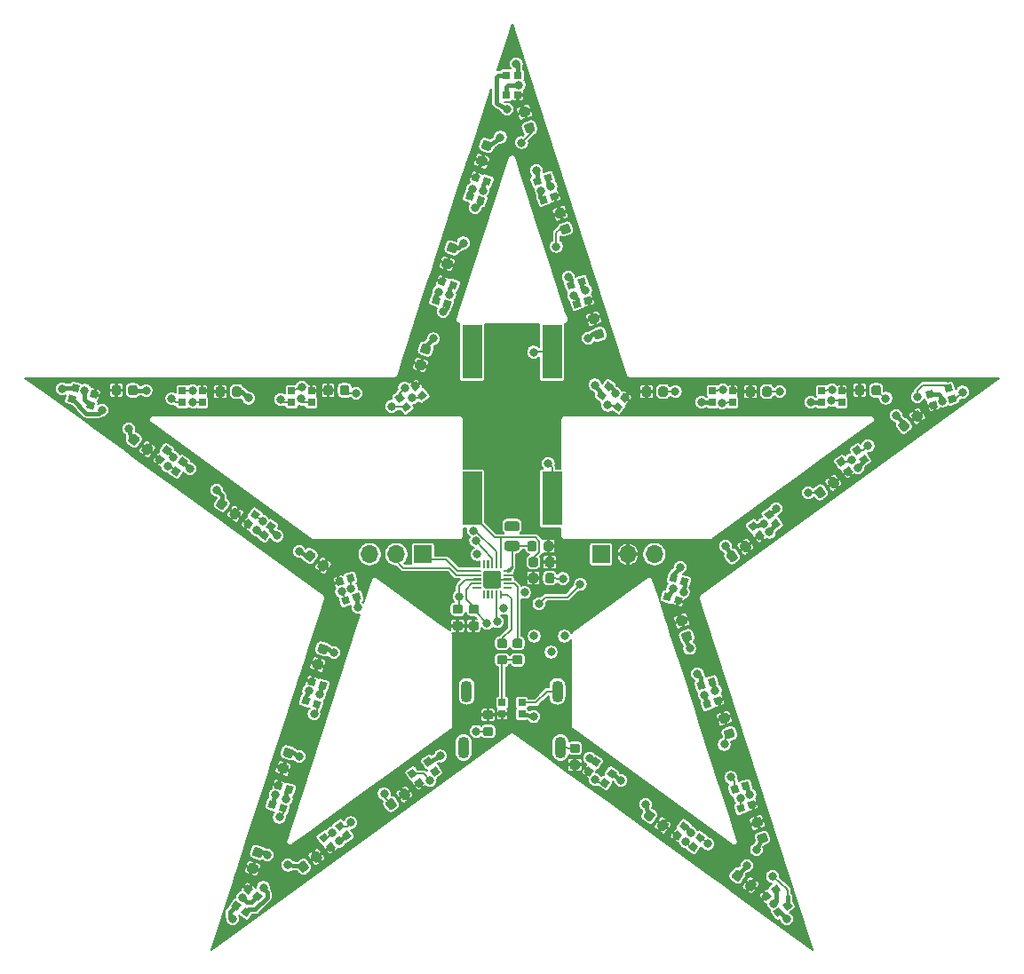
<source format=gbr>
G04 #@! TF.GenerationSoftware,KiCad,Pcbnew,5.1.5*
G04 #@! TF.CreationDate,2020-04-28T21:36:49+02:00*
G04 #@! TF.ProjectId,movingstar,6d6f7669-6e67-4737-9461-722e6b696361,rev?*
G04 #@! TF.SameCoordinates,Original*
G04 #@! TF.FileFunction,Copper,L1,Top*
G04 #@! TF.FilePolarity,Positive*
%FSLAX46Y46*%
G04 Gerber Fmt 4.6, Leading zero omitted, Abs format (unit mm)*
G04 Created by KiCad (PCBNEW 5.1.5) date 2020-04-28 21:36:49*
%MOMM*%
%LPD*%
G04 APERTURE LIST*
%ADD10R,1.930400X5.080000*%
%ADD11R,0.700000X0.700000*%
%ADD12R,1.700000X1.700000*%
%ADD13O,1.700000X1.700000*%
%ADD14C,0.100000*%
%ADD15O,1.100000X2.100000*%
%ADD16C,0.800000*%
%ADD17C,0.400000*%
%ADD18C,0.200000*%
%ADD19C,0.250000*%
%ADD20C,0.150000*%
G04 APERTURE END LIST*
D10*
X196190000Y-96393000D03*
X203810000Y-96393000D03*
X196190000Y-82423000D03*
X203810000Y-82423000D03*
D11*
X219130000Y-86160000D03*
X219130000Y-87260000D03*
X221010000Y-86160000D03*
X221010000Y-87260000D03*
D12*
X191500000Y-101750000D03*
D13*
X188960000Y-101750000D03*
X186420000Y-101750000D03*
G04 #@! TA.AperFunction,SMDPad,CuDef*
D14*
G36*
X208471687Y-121475092D02*
G01*
X208060237Y-122041404D01*
X207493925Y-121629954D01*
X207905375Y-121063642D01*
X208471687Y-121475092D01*
G37*
G04 #@! TD.AperFunction*
G04 #@! TA.AperFunction,SMDPad,CuDef*
G36*
X207825123Y-122365010D02*
G01*
X207413673Y-122931322D01*
X206847361Y-122519872D01*
X207258811Y-121953560D01*
X207825123Y-122365010D01*
G37*
G04 #@! TD.AperFunction*
G04 #@! TA.AperFunction,SMDPad,CuDef*
G36*
X209992639Y-122580128D02*
G01*
X209581189Y-123146440D01*
X209014877Y-122734990D01*
X209426327Y-122168678D01*
X209992639Y-122580128D01*
G37*
G04 #@! TD.AperFunction*
G04 #@! TA.AperFunction,SMDPad,CuDef*
G36*
X209346075Y-123470046D02*
G01*
X208934625Y-124036358D01*
X208368313Y-123624908D01*
X208779763Y-123058596D01*
X209346075Y-123470046D01*
G37*
G04 #@! TD.AperFunction*
G04 #@! TA.AperFunction,SMDPad,CuDef*
G36*
X198744504Y-103291204D02*
G01*
X198768773Y-103294804D01*
X198792571Y-103300765D01*
X198815671Y-103309030D01*
X198837849Y-103319520D01*
X198858893Y-103332133D01*
X198878598Y-103346747D01*
X198896777Y-103363223D01*
X198913253Y-103381402D01*
X198927867Y-103401107D01*
X198940480Y-103422151D01*
X198950970Y-103444329D01*
X198959235Y-103467429D01*
X198965196Y-103491227D01*
X198968796Y-103515496D01*
X198970000Y-103540000D01*
X198970000Y-104740000D01*
X198968796Y-104764504D01*
X198965196Y-104788773D01*
X198959235Y-104812571D01*
X198950970Y-104835671D01*
X198940480Y-104857849D01*
X198927867Y-104878893D01*
X198913253Y-104898598D01*
X198896777Y-104916777D01*
X198878598Y-104933253D01*
X198858893Y-104947867D01*
X198837849Y-104960480D01*
X198815671Y-104970970D01*
X198792571Y-104979235D01*
X198768773Y-104985196D01*
X198744504Y-104988796D01*
X198720000Y-104990000D01*
X197520000Y-104990000D01*
X197495496Y-104988796D01*
X197471227Y-104985196D01*
X197447429Y-104979235D01*
X197424329Y-104970970D01*
X197402151Y-104960480D01*
X197381107Y-104947867D01*
X197361402Y-104933253D01*
X197343223Y-104916777D01*
X197326747Y-104898598D01*
X197312133Y-104878893D01*
X197299520Y-104857849D01*
X197289030Y-104835671D01*
X197280765Y-104812571D01*
X197274804Y-104788773D01*
X197271204Y-104764504D01*
X197270000Y-104740000D01*
X197270000Y-103540000D01*
X197271204Y-103515496D01*
X197274804Y-103491227D01*
X197280765Y-103467429D01*
X197289030Y-103444329D01*
X197299520Y-103422151D01*
X197312133Y-103401107D01*
X197326747Y-103381402D01*
X197343223Y-103363223D01*
X197361402Y-103346747D01*
X197381107Y-103332133D01*
X197402151Y-103319520D01*
X197424329Y-103309030D01*
X197447429Y-103300765D01*
X197471227Y-103294804D01*
X197495496Y-103291204D01*
X197520000Y-103290000D01*
X198720000Y-103290000D01*
X198744504Y-103291204D01*
G37*
G04 #@! TD.AperFunction*
G04 #@! TA.AperFunction,SMDPad,CuDef*
G36*
X199260956Y-105039039D02*
G01*
X199251577Y-105036194D01*
X199242932Y-105031573D01*
X199235356Y-105025355D01*
X199184645Y-104974644D01*
X199178427Y-104967068D01*
X199173806Y-104958423D01*
X199170961Y-104949044D01*
X199170000Y-104939289D01*
X199170000Y-104890000D01*
X199170961Y-104880245D01*
X199173806Y-104870866D01*
X199178427Y-104862221D01*
X199184645Y-104854645D01*
X199192221Y-104848427D01*
X199200866Y-104843806D01*
X199210245Y-104840961D01*
X199220000Y-104840000D01*
X199920000Y-104840000D01*
X199929755Y-104840961D01*
X199939134Y-104843806D01*
X199947779Y-104848427D01*
X199955355Y-104854645D01*
X199961573Y-104862221D01*
X199966194Y-104870866D01*
X199969039Y-104880245D01*
X199970000Y-104890000D01*
X199970000Y-104990000D01*
X199969039Y-104999755D01*
X199966194Y-105009134D01*
X199961573Y-105017779D01*
X199955355Y-105025355D01*
X199947779Y-105031573D01*
X199939134Y-105036194D01*
X199929755Y-105039039D01*
X199920000Y-105040000D01*
X199270711Y-105040000D01*
X199260956Y-105039039D01*
G37*
G04 #@! TD.AperFunction*
G04 #@! TA.AperFunction,SMDPad,CuDef*
G36*
X199924901Y-104440241D02*
G01*
X199929755Y-104440961D01*
X199934514Y-104442153D01*
X199939134Y-104443806D01*
X199943570Y-104445904D01*
X199947779Y-104448427D01*
X199951720Y-104451349D01*
X199955355Y-104454645D01*
X199958651Y-104458280D01*
X199961573Y-104462221D01*
X199964096Y-104466430D01*
X199966194Y-104470866D01*
X199967847Y-104475486D01*
X199969039Y-104480245D01*
X199969759Y-104485099D01*
X199970000Y-104490000D01*
X199970000Y-104590000D01*
X199969759Y-104594901D01*
X199969039Y-104599755D01*
X199967847Y-104604514D01*
X199966194Y-104609134D01*
X199964096Y-104613570D01*
X199961573Y-104617779D01*
X199958651Y-104621720D01*
X199955355Y-104625355D01*
X199951720Y-104628651D01*
X199947779Y-104631573D01*
X199943570Y-104634096D01*
X199939134Y-104636194D01*
X199934514Y-104637847D01*
X199929755Y-104639039D01*
X199924901Y-104639759D01*
X199920000Y-104640000D01*
X199220000Y-104640000D01*
X199215099Y-104639759D01*
X199210245Y-104639039D01*
X199205486Y-104637847D01*
X199200866Y-104636194D01*
X199196430Y-104634096D01*
X199192221Y-104631573D01*
X199188280Y-104628651D01*
X199184645Y-104625355D01*
X199181349Y-104621720D01*
X199178427Y-104617779D01*
X199175904Y-104613570D01*
X199173806Y-104609134D01*
X199172153Y-104604514D01*
X199170961Y-104599755D01*
X199170241Y-104594901D01*
X199170000Y-104590000D01*
X199170000Y-104490000D01*
X199170241Y-104485099D01*
X199170961Y-104480245D01*
X199172153Y-104475486D01*
X199173806Y-104470866D01*
X199175904Y-104466430D01*
X199178427Y-104462221D01*
X199181349Y-104458280D01*
X199184645Y-104454645D01*
X199188280Y-104451349D01*
X199192221Y-104448427D01*
X199196430Y-104445904D01*
X199200866Y-104443806D01*
X199205486Y-104442153D01*
X199210245Y-104440961D01*
X199215099Y-104440241D01*
X199220000Y-104440000D01*
X199920000Y-104440000D01*
X199924901Y-104440241D01*
G37*
G04 #@! TD.AperFunction*
G04 #@! TA.AperFunction,SMDPad,CuDef*
G36*
X199924901Y-104040241D02*
G01*
X199929755Y-104040961D01*
X199934514Y-104042153D01*
X199939134Y-104043806D01*
X199943570Y-104045904D01*
X199947779Y-104048427D01*
X199951720Y-104051349D01*
X199955355Y-104054645D01*
X199958651Y-104058280D01*
X199961573Y-104062221D01*
X199964096Y-104066430D01*
X199966194Y-104070866D01*
X199967847Y-104075486D01*
X199969039Y-104080245D01*
X199969759Y-104085099D01*
X199970000Y-104090000D01*
X199970000Y-104190000D01*
X199969759Y-104194901D01*
X199969039Y-104199755D01*
X199967847Y-104204514D01*
X199966194Y-104209134D01*
X199964096Y-104213570D01*
X199961573Y-104217779D01*
X199958651Y-104221720D01*
X199955355Y-104225355D01*
X199951720Y-104228651D01*
X199947779Y-104231573D01*
X199943570Y-104234096D01*
X199939134Y-104236194D01*
X199934514Y-104237847D01*
X199929755Y-104239039D01*
X199924901Y-104239759D01*
X199920000Y-104240000D01*
X199220000Y-104240000D01*
X199215099Y-104239759D01*
X199210245Y-104239039D01*
X199205486Y-104237847D01*
X199200866Y-104236194D01*
X199196430Y-104234096D01*
X199192221Y-104231573D01*
X199188280Y-104228651D01*
X199184645Y-104225355D01*
X199181349Y-104221720D01*
X199178427Y-104217779D01*
X199175904Y-104213570D01*
X199173806Y-104209134D01*
X199172153Y-104204514D01*
X199170961Y-104199755D01*
X199170241Y-104194901D01*
X199170000Y-104190000D01*
X199170000Y-104090000D01*
X199170241Y-104085099D01*
X199170961Y-104080245D01*
X199172153Y-104075486D01*
X199173806Y-104070866D01*
X199175904Y-104066430D01*
X199178427Y-104062221D01*
X199181349Y-104058280D01*
X199184645Y-104054645D01*
X199188280Y-104051349D01*
X199192221Y-104048427D01*
X199196430Y-104045904D01*
X199200866Y-104043806D01*
X199205486Y-104042153D01*
X199210245Y-104040961D01*
X199215099Y-104040241D01*
X199220000Y-104040000D01*
X199920000Y-104040000D01*
X199924901Y-104040241D01*
G37*
G04 #@! TD.AperFunction*
G04 #@! TA.AperFunction,SMDPad,CuDef*
G36*
X199924901Y-103640241D02*
G01*
X199929755Y-103640961D01*
X199934514Y-103642153D01*
X199939134Y-103643806D01*
X199943570Y-103645904D01*
X199947779Y-103648427D01*
X199951720Y-103651349D01*
X199955355Y-103654645D01*
X199958651Y-103658280D01*
X199961573Y-103662221D01*
X199964096Y-103666430D01*
X199966194Y-103670866D01*
X199967847Y-103675486D01*
X199969039Y-103680245D01*
X199969759Y-103685099D01*
X199970000Y-103690000D01*
X199970000Y-103790000D01*
X199969759Y-103794901D01*
X199969039Y-103799755D01*
X199967847Y-103804514D01*
X199966194Y-103809134D01*
X199964096Y-103813570D01*
X199961573Y-103817779D01*
X199958651Y-103821720D01*
X199955355Y-103825355D01*
X199951720Y-103828651D01*
X199947779Y-103831573D01*
X199943570Y-103834096D01*
X199939134Y-103836194D01*
X199934514Y-103837847D01*
X199929755Y-103839039D01*
X199924901Y-103839759D01*
X199920000Y-103840000D01*
X199220000Y-103840000D01*
X199215099Y-103839759D01*
X199210245Y-103839039D01*
X199205486Y-103837847D01*
X199200866Y-103836194D01*
X199196430Y-103834096D01*
X199192221Y-103831573D01*
X199188280Y-103828651D01*
X199184645Y-103825355D01*
X199181349Y-103821720D01*
X199178427Y-103817779D01*
X199175904Y-103813570D01*
X199173806Y-103809134D01*
X199172153Y-103804514D01*
X199170961Y-103799755D01*
X199170241Y-103794901D01*
X199170000Y-103790000D01*
X199170000Y-103690000D01*
X199170241Y-103685099D01*
X199170961Y-103680245D01*
X199172153Y-103675486D01*
X199173806Y-103670866D01*
X199175904Y-103666430D01*
X199178427Y-103662221D01*
X199181349Y-103658280D01*
X199184645Y-103654645D01*
X199188280Y-103651349D01*
X199192221Y-103648427D01*
X199196430Y-103645904D01*
X199200866Y-103643806D01*
X199205486Y-103642153D01*
X199210245Y-103640961D01*
X199215099Y-103640241D01*
X199220000Y-103640000D01*
X199920000Y-103640000D01*
X199924901Y-103640241D01*
G37*
G04 #@! TD.AperFunction*
G04 #@! TA.AperFunction,SMDPad,CuDef*
G36*
X199210245Y-103439039D02*
G01*
X199200866Y-103436194D01*
X199192221Y-103431573D01*
X199184645Y-103425355D01*
X199178427Y-103417779D01*
X199173806Y-103409134D01*
X199170961Y-103399755D01*
X199170000Y-103390000D01*
X199170000Y-103340711D01*
X199170961Y-103330956D01*
X199173806Y-103321577D01*
X199178427Y-103312932D01*
X199184645Y-103305356D01*
X199235356Y-103254645D01*
X199242932Y-103248427D01*
X199251577Y-103243806D01*
X199260956Y-103240961D01*
X199270711Y-103240000D01*
X199920000Y-103240000D01*
X199929755Y-103240961D01*
X199939134Y-103243806D01*
X199947779Y-103248427D01*
X199955355Y-103254645D01*
X199961573Y-103262221D01*
X199966194Y-103270866D01*
X199969039Y-103280245D01*
X199970000Y-103290000D01*
X199970000Y-103390000D01*
X199969039Y-103399755D01*
X199966194Y-103409134D01*
X199961573Y-103417779D01*
X199955355Y-103425355D01*
X199947779Y-103431573D01*
X199939134Y-103436194D01*
X199929755Y-103439039D01*
X199920000Y-103440000D01*
X199220000Y-103440000D01*
X199210245Y-103439039D01*
G37*
G04 #@! TD.AperFunction*
G04 #@! TA.AperFunction,SMDPad,CuDef*
G36*
X198860245Y-103089039D02*
G01*
X198850866Y-103086194D01*
X198842221Y-103081573D01*
X198834645Y-103075355D01*
X198828427Y-103067779D01*
X198823806Y-103059134D01*
X198820961Y-103049755D01*
X198820000Y-103040000D01*
X198820000Y-102340000D01*
X198820961Y-102330245D01*
X198823806Y-102320866D01*
X198828427Y-102312221D01*
X198834645Y-102304645D01*
X198842221Y-102298427D01*
X198850866Y-102293806D01*
X198860245Y-102290961D01*
X198870000Y-102290000D01*
X198970000Y-102290000D01*
X198979755Y-102290961D01*
X198989134Y-102293806D01*
X198997779Y-102298427D01*
X199005355Y-102304645D01*
X199011573Y-102312221D01*
X199016194Y-102320866D01*
X199019039Y-102330245D01*
X199020000Y-102340000D01*
X199020000Y-102989289D01*
X199019039Y-102999044D01*
X199016194Y-103008423D01*
X199011573Y-103017068D01*
X199005355Y-103024644D01*
X198954644Y-103075355D01*
X198947068Y-103081573D01*
X198938423Y-103086194D01*
X198929044Y-103089039D01*
X198919289Y-103090000D01*
X198870000Y-103090000D01*
X198860245Y-103089039D01*
G37*
G04 #@! TD.AperFunction*
G04 #@! TA.AperFunction,SMDPad,CuDef*
G36*
X198574901Y-102290241D02*
G01*
X198579755Y-102290961D01*
X198584514Y-102292153D01*
X198589134Y-102293806D01*
X198593570Y-102295904D01*
X198597779Y-102298427D01*
X198601720Y-102301349D01*
X198605355Y-102304645D01*
X198608651Y-102308280D01*
X198611573Y-102312221D01*
X198614096Y-102316430D01*
X198616194Y-102320866D01*
X198617847Y-102325486D01*
X198619039Y-102330245D01*
X198619759Y-102335099D01*
X198620000Y-102340000D01*
X198620000Y-103040000D01*
X198619759Y-103044901D01*
X198619039Y-103049755D01*
X198617847Y-103054514D01*
X198616194Y-103059134D01*
X198614096Y-103063570D01*
X198611573Y-103067779D01*
X198608651Y-103071720D01*
X198605355Y-103075355D01*
X198601720Y-103078651D01*
X198597779Y-103081573D01*
X198593570Y-103084096D01*
X198589134Y-103086194D01*
X198584514Y-103087847D01*
X198579755Y-103089039D01*
X198574901Y-103089759D01*
X198570000Y-103090000D01*
X198470000Y-103090000D01*
X198465099Y-103089759D01*
X198460245Y-103089039D01*
X198455486Y-103087847D01*
X198450866Y-103086194D01*
X198446430Y-103084096D01*
X198442221Y-103081573D01*
X198438280Y-103078651D01*
X198434645Y-103075355D01*
X198431349Y-103071720D01*
X198428427Y-103067779D01*
X198425904Y-103063570D01*
X198423806Y-103059134D01*
X198422153Y-103054514D01*
X198420961Y-103049755D01*
X198420241Y-103044901D01*
X198420000Y-103040000D01*
X198420000Y-102340000D01*
X198420241Y-102335099D01*
X198420961Y-102330245D01*
X198422153Y-102325486D01*
X198423806Y-102320866D01*
X198425904Y-102316430D01*
X198428427Y-102312221D01*
X198431349Y-102308280D01*
X198434645Y-102304645D01*
X198438280Y-102301349D01*
X198442221Y-102298427D01*
X198446430Y-102295904D01*
X198450866Y-102293806D01*
X198455486Y-102292153D01*
X198460245Y-102290961D01*
X198465099Y-102290241D01*
X198470000Y-102290000D01*
X198570000Y-102290000D01*
X198574901Y-102290241D01*
G37*
G04 #@! TD.AperFunction*
G04 #@! TA.AperFunction,SMDPad,CuDef*
G36*
X198174901Y-102290241D02*
G01*
X198179755Y-102290961D01*
X198184514Y-102292153D01*
X198189134Y-102293806D01*
X198193570Y-102295904D01*
X198197779Y-102298427D01*
X198201720Y-102301349D01*
X198205355Y-102304645D01*
X198208651Y-102308280D01*
X198211573Y-102312221D01*
X198214096Y-102316430D01*
X198216194Y-102320866D01*
X198217847Y-102325486D01*
X198219039Y-102330245D01*
X198219759Y-102335099D01*
X198220000Y-102340000D01*
X198220000Y-103040000D01*
X198219759Y-103044901D01*
X198219039Y-103049755D01*
X198217847Y-103054514D01*
X198216194Y-103059134D01*
X198214096Y-103063570D01*
X198211573Y-103067779D01*
X198208651Y-103071720D01*
X198205355Y-103075355D01*
X198201720Y-103078651D01*
X198197779Y-103081573D01*
X198193570Y-103084096D01*
X198189134Y-103086194D01*
X198184514Y-103087847D01*
X198179755Y-103089039D01*
X198174901Y-103089759D01*
X198170000Y-103090000D01*
X198070000Y-103090000D01*
X198065099Y-103089759D01*
X198060245Y-103089039D01*
X198055486Y-103087847D01*
X198050866Y-103086194D01*
X198046430Y-103084096D01*
X198042221Y-103081573D01*
X198038280Y-103078651D01*
X198034645Y-103075355D01*
X198031349Y-103071720D01*
X198028427Y-103067779D01*
X198025904Y-103063570D01*
X198023806Y-103059134D01*
X198022153Y-103054514D01*
X198020961Y-103049755D01*
X198020241Y-103044901D01*
X198020000Y-103040000D01*
X198020000Y-102340000D01*
X198020241Y-102335099D01*
X198020961Y-102330245D01*
X198022153Y-102325486D01*
X198023806Y-102320866D01*
X198025904Y-102316430D01*
X198028427Y-102312221D01*
X198031349Y-102308280D01*
X198034645Y-102304645D01*
X198038280Y-102301349D01*
X198042221Y-102298427D01*
X198046430Y-102295904D01*
X198050866Y-102293806D01*
X198055486Y-102292153D01*
X198060245Y-102290961D01*
X198065099Y-102290241D01*
X198070000Y-102290000D01*
X198170000Y-102290000D01*
X198174901Y-102290241D01*
G37*
G04 #@! TD.AperFunction*
G04 #@! TA.AperFunction,SMDPad,CuDef*
G36*
X197774901Y-102290241D02*
G01*
X197779755Y-102290961D01*
X197784514Y-102292153D01*
X197789134Y-102293806D01*
X197793570Y-102295904D01*
X197797779Y-102298427D01*
X197801720Y-102301349D01*
X197805355Y-102304645D01*
X197808651Y-102308280D01*
X197811573Y-102312221D01*
X197814096Y-102316430D01*
X197816194Y-102320866D01*
X197817847Y-102325486D01*
X197819039Y-102330245D01*
X197819759Y-102335099D01*
X197820000Y-102340000D01*
X197820000Y-103040000D01*
X197819759Y-103044901D01*
X197819039Y-103049755D01*
X197817847Y-103054514D01*
X197816194Y-103059134D01*
X197814096Y-103063570D01*
X197811573Y-103067779D01*
X197808651Y-103071720D01*
X197805355Y-103075355D01*
X197801720Y-103078651D01*
X197797779Y-103081573D01*
X197793570Y-103084096D01*
X197789134Y-103086194D01*
X197784514Y-103087847D01*
X197779755Y-103089039D01*
X197774901Y-103089759D01*
X197770000Y-103090000D01*
X197670000Y-103090000D01*
X197665099Y-103089759D01*
X197660245Y-103089039D01*
X197655486Y-103087847D01*
X197650866Y-103086194D01*
X197646430Y-103084096D01*
X197642221Y-103081573D01*
X197638280Y-103078651D01*
X197634645Y-103075355D01*
X197631349Y-103071720D01*
X197628427Y-103067779D01*
X197625904Y-103063570D01*
X197623806Y-103059134D01*
X197622153Y-103054514D01*
X197620961Y-103049755D01*
X197620241Y-103044901D01*
X197620000Y-103040000D01*
X197620000Y-102340000D01*
X197620241Y-102335099D01*
X197620961Y-102330245D01*
X197622153Y-102325486D01*
X197623806Y-102320866D01*
X197625904Y-102316430D01*
X197628427Y-102312221D01*
X197631349Y-102308280D01*
X197634645Y-102304645D01*
X197638280Y-102301349D01*
X197642221Y-102298427D01*
X197646430Y-102295904D01*
X197650866Y-102293806D01*
X197655486Y-102292153D01*
X197660245Y-102290961D01*
X197665099Y-102290241D01*
X197670000Y-102290000D01*
X197770000Y-102290000D01*
X197774901Y-102290241D01*
G37*
G04 #@! TD.AperFunction*
G04 #@! TA.AperFunction,SMDPad,CuDef*
G36*
X197310956Y-103089039D02*
G01*
X197301577Y-103086194D01*
X197292932Y-103081573D01*
X197285356Y-103075355D01*
X197234645Y-103024644D01*
X197228427Y-103017068D01*
X197223806Y-103008423D01*
X197220961Y-102999044D01*
X197220000Y-102989289D01*
X197220000Y-102340000D01*
X197220961Y-102330245D01*
X197223806Y-102320866D01*
X197228427Y-102312221D01*
X197234645Y-102304645D01*
X197242221Y-102298427D01*
X197250866Y-102293806D01*
X197260245Y-102290961D01*
X197270000Y-102290000D01*
X197370000Y-102290000D01*
X197379755Y-102290961D01*
X197389134Y-102293806D01*
X197397779Y-102298427D01*
X197405355Y-102304645D01*
X197411573Y-102312221D01*
X197416194Y-102320866D01*
X197419039Y-102330245D01*
X197420000Y-102340000D01*
X197420000Y-103040000D01*
X197419039Y-103049755D01*
X197416194Y-103059134D01*
X197411573Y-103067779D01*
X197405355Y-103075355D01*
X197397779Y-103081573D01*
X197389134Y-103086194D01*
X197379755Y-103089039D01*
X197370000Y-103090000D01*
X197320711Y-103090000D01*
X197310956Y-103089039D01*
G37*
G04 #@! TD.AperFunction*
G04 #@! TA.AperFunction,SMDPad,CuDef*
G36*
X196310245Y-103439039D02*
G01*
X196300866Y-103436194D01*
X196292221Y-103431573D01*
X196284645Y-103425355D01*
X196278427Y-103417779D01*
X196273806Y-103409134D01*
X196270961Y-103399755D01*
X196270000Y-103390000D01*
X196270000Y-103290000D01*
X196270961Y-103280245D01*
X196273806Y-103270866D01*
X196278427Y-103262221D01*
X196284645Y-103254645D01*
X196292221Y-103248427D01*
X196300866Y-103243806D01*
X196310245Y-103240961D01*
X196320000Y-103240000D01*
X196969289Y-103240000D01*
X196979044Y-103240961D01*
X196988423Y-103243806D01*
X196997068Y-103248427D01*
X197004644Y-103254645D01*
X197055355Y-103305356D01*
X197061573Y-103312932D01*
X197066194Y-103321577D01*
X197069039Y-103330956D01*
X197070000Y-103340711D01*
X197070000Y-103390000D01*
X197069039Y-103399755D01*
X197066194Y-103409134D01*
X197061573Y-103417779D01*
X197055355Y-103425355D01*
X197047779Y-103431573D01*
X197039134Y-103436194D01*
X197029755Y-103439039D01*
X197020000Y-103440000D01*
X196320000Y-103440000D01*
X196310245Y-103439039D01*
G37*
G04 #@! TD.AperFunction*
G04 #@! TA.AperFunction,SMDPad,CuDef*
G36*
X197024901Y-103640241D02*
G01*
X197029755Y-103640961D01*
X197034514Y-103642153D01*
X197039134Y-103643806D01*
X197043570Y-103645904D01*
X197047779Y-103648427D01*
X197051720Y-103651349D01*
X197055355Y-103654645D01*
X197058651Y-103658280D01*
X197061573Y-103662221D01*
X197064096Y-103666430D01*
X197066194Y-103670866D01*
X197067847Y-103675486D01*
X197069039Y-103680245D01*
X197069759Y-103685099D01*
X197070000Y-103690000D01*
X197070000Y-103790000D01*
X197069759Y-103794901D01*
X197069039Y-103799755D01*
X197067847Y-103804514D01*
X197066194Y-103809134D01*
X197064096Y-103813570D01*
X197061573Y-103817779D01*
X197058651Y-103821720D01*
X197055355Y-103825355D01*
X197051720Y-103828651D01*
X197047779Y-103831573D01*
X197043570Y-103834096D01*
X197039134Y-103836194D01*
X197034514Y-103837847D01*
X197029755Y-103839039D01*
X197024901Y-103839759D01*
X197020000Y-103840000D01*
X196320000Y-103840000D01*
X196315099Y-103839759D01*
X196310245Y-103839039D01*
X196305486Y-103837847D01*
X196300866Y-103836194D01*
X196296430Y-103834096D01*
X196292221Y-103831573D01*
X196288280Y-103828651D01*
X196284645Y-103825355D01*
X196281349Y-103821720D01*
X196278427Y-103817779D01*
X196275904Y-103813570D01*
X196273806Y-103809134D01*
X196272153Y-103804514D01*
X196270961Y-103799755D01*
X196270241Y-103794901D01*
X196270000Y-103790000D01*
X196270000Y-103690000D01*
X196270241Y-103685099D01*
X196270961Y-103680245D01*
X196272153Y-103675486D01*
X196273806Y-103670866D01*
X196275904Y-103666430D01*
X196278427Y-103662221D01*
X196281349Y-103658280D01*
X196284645Y-103654645D01*
X196288280Y-103651349D01*
X196292221Y-103648427D01*
X196296430Y-103645904D01*
X196300866Y-103643806D01*
X196305486Y-103642153D01*
X196310245Y-103640961D01*
X196315099Y-103640241D01*
X196320000Y-103640000D01*
X197020000Y-103640000D01*
X197024901Y-103640241D01*
G37*
G04 #@! TD.AperFunction*
G04 #@! TA.AperFunction,SMDPad,CuDef*
G36*
X197024901Y-104040241D02*
G01*
X197029755Y-104040961D01*
X197034514Y-104042153D01*
X197039134Y-104043806D01*
X197043570Y-104045904D01*
X197047779Y-104048427D01*
X197051720Y-104051349D01*
X197055355Y-104054645D01*
X197058651Y-104058280D01*
X197061573Y-104062221D01*
X197064096Y-104066430D01*
X197066194Y-104070866D01*
X197067847Y-104075486D01*
X197069039Y-104080245D01*
X197069759Y-104085099D01*
X197070000Y-104090000D01*
X197070000Y-104190000D01*
X197069759Y-104194901D01*
X197069039Y-104199755D01*
X197067847Y-104204514D01*
X197066194Y-104209134D01*
X197064096Y-104213570D01*
X197061573Y-104217779D01*
X197058651Y-104221720D01*
X197055355Y-104225355D01*
X197051720Y-104228651D01*
X197047779Y-104231573D01*
X197043570Y-104234096D01*
X197039134Y-104236194D01*
X197034514Y-104237847D01*
X197029755Y-104239039D01*
X197024901Y-104239759D01*
X197020000Y-104240000D01*
X196320000Y-104240000D01*
X196315099Y-104239759D01*
X196310245Y-104239039D01*
X196305486Y-104237847D01*
X196300866Y-104236194D01*
X196296430Y-104234096D01*
X196292221Y-104231573D01*
X196288280Y-104228651D01*
X196284645Y-104225355D01*
X196281349Y-104221720D01*
X196278427Y-104217779D01*
X196275904Y-104213570D01*
X196273806Y-104209134D01*
X196272153Y-104204514D01*
X196270961Y-104199755D01*
X196270241Y-104194901D01*
X196270000Y-104190000D01*
X196270000Y-104090000D01*
X196270241Y-104085099D01*
X196270961Y-104080245D01*
X196272153Y-104075486D01*
X196273806Y-104070866D01*
X196275904Y-104066430D01*
X196278427Y-104062221D01*
X196281349Y-104058280D01*
X196284645Y-104054645D01*
X196288280Y-104051349D01*
X196292221Y-104048427D01*
X196296430Y-104045904D01*
X196300866Y-104043806D01*
X196305486Y-104042153D01*
X196310245Y-104040961D01*
X196315099Y-104040241D01*
X196320000Y-104040000D01*
X197020000Y-104040000D01*
X197024901Y-104040241D01*
G37*
G04 #@! TD.AperFunction*
G04 #@! TA.AperFunction,SMDPad,CuDef*
G36*
X197024901Y-104440241D02*
G01*
X197029755Y-104440961D01*
X197034514Y-104442153D01*
X197039134Y-104443806D01*
X197043570Y-104445904D01*
X197047779Y-104448427D01*
X197051720Y-104451349D01*
X197055355Y-104454645D01*
X197058651Y-104458280D01*
X197061573Y-104462221D01*
X197064096Y-104466430D01*
X197066194Y-104470866D01*
X197067847Y-104475486D01*
X197069039Y-104480245D01*
X197069759Y-104485099D01*
X197070000Y-104490000D01*
X197070000Y-104590000D01*
X197069759Y-104594901D01*
X197069039Y-104599755D01*
X197067847Y-104604514D01*
X197066194Y-104609134D01*
X197064096Y-104613570D01*
X197061573Y-104617779D01*
X197058651Y-104621720D01*
X197055355Y-104625355D01*
X197051720Y-104628651D01*
X197047779Y-104631573D01*
X197043570Y-104634096D01*
X197039134Y-104636194D01*
X197034514Y-104637847D01*
X197029755Y-104639039D01*
X197024901Y-104639759D01*
X197020000Y-104640000D01*
X196320000Y-104640000D01*
X196315099Y-104639759D01*
X196310245Y-104639039D01*
X196305486Y-104637847D01*
X196300866Y-104636194D01*
X196296430Y-104634096D01*
X196292221Y-104631573D01*
X196288280Y-104628651D01*
X196284645Y-104625355D01*
X196281349Y-104621720D01*
X196278427Y-104617779D01*
X196275904Y-104613570D01*
X196273806Y-104609134D01*
X196272153Y-104604514D01*
X196270961Y-104599755D01*
X196270241Y-104594901D01*
X196270000Y-104590000D01*
X196270000Y-104490000D01*
X196270241Y-104485099D01*
X196270961Y-104480245D01*
X196272153Y-104475486D01*
X196273806Y-104470866D01*
X196275904Y-104466430D01*
X196278427Y-104462221D01*
X196281349Y-104458280D01*
X196284645Y-104454645D01*
X196288280Y-104451349D01*
X196292221Y-104448427D01*
X196296430Y-104445904D01*
X196300866Y-104443806D01*
X196305486Y-104442153D01*
X196310245Y-104440961D01*
X196315099Y-104440241D01*
X196320000Y-104440000D01*
X197020000Y-104440000D01*
X197024901Y-104440241D01*
G37*
G04 #@! TD.AperFunction*
G04 #@! TA.AperFunction,SMDPad,CuDef*
G36*
X196310245Y-105039039D02*
G01*
X196300866Y-105036194D01*
X196292221Y-105031573D01*
X196284645Y-105025355D01*
X196278427Y-105017779D01*
X196273806Y-105009134D01*
X196270961Y-104999755D01*
X196270000Y-104990000D01*
X196270000Y-104890000D01*
X196270961Y-104880245D01*
X196273806Y-104870866D01*
X196278427Y-104862221D01*
X196284645Y-104854645D01*
X196292221Y-104848427D01*
X196300866Y-104843806D01*
X196310245Y-104840961D01*
X196320000Y-104840000D01*
X197020000Y-104840000D01*
X197029755Y-104840961D01*
X197039134Y-104843806D01*
X197047779Y-104848427D01*
X197055355Y-104854645D01*
X197061573Y-104862221D01*
X197066194Y-104870866D01*
X197069039Y-104880245D01*
X197070000Y-104890000D01*
X197070000Y-104939289D01*
X197069039Y-104949044D01*
X197066194Y-104958423D01*
X197061573Y-104967068D01*
X197055355Y-104974644D01*
X197004644Y-105025355D01*
X196997068Y-105031573D01*
X196988423Y-105036194D01*
X196979044Y-105039039D01*
X196969289Y-105040000D01*
X196320000Y-105040000D01*
X196310245Y-105039039D01*
G37*
G04 #@! TD.AperFunction*
G04 #@! TA.AperFunction,SMDPad,CuDef*
G36*
X197260245Y-105989039D02*
G01*
X197250866Y-105986194D01*
X197242221Y-105981573D01*
X197234645Y-105975355D01*
X197228427Y-105967779D01*
X197223806Y-105959134D01*
X197220961Y-105949755D01*
X197220000Y-105940000D01*
X197220000Y-105290711D01*
X197220961Y-105280956D01*
X197223806Y-105271577D01*
X197228427Y-105262932D01*
X197234645Y-105255356D01*
X197285356Y-105204645D01*
X197292932Y-105198427D01*
X197301577Y-105193806D01*
X197310956Y-105190961D01*
X197320711Y-105190000D01*
X197370000Y-105190000D01*
X197379755Y-105190961D01*
X197389134Y-105193806D01*
X197397779Y-105198427D01*
X197405355Y-105204645D01*
X197411573Y-105212221D01*
X197416194Y-105220866D01*
X197419039Y-105230245D01*
X197420000Y-105240000D01*
X197420000Y-105940000D01*
X197419039Y-105949755D01*
X197416194Y-105959134D01*
X197411573Y-105967779D01*
X197405355Y-105975355D01*
X197397779Y-105981573D01*
X197389134Y-105986194D01*
X197379755Y-105989039D01*
X197370000Y-105990000D01*
X197270000Y-105990000D01*
X197260245Y-105989039D01*
G37*
G04 #@! TD.AperFunction*
G04 #@! TA.AperFunction,SMDPad,CuDef*
G36*
X197774901Y-105190241D02*
G01*
X197779755Y-105190961D01*
X197784514Y-105192153D01*
X197789134Y-105193806D01*
X197793570Y-105195904D01*
X197797779Y-105198427D01*
X197801720Y-105201349D01*
X197805355Y-105204645D01*
X197808651Y-105208280D01*
X197811573Y-105212221D01*
X197814096Y-105216430D01*
X197816194Y-105220866D01*
X197817847Y-105225486D01*
X197819039Y-105230245D01*
X197819759Y-105235099D01*
X197820000Y-105240000D01*
X197820000Y-105940000D01*
X197819759Y-105944901D01*
X197819039Y-105949755D01*
X197817847Y-105954514D01*
X197816194Y-105959134D01*
X197814096Y-105963570D01*
X197811573Y-105967779D01*
X197808651Y-105971720D01*
X197805355Y-105975355D01*
X197801720Y-105978651D01*
X197797779Y-105981573D01*
X197793570Y-105984096D01*
X197789134Y-105986194D01*
X197784514Y-105987847D01*
X197779755Y-105989039D01*
X197774901Y-105989759D01*
X197770000Y-105990000D01*
X197670000Y-105990000D01*
X197665099Y-105989759D01*
X197660245Y-105989039D01*
X197655486Y-105987847D01*
X197650866Y-105986194D01*
X197646430Y-105984096D01*
X197642221Y-105981573D01*
X197638280Y-105978651D01*
X197634645Y-105975355D01*
X197631349Y-105971720D01*
X197628427Y-105967779D01*
X197625904Y-105963570D01*
X197623806Y-105959134D01*
X197622153Y-105954514D01*
X197620961Y-105949755D01*
X197620241Y-105944901D01*
X197620000Y-105940000D01*
X197620000Y-105240000D01*
X197620241Y-105235099D01*
X197620961Y-105230245D01*
X197622153Y-105225486D01*
X197623806Y-105220866D01*
X197625904Y-105216430D01*
X197628427Y-105212221D01*
X197631349Y-105208280D01*
X197634645Y-105204645D01*
X197638280Y-105201349D01*
X197642221Y-105198427D01*
X197646430Y-105195904D01*
X197650866Y-105193806D01*
X197655486Y-105192153D01*
X197660245Y-105190961D01*
X197665099Y-105190241D01*
X197670000Y-105190000D01*
X197770000Y-105190000D01*
X197774901Y-105190241D01*
G37*
G04 #@! TD.AperFunction*
G04 #@! TA.AperFunction,SMDPad,CuDef*
G36*
X198174901Y-105190241D02*
G01*
X198179755Y-105190961D01*
X198184514Y-105192153D01*
X198189134Y-105193806D01*
X198193570Y-105195904D01*
X198197779Y-105198427D01*
X198201720Y-105201349D01*
X198205355Y-105204645D01*
X198208651Y-105208280D01*
X198211573Y-105212221D01*
X198214096Y-105216430D01*
X198216194Y-105220866D01*
X198217847Y-105225486D01*
X198219039Y-105230245D01*
X198219759Y-105235099D01*
X198220000Y-105240000D01*
X198220000Y-105940000D01*
X198219759Y-105944901D01*
X198219039Y-105949755D01*
X198217847Y-105954514D01*
X198216194Y-105959134D01*
X198214096Y-105963570D01*
X198211573Y-105967779D01*
X198208651Y-105971720D01*
X198205355Y-105975355D01*
X198201720Y-105978651D01*
X198197779Y-105981573D01*
X198193570Y-105984096D01*
X198189134Y-105986194D01*
X198184514Y-105987847D01*
X198179755Y-105989039D01*
X198174901Y-105989759D01*
X198170000Y-105990000D01*
X198070000Y-105990000D01*
X198065099Y-105989759D01*
X198060245Y-105989039D01*
X198055486Y-105987847D01*
X198050866Y-105986194D01*
X198046430Y-105984096D01*
X198042221Y-105981573D01*
X198038280Y-105978651D01*
X198034645Y-105975355D01*
X198031349Y-105971720D01*
X198028427Y-105967779D01*
X198025904Y-105963570D01*
X198023806Y-105959134D01*
X198022153Y-105954514D01*
X198020961Y-105949755D01*
X198020241Y-105944901D01*
X198020000Y-105940000D01*
X198020000Y-105240000D01*
X198020241Y-105235099D01*
X198020961Y-105230245D01*
X198022153Y-105225486D01*
X198023806Y-105220866D01*
X198025904Y-105216430D01*
X198028427Y-105212221D01*
X198031349Y-105208280D01*
X198034645Y-105204645D01*
X198038280Y-105201349D01*
X198042221Y-105198427D01*
X198046430Y-105195904D01*
X198050866Y-105193806D01*
X198055486Y-105192153D01*
X198060245Y-105190961D01*
X198065099Y-105190241D01*
X198070000Y-105190000D01*
X198170000Y-105190000D01*
X198174901Y-105190241D01*
G37*
G04 #@! TD.AperFunction*
G04 #@! TA.AperFunction,SMDPad,CuDef*
G36*
X198574901Y-105190241D02*
G01*
X198579755Y-105190961D01*
X198584514Y-105192153D01*
X198589134Y-105193806D01*
X198593570Y-105195904D01*
X198597779Y-105198427D01*
X198601720Y-105201349D01*
X198605355Y-105204645D01*
X198608651Y-105208280D01*
X198611573Y-105212221D01*
X198614096Y-105216430D01*
X198616194Y-105220866D01*
X198617847Y-105225486D01*
X198619039Y-105230245D01*
X198619759Y-105235099D01*
X198620000Y-105240000D01*
X198620000Y-105940000D01*
X198619759Y-105944901D01*
X198619039Y-105949755D01*
X198617847Y-105954514D01*
X198616194Y-105959134D01*
X198614096Y-105963570D01*
X198611573Y-105967779D01*
X198608651Y-105971720D01*
X198605355Y-105975355D01*
X198601720Y-105978651D01*
X198597779Y-105981573D01*
X198593570Y-105984096D01*
X198589134Y-105986194D01*
X198584514Y-105987847D01*
X198579755Y-105989039D01*
X198574901Y-105989759D01*
X198570000Y-105990000D01*
X198470000Y-105990000D01*
X198465099Y-105989759D01*
X198460245Y-105989039D01*
X198455486Y-105987847D01*
X198450866Y-105986194D01*
X198446430Y-105984096D01*
X198442221Y-105981573D01*
X198438280Y-105978651D01*
X198434645Y-105975355D01*
X198431349Y-105971720D01*
X198428427Y-105967779D01*
X198425904Y-105963570D01*
X198423806Y-105959134D01*
X198422153Y-105954514D01*
X198420961Y-105949755D01*
X198420241Y-105944901D01*
X198420000Y-105940000D01*
X198420000Y-105240000D01*
X198420241Y-105235099D01*
X198420961Y-105230245D01*
X198422153Y-105225486D01*
X198423806Y-105220866D01*
X198425904Y-105216430D01*
X198428427Y-105212221D01*
X198431349Y-105208280D01*
X198434645Y-105204645D01*
X198438280Y-105201349D01*
X198442221Y-105198427D01*
X198446430Y-105195904D01*
X198450866Y-105193806D01*
X198455486Y-105192153D01*
X198460245Y-105190961D01*
X198465099Y-105190241D01*
X198470000Y-105190000D01*
X198570000Y-105190000D01*
X198574901Y-105190241D01*
G37*
G04 #@! TD.AperFunction*
G04 #@! TA.AperFunction,SMDPad,CuDef*
G36*
X198860245Y-105989039D02*
G01*
X198850866Y-105986194D01*
X198842221Y-105981573D01*
X198834645Y-105975355D01*
X198828427Y-105967779D01*
X198823806Y-105959134D01*
X198820961Y-105949755D01*
X198820000Y-105940000D01*
X198820000Y-105240000D01*
X198820961Y-105230245D01*
X198823806Y-105220866D01*
X198828427Y-105212221D01*
X198834645Y-105204645D01*
X198842221Y-105198427D01*
X198850866Y-105193806D01*
X198860245Y-105190961D01*
X198870000Y-105190000D01*
X198919289Y-105190000D01*
X198929044Y-105190961D01*
X198938423Y-105193806D01*
X198947068Y-105198427D01*
X198954644Y-105204645D01*
X199005355Y-105255356D01*
X199011573Y-105262932D01*
X199016194Y-105271577D01*
X199019039Y-105280956D01*
X199020000Y-105290711D01*
X199020000Y-105940000D01*
X199019039Y-105949755D01*
X199016194Y-105959134D01*
X199011573Y-105967779D01*
X199005355Y-105975355D01*
X198997779Y-105981573D01*
X198989134Y-105986194D01*
X198979755Y-105989039D01*
X198970000Y-105990000D01*
X198870000Y-105990000D01*
X198860245Y-105989039D01*
G37*
G04 #@! TD.AperFunction*
G04 #@! TA.AperFunction,SMDPad,CuDef*
G36*
X197996371Y-116621893D02*
G01*
X198017606Y-116625043D01*
X198038430Y-116630259D01*
X198058642Y-116637491D01*
X198078048Y-116646670D01*
X198096461Y-116657706D01*
X198113704Y-116670494D01*
X198129610Y-116684910D01*
X198144026Y-116700816D01*
X198156814Y-116718059D01*
X198167850Y-116736472D01*
X198177029Y-116755878D01*
X198184261Y-116776090D01*
X198189477Y-116796914D01*
X198192627Y-116818149D01*
X198193680Y-116839590D01*
X198193680Y-117277090D01*
X198192627Y-117298531D01*
X198189477Y-117319766D01*
X198184261Y-117340590D01*
X198177029Y-117360802D01*
X198167850Y-117380208D01*
X198156814Y-117398621D01*
X198144026Y-117415864D01*
X198129610Y-117431770D01*
X198113704Y-117446186D01*
X198096461Y-117458974D01*
X198078048Y-117470010D01*
X198058642Y-117479189D01*
X198038430Y-117486421D01*
X198017606Y-117491637D01*
X197996371Y-117494787D01*
X197974930Y-117495840D01*
X197462430Y-117495840D01*
X197440989Y-117494787D01*
X197419754Y-117491637D01*
X197398930Y-117486421D01*
X197378718Y-117479189D01*
X197359312Y-117470010D01*
X197340899Y-117458974D01*
X197323656Y-117446186D01*
X197307750Y-117431770D01*
X197293334Y-117415864D01*
X197280546Y-117398621D01*
X197269510Y-117380208D01*
X197260331Y-117360802D01*
X197253099Y-117340590D01*
X197247883Y-117319766D01*
X197244733Y-117298531D01*
X197243680Y-117277090D01*
X197243680Y-116839590D01*
X197244733Y-116818149D01*
X197247883Y-116796914D01*
X197253099Y-116776090D01*
X197260331Y-116755878D01*
X197269510Y-116736472D01*
X197280546Y-116718059D01*
X197293334Y-116700816D01*
X197307750Y-116684910D01*
X197323656Y-116670494D01*
X197340899Y-116657706D01*
X197359312Y-116646670D01*
X197378718Y-116637491D01*
X197398930Y-116630259D01*
X197419754Y-116625043D01*
X197440989Y-116621893D01*
X197462430Y-116620840D01*
X197974930Y-116620840D01*
X197996371Y-116621893D01*
G37*
G04 #@! TD.AperFunction*
G04 #@! TA.AperFunction,SMDPad,CuDef*
G36*
X197996371Y-118196893D02*
G01*
X198017606Y-118200043D01*
X198038430Y-118205259D01*
X198058642Y-118212491D01*
X198078048Y-118221670D01*
X198096461Y-118232706D01*
X198113704Y-118245494D01*
X198129610Y-118259910D01*
X198144026Y-118275816D01*
X198156814Y-118293059D01*
X198167850Y-118311472D01*
X198177029Y-118330878D01*
X198184261Y-118351090D01*
X198189477Y-118371914D01*
X198192627Y-118393149D01*
X198193680Y-118414590D01*
X198193680Y-118852090D01*
X198192627Y-118873531D01*
X198189477Y-118894766D01*
X198184261Y-118915590D01*
X198177029Y-118935802D01*
X198167850Y-118955208D01*
X198156814Y-118973621D01*
X198144026Y-118990864D01*
X198129610Y-119006770D01*
X198113704Y-119021186D01*
X198096461Y-119033974D01*
X198078048Y-119045010D01*
X198058642Y-119054189D01*
X198038430Y-119061421D01*
X198017606Y-119066637D01*
X197996371Y-119069787D01*
X197974930Y-119070840D01*
X197462430Y-119070840D01*
X197440989Y-119069787D01*
X197419754Y-119066637D01*
X197398930Y-119061421D01*
X197378718Y-119054189D01*
X197359312Y-119045010D01*
X197340899Y-119033974D01*
X197323656Y-119021186D01*
X197307750Y-119006770D01*
X197293334Y-118990864D01*
X197280546Y-118973621D01*
X197269510Y-118955208D01*
X197260331Y-118935802D01*
X197253099Y-118915590D01*
X197247883Y-118894766D01*
X197244733Y-118873531D01*
X197243680Y-118852090D01*
X197243680Y-118414590D01*
X197244733Y-118393149D01*
X197247883Y-118371914D01*
X197253099Y-118351090D01*
X197260331Y-118330878D01*
X197269510Y-118311472D01*
X197280546Y-118293059D01*
X197293334Y-118275816D01*
X197307750Y-118259910D01*
X197323656Y-118245494D01*
X197340899Y-118232706D01*
X197359312Y-118221670D01*
X197378718Y-118212491D01*
X197398930Y-118205259D01*
X197419754Y-118200043D01*
X197440989Y-118196893D01*
X197462430Y-118195840D01*
X197974930Y-118195840D01*
X197996371Y-118196893D01*
G37*
G04 #@! TD.AperFunction*
G04 #@! TA.AperFunction,SMDPad,CuDef*
G36*
X206271691Y-119807053D02*
G01*
X206292926Y-119810203D01*
X206313750Y-119815419D01*
X206333962Y-119822651D01*
X206353368Y-119831830D01*
X206371781Y-119842866D01*
X206389024Y-119855654D01*
X206404930Y-119870070D01*
X206419346Y-119885976D01*
X206432134Y-119903219D01*
X206443170Y-119921632D01*
X206452349Y-119941038D01*
X206459581Y-119961250D01*
X206464797Y-119982074D01*
X206467947Y-120003309D01*
X206469000Y-120024750D01*
X206469000Y-120462250D01*
X206467947Y-120483691D01*
X206464797Y-120504926D01*
X206459581Y-120525750D01*
X206452349Y-120545962D01*
X206443170Y-120565368D01*
X206432134Y-120583781D01*
X206419346Y-120601024D01*
X206404930Y-120616930D01*
X206389024Y-120631346D01*
X206371781Y-120644134D01*
X206353368Y-120655170D01*
X206333962Y-120664349D01*
X206313750Y-120671581D01*
X206292926Y-120676797D01*
X206271691Y-120679947D01*
X206250250Y-120681000D01*
X205737750Y-120681000D01*
X205716309Y-120679947D01*
X205695074Y-120676797D01*
X205674250Y-120671581D01*
X205654038Y-120664349D01*
X205634632Y-120655170D01*
X205616219Y-120644134D01*
X205598976Y-120631346D01*
X205583070Y-120616930D01*
X205568654Y-120601024D01*
X205555866Y-120583781D01*
X205544830Y-120565368D01*
X205535651Y-120545962D01*
X205528419Y-120525750D01*
X205523203Y-120504926D01*
X205520053Y-120483691D01*
X205519000Y-120462250D01*
X205519000Y-120024750D01*
X205520053Y-120003309D01*
X205523203Y-119982074D01*
X205528419Y-119961250D01*
X205535651Y-119941038D01*
X205544830Y-119921632D01*
X205555866Y-119903219D01*
X205568654Y-119885976D01*
X205583070Y-119870070D01*
X205598976Y-119855654D01*
X205616219Y-119842866D01*
X205634632Y-119831830D01*
X205654038Y-119822651D01*
X205674250Y-119815419D01*
X205695074Y-119810203D01*
X205716309Y-119807053D01*
X205737750Y-119806000D01*
X206250250Y-119806000D01*
X206271691Y-119807053D01*
G37*
G04 #@! TD.AperFunction*
G04 #@! TA.AperFunction,SMDPad,CuDef*
G36*
X206271691Y-121382053D02*
G01*
X206292926Y-121385203D01*
X206313750Y-121390419D01*
X206333962Y-121397651D01*
X206353368Y-121406830D01*
X206371781Y-121417866D01*
X206389024Y-121430654D01*
X206404930Y-121445070D01*
X206419346Y-121460976D01*
X206432134Y-121478219D01*
X206443170Y-121496632D01*
X206452349Y-121516038D01*
X206459581Y-121536250D01*
X206464797Y-121557074D01*
X206467947Y-121578309D01*
X206469000Y-121599750D01*
X206469000Y-122037250D01*
X206467947Y-122058691D01*
X206464797Y-122079926D01*
X206459581Y-122100750D01*
X206452349Y-122120962D01*
X206443170Y-122140368D01*
X206432134Y-122158781D01*
X206419346Y-122176024D01*
X206404930Y-122191930D01*
X206389024Y-122206346D01*
X206371781Y-122219134D01*
X206353368Y-122230170D01*
X206333962Y-122239349D01*
X206313750Y-122246581D01*
X206292926Y-122251797D01*
X206271691Y-122254947D01*
X206250250Y-122256000D01*
X205737750Y-122256000D01*
X205716309Y-122254947D01*
X205695074Y-122251797D01*
X205674250Y-122246581D01*
X205654038Y-122239349D01*
X205634632Y-122230170D01*
X205616219Y-122219134D01*
X205598976Y-122206346D01*
X205583070Y-122191930D01*
X205568654Y-122176024D01*
X205555866Y-122158781D01*
X205544830Y-122140368D01*
X205535651Y-122120962D01*
X205528419Y-122100750D01*
X205523203Y-122079926D01*
X205520053Y-122058691D01*
X205519000Y-122037250D01*
X205519000Y-121599750D01*
X205520053Y-121578309D01*
X205523203Y-121557074D01*
X205528419Y-121536250D01*
X205535651Y-121516038D01*
X205544830Y-121496632D01*
X205555866Y-121478219D01*
X205568654Y-121460976D01*
X205583070Y-121445070D01*
X205598976Y-121430654D01*
X205616219Y-121417866D01*
X205634632Y-121406830D01*
X205654038Y-121397651D01*
X205674250Y-121390419D01*
X205695074Y-121385203D01*
X205716309Y-121382053D01*
X205737750Y-121381000D01*
X206250250Y-121381000D01*
X206271691Y-121382053D01*
G37*
G04 #@! TD.AperFunction*
G04 #@! TA.AperFunction,SMDPad,CuDef*
G36*
X214381720Y-127037305D02*
G01*
X214402815Y-127041286D01*
X214423418Y-127047316D01*
X214443331Y-127055336D01*
X214462361Y-127065269D01*
X214480327Y-127077020D01*
X214834271Y-127334176D01*
X214850998Y-127347631D01*
X214866326Y-127362661D01*
X214880107Y-127379120D01*
X214892208Y-127396852D01*
X214902513Y-127415684D01*
X214910922Y-127435435D01*
X214917355Y-127455916D01*
X214921750Y-127476928D01*
X214924064Y-127498270D01*
X214924274Y-127519736D01*
X214922380Y-127541120D01*
X214918399Y-127562214D01*
X214912369Y-127582817D01*
X214904349Y-127602730D01*
X214894416Y-127621761D01*
X214882666Y-127639726D01*
X214581426Y-128054348D01*
X214567971Y-128071075D01*
X214552941Y-128086403D01*
X214536481Y-128100184D01*
X214518750Y-128112285D01*
X214499918Y-128122590D01*
X214480166Y-128130999D01*
X214459686Y-128137432D01*
X214438673Y-128141827D01*
X214417331Y-128144141D01*
X214395865Y-128144351D01*
X214374482Y-128142457D01*
X214353387Y-128138476D01*
X214332784Y-128132446D01*
X214312871Y-128124426D01*
X214293841Y-128114493D01*
X214275875Y-128102742D01*
X213921931Y-127845586D01*
X213905204Y-127832131D01*
X213889876Y-127817101D01*
X213876095Y-127800642D01*
X213863994Y-127782910D01*
X213853689Y-127764078D01*
X213845280Y-127744327D01*
X213838847Y-127723846D01*
X213834452Y-127702834D01*
X213832138Y-127681492D01*
X213831928Y-127660026D01*
X213833822Y-127638642D01*
X213837803Y-127617548D01*
X213843833Y-127596945D01*
X213851853Y-127577032D01*
X213861786Y-127558001D01*
X213873536Y-127540036D01*
X214174776Y-127125414D01*
X214188231Y-127108687D01*
X214203261Y-127093359D01*
X214219721Y-127079578D01*
X214237452Y-127067477D01*
X214256284Y-127057172D01*
X214276036Y-127048763D01*
X214296516Y-127042330D01*
X214317529Y-127037935D01*
X214338871Y-127035621D01*
X214360337Y-127035411D01*
X214381720Y-127037305D01*
G37*
G04 #@! TD.AperFunction*
G04 #@! TA.AperFunction,SMDPad,CuDef*
G36*
X213107518Y-126111543D02*
G01*
X213128613Y-126115524D01*
X213149216Y-126121554D01*
X213169129Y-126129574D01*
X213188159Y-126139507D01*
X213206125Y-126151258D01*
X213560069Y-126408414D01*
X213576796Y-126421869D01*
X213592124Y-126436899D01*
X213605905Y-126453358D01*
X213618006Y-126471090D01*
X213628311Y-126489922D01*
X213636720Y-126509673D01*
X213643153Y-126530154D01*
X213647548Y-126551166D01*
X213649862Y-126572508D01*
X213650072Y-126593974D01*
X213648178Y-126615358D01*
X213644197Y-126636452D01*
X213638167Y-126657055D01*
X213630147Y-126676968D01*
X213620214Y-126695999D01*
X213608464Y-126713964D01*
X213307224Y-127128586D01*
X213293769Y-127145313D01*
X213278739Y-127160641D01*
X213262279Y-127174422D01*
X213244548Y-127186523D01*
X213225716Y-127196828D01*
X213205964Y-127205237D01*
X213185484Y-127211670D01*
X213164471Y-127216065D01*
X213143129Y-127218379D01*
X213121663Y-127218589D01*
X213100280Y-127216695D01*
X213079185Y-127212714D01*
X213058582Y-127206684D01*
X213038669Y-127198664D01*
X213019639Y-127188731D01*
X213001673Y-127176980D01*
X212647729Y-126919824D01*
X212631002Y-126906369D01*
X212615674Y-126891339D01*
X212601893Y-126874880D01*
X212589792Y-126857148D01*
X212579487Y-126838316D01*
X212571078Y-126818565D01*
X212564645Y-126798084D01*
X212560250Y-126777072D01*
X212557936Y-126755730D01*
X212557726Y-126734264D01*
X212559620Y-126712880D01*
X212563601Y-126691786D01*
X212569631Y-126671183D01*
X212577651Y-126651270D01*
X212587584Y-126632239D01*
X212599334Y-126614274D01*
X212900574Y-126199652D01*
X212914029Y-126182925D01*
X212929059Y-126167597D01*
X212945519Y-126153816D01*
X212963250Y-126141715D01*
X212982082Y-126131410D01*
X213001834Y-126123001D01*
X213022314Y-126116568D01*
X213043327Y-126112173D01*
X213064669Y-126109859D01*
X213086135Y-126109649D01*
X213107518Y-126111543D01*
G37*
G04 #@! TD.AperFunction*
G04 #@! TA.AperFunction,SMDPad,CuDef*
G36*
X221489518Y-131826543D02*
G01*
X221510613Y-131830524D01*
X221531216Y-131836554D01*
X221551129Y-131844574D01*
X221570159Y-131854507D01*
X221588125Y-131866258D01*
X221942069Y-132123414D01*
X221958796Y-132136869D01*
X221974124Y-132151899D01*
X221987905Y-132168358D01*
X222000006Y-132186090D01*
X222010311Y-132204922D01*
X222018720Y-132224673D01*
X222025153Y-132245154D01*
X222029548Y-132266166D01*
X222031862Y-132287508D01*
X222032072Y-132308974D01*
X222030178Y-132330358D01*
X222026197Y-132351452D01*
X222020167Y-132372055D01*
X222012147Y-132391968D01*
X222002214Y-132410999D01*
X221990464Y-132428964D01*
X221689224Y-132843586D01*
X221675769Y-132860313D01*
X221660739Y-132875641D01*
X221644279Y-132889422D01*
X221626548Y-132901523D01*
X221607716Y-132911828D01*
X221587964Y-132920237D01*
X221567484Y-132926670D01*
X221546471Y-132931065D01*
X221525129Y-132933379D01*
X221503663Y-132933589D01*
X221482280Y-132931695D01*
X221461185Y-132927714D01*
X221440582Y-132921684D01*
X221420669Y-132913664D01*
X221401639Y-132903731D01*
X221383673Y-132891980D01*
X221029729Y-132634824D01*
X221013002Y-132621369D01*
X220997674Y-132606339D01*
X220983893Y-132589880D01*
X220971792Y-132572148D01*
X220961487Y-132553316D01*
X220953078Y-132533565D01*
X220946645Y-132513084D01*
X220942250Y-132492072D01*
X220939936Y-132470730D01*
X220939726Y-132449264D01*
X220941620Y-132427880D01*
X220945601Y-132406786D01*
X220951631Y-132386183D01*
X220959651Y-132366270D01*
X220969584Y-132347239D01*
X220981334Y-132329274D01*
X221282574Y-131914652D01*
X221296029Y-131897925D01*
X221311059Y-131882597D01*
X221327519Y-131868816D01*
X221345250Y-131856715D01*
X221364082Y-131846410D01*
X221383834Y-131838001D01*
X221404314Y-131831568D01*
X221425327Y-131827173D01*
X221446669Y-131824859D01*
X221468135Y-131824649D01*
X221489518Y-131826543D01*
G37*
G04 #@! TD.AperFunction*
G04 #@! TA.AperFunction,SMDPad,CuDef*
G36*
X222763720Y-132752305D02*
G01*
X222784815Y-132756286D01*
X222805418Y-132762316D01*
X222825331Y-132770336D01*
X222844361Y-132780269D01*
X222862327Y-132792020D01*
X223216271Y-133049176D01*
X223232998Y-133062631D01*
X223248326Y-133077661D01*
X223262107Y-133094120D01*
X223274208Y-133111852D01*
X223284513Y-133130684D01*
X223292922Y-133150435D01*
X223299355Y-133170916D01*
X223303750Y-133191928D01*
X223306064Y-133213270D01*
X223306274Y-133234736D01*
X223304380Y-133256120D01*
X223300399Y-133277214D01*
X223294369Y-133297817D01*
X223286349Y-133317730D01*
X223276416Y-133336761D01*
X223264666Y-133354726D01*
X222963426Y-133769348D01*
X222949971Y-133786075D01*
X222934941Y-133801403D01*
X222918481Y-133815184D01*
X222900750Y-133827285D01*
X222881918Y-133837590D01*
X222862166Y-133845999D01*
X222841686Y-133852432D01*
X222820673Y-133856827D01*
X222799331Y-133859141D01*
X222777865Y-133859351D01*
X222756482Y-133857457D01*
X222735387Y-133853476D01*
X222714784Y-133847446D01*
X222694871Y-133839426D01*
X222675841Y-133829493D01*
X222657875Y-133817742D01*
X222303931Y-133560586D01*
X222287204Y-133547131D01*
X222271876Y-133532101D01*
X222258095Y-133515642D01*
X222245994Y-133497910D01*
X222235689Y-133479078D01*
X222227280Y-133459327D01*
X222220847Y-133438846D01*
X222216452Y-133417834D01*
X222214138Y-133396492D01*
X222213928Y-133375026D01*
X222215822Y-133353642D01*
X222219803Y-133332548D01*
X222225833Y-133311945D01*
X222233853Y-133292032D01*
X222243786Y-133273001D01*
X222255536Y-133255036D01*
X222556776Y-132840414D01*
X222570231Y-132823687D01*
X222585261Y-132808359D01*
X222601721Y-132794578D01*
X222619452Y-132782477D01*
X222638284Y-132772172D01*
X222658036Y-132763763D01*
X222678516Y-132757330D01*
X222699529Y-132752935D01*
X222720871Y-132750621D01*
X222742337Y-132750411D01*
X222763720Y-132752305D01*
G37*
G04 #@! TD.AperFunction*
G04 #@! TA.AperFunction,SMDPad,CuDef*
G36*
X223582923Y-126814738D02*
G01*
X223604216Y-126817471D01*
X223625138Y-126822277D01*
X223645488Y-126829111D01*
X223665071Y-126837906D01*
X223683697Y-126848579D01*
X223701187Y-126861026D01*
X223717373Y-126875127D01*
X223732099Y-126890747D01*
X223745223Y-126907736D01*
X223756619Y-126925928D01*
X223766176Y-126945150D01*
X223773804Y-126965216D01*
X223908999Y-127381303D01*
X223914623Y-127402021D01*
X223918189Y-127423190D01*
X223919663Y-127444606D01*
X223919031Y-127466064D01*
X223916298Y-127487356D01*
X223911492Y-127508279D01*
X223904658Y-127528629D01*
X223895863Y-127548211D01*
X223885190Y-127566837D01*
X223872743Y-127584328D01*
X223858642Y-127600514D01*
X223843022Y-127615240D01*
X223826034Y-127628364D01*
X223807841Y-127639759D01*
X223788619Y-127649317D01*
X223768552Y-127656945D01*
X223281135Y-127815316D01*
X223260418Y-127820940D01*
X223239249Y-127824506D01*
X223217833Y-127825980D01*
X223196375Y-127825348D01*
X223175082Y-127822615D01*
X223154160Y-127817809D01*
X223133810Y-127810975D01*
X223114227Y-127802180D01*
X223095601Y-127791507D01*
X223078111Y-127779060D01*
X223061925Y-127764959D01*
X223047199Y-127749339D01*
X223034075Y-127732350D01*
X223022679Y-127714158D01*
X223013122Y-127694936D01*
X223005494Y-127674870D01*
X222870299Y-127258783D01*
X222864675Y-127238065D01*
X222861109Y-127216896D01*
X222859635Y-127195480D01*
X222860267Y-127174022D01*
X222863000Y-127152730D01*
X222867806Y-127131807D01*
X222874640Y-127111457D01*
X222883435Y-127091875D01*
X222894108Y-127073249D01*
X222906555Y-127055758D01*
X222920656Y-127039572D01*
X222936276Y-127024846D01*
X222953264Y-127011722D01*
X222971457Y-127000327D01*
X222990679Y-126990769D01*
X223010746Y-126983141D01*
X223498163Y-126824770D01*
X223518880Y-126819146D01*
X223540049Y-126815580D01*
X223561465Y-126814106D01*
X223582923Y-126814738D01*
G37*
G04 #@! TD.AperFunction*
G04 #@! TA.AperFunction,SMDPad,CuDef*
G36*
X224069625Y-128312652D02*
G01*
X224090918Y-128315385D01*
X224111840Y-128320191D01*
X224132190Y-128327025D01*
X224151773Y-128335820D01*
X224170399Y-128346493D01*
X224187889Y-128358940D01*
X224204075Y-128373041D01*
X224218801Y-128388661D01*
X224231925Y-128405650D01*
X224243321Y-128423842D01*
X224252878Y-128443064D01*
X224260506Y-128463130D01*
X224395701Y-128879217D01*
X224401325Y-128899935D01*
X224404891Y-128921104D01*
X224406365Y-128942520D01*
X224405733Y-128963978D01*
X224403000Y-128985270D01*
X224398194Y-129006193D01*
X224391360Y-129026543D01*
X224382565Y-129046125D01*
X224371892Y-129064751D01*
X224359445Y-129082242D01*
X224345344Y-129098428D01*
X224329724Y-129113154D01*
X224312736Y-129126278D01*
X224294543Y-129137673D01*
X224275321Y-129147231D01*
X224255254Y-129154859D01*
X223767837Y-129313230D01*
X223747120Y-129318854D01*
X223725951Y-129322420D01*
X223704535Y-129323894D01*
X223683077Y-129323262D01*
X223661784Y-129320529D01*
X223640862Y-129315723D01*
X223620512Y-129308889D01*
X223600929Y-129300094D01*
X223582303Y-129289421D01*
X223564813Y-129276974D01*
X223548627Y-129262873D01*
X223533901Y-129247253D01*
X223520777Y-129230264D01*
X223509381Y-129212072D01*
X223499824Y-129192850D01*
X223492196Y-129172784D01*
X223357001Y-128756697D01*
X223351377Y-128735979D01*
X223347811Y-128714810D01*
X223346337Y-128693394D01*
X223346969Y-128671936D01*
X223349702Y-128650644D01*
X223354508Y-128629721D01*
X223361342Y-128609371D01*
X223370137Y-128589789D01*
X223380810Y-128571163D01*
X223393257Y-128553672D01*
X223407358Y-128537486D01*
X223422978Y-128522760D01*
X223439966Y-128509636D01*
X223458159Y-128498241D01*
X223477381Y-128488683D01*
X223497448Y-128481055D01*
X223984865Y-128322684D01*
X224005582Y-128317060D01*
X224026751Y-128313494D01*
X224048167Y-128312020D01*
X224069625Y-128312652D01*
G37*
G04 #@! TD.AperFunction*
G04 #@! TA.AperFunction,SMDPad,CuDef*
G36*
X202271691Y-103539053D02*
G01*
X202292926Y-103542203D01*
X202313750Y-103547419D01*
X202333962Y-103554651D01*
X202353368Y-103563830D01*
X202371781Y-103574866D01*
X202389024Y-103587654D01*
X202404930Y-103602070D01*
X202419346Y-103617976D01*
X202432134Y-103635219D01*
X202443170Y-103653632D01*
X202452349Y-103673038D01*
X202459581Y-103693250D01*
X202464797Y-103714074D01*
X202467947Y-103735309D01*
X202469000Y-103756750D01*
X202469000Y-104269250D01*
X202467947Y-104290691D01*
X202464797Y-104311926D01*
X202459581Y-104332750D01*
X202452349Y-104352962D01*
X202443170Y-104372368D01*
X202432134Y-104390781D01*
X202419346Y-104408024D01*
X202404930Y-104423930D01*
X202389024Y-104438346D01*
X202371781Y-104451134D01*
X202353368Y-104462170D01*
X202333962Y-104471349D01*
X202313750Y-104478581D01*
X202292926Y-104483797D01*
X202271691Y-104486947D01*
X202250250Y-104488000D01*
X201812750Y-104488000D01*
X201791309Y-104486947D01*
X201770074Y-104483797D01*
X201749250Y-104478581D01*
X201729038Y-104471349D01*
X201709632Y-104462170D01*
X201691219Y-104451134D01*
X201673976Y-104438346D01*
X201658070Y-104423930D01*
X201643654Y-104408024D01*
X201630866Y-104390781D01*
X201619830Y-104372368D01*
X201610651Y-104352962D01*
X201603419Y-104332750D01*
X201598203Y-104311926D01*
X201595053Y-104290691D01*
X201594000Y-104269250D01*
X201594000Y-103756750D01*
X201595053Y-103735309D01*
X201598203Y-103714074D01*
X201603419Y-103693250D01*
X201610651Y-103673038D01*
X201619830Y-103653632D01*
X201630866Y-103635219D01*
X201643654Y-103617976D01*
X201658070Y-103602070D01*
X201673976Y-103587654D01*
X201691219Y-103574866D01*
X201709632Y-103563830D01*
X201729038Y-103554651D01*
X201749250Y-103547419D01*
X201770074Y-103542203D01*
X201791309Y-103539053D01*
X201812750Y-103538000D01*
X202250250Y-103538000D01*
X202271691Y-103539053D01*
G37*
G04 #@! TD.AperFunction*
G04 #@! TA.AperFunction,SMDPad,CuDef*
G36*
X203846691Y-103539053D02*
G01*
X203867926Y-103542203D01*
X203888750Y-103547419D01*
X203908962Y-103554651D01*
X203928368Y-103563830D01*
X203946781Y-103574866D01*
X203964024Y-103587654D01*
X203979930Y-103602070D01*
X203994346Y-103617976D01*
X204007134Y-103635219D01*
X204018170Y-103653632D01*
X204027349Y-103673038D01*
X204034581Y-103693250D01*
X204039797Y-103714074D01*
X204042947Y-103735309D01*
X204044000Y-103756750D01*
X204044000Y-104269250D01*
X204042947Y-104290691D01*
X204039797Y-104311926D01*
X204034581Y-104332750D01*
X204027349Y-104352962D01*
X204018170Y-104372368D01*
X204007134Y-104390781D01*
X203994346Y-104408024D01*
X203979930Y-104423930D01*
X203964024Y-104438346D01*
X203946781Y-104451134D01*
X203928368Y-104462170D01*
X203908962Y-104471349D01*
X203888750Y-104478581D01*
X203867926Y-104483797D01*
X203846691Y-104486947D01*
X203825250Y-104488000D01*
X203387750Y-104488000D01*
X203366309Y-104486947D01*
X203345074Y-104483797D01*
X203324250Y-104478581D01*
X203304038Y-104471349D01*
X203284632Y-104462170D01*
X203266219Y-104451134D01*
X203248976Y-104438346D01*
X203233070Y-104423930D01*
X203218654Y-104408024D01*
X203205866Y-104390781D01*
X203194830Y-104372368D01*
X203185651Y-104352962D01*
X203178419Y-104332750D01*
X203173203Y-104311926D01*
X203170053Y-104290691D01*
X203169000Y-104269250D01*
X203169000Y-103756750D01*
X203170053Y-103735309D01*
X203173203Y-103714074D01*
X203178419Y-103693250D01*
X203185651Y-103673038D01*
X203194830Y-103653632D01*
X203205866Y-103635219D01*
X203218654Y-103617976D01*
X203233070Y-103602070D01*
X203248976Y-103587654D01*
X203266219Y-103574866D01*
X203284632Y-103563830D01*
X203304038Y-103554651D01*
X203324250Y-103547419D01*
X203345074Y-103542203D01*
X203366309Y-103539053D01*
X203387750Y-103538000D01*
X203825250Y-103538000D01*
X203846691Y-103539053D01*
G37*
G04 #@! TD.AperFunction*
G04 #@! TA.AperFunction,SMDPad,CuDef*
G36*
X220908625Y-118353652D02*
G01*
X220929918Y-118356385D01*
X220950840Y-118361191D01*
X220971190Y-118368025D01*
X220990773Y-118376820D01*
X221009399Y-118387493D01*
X221026889Y-118399940D01*
X221043075Y-118414041D01*
X221057801Y-118429661D01*
X221070925Y-118446650D01*
X221082321Y-118464842D01*
X221091878Y-118484064D01*
X221099506Y-118504130D01*
X221234701Y-118920217D01*
X221240325Y-118940935D01*
X221243891Y-118962104D01*
X221245365Y-118983520D01*
X221244733Y-119004978D01*
X221242000Y-119026270D01*
X221237194Y-119047193D01*
X221230360Y-119067543D01*
X221221565Y-119087125D01*
X221210892Y-119105751D01*
X221198445Y-119123242D01*
X221184344Y-119139428D01*
X221168724Y-119154154D01*
X221151736Y-119167278D01*
X221133543Y-119178673D01*
X221114321Y-119188231D01*
X221094254Y-119195859D01*
X220606837Y-119354230D01*
X220586120Y-119359854D01*
X220564951Y-119363420D01*
X220543535Y-119364894D01*
X220522077Y-119364262D01*
X220500784Y-119361529D01*
X220479862Y-119356723D01*
X220459512Y-119349889D01*
X220439929Y-119341094D01*
X220421303Y-119330421D01*
X220403813Y-119317974D01*
X220387627Y-119303873D01*
X220372901Y-119288253D01*
X220359777Y-119271264D01*
X220348381Y-119253072D01*
X220338824Y-119233850D01*
X220331196Y-119213784D01*
X220196001Y-118797697D01*
X220190377Y-118776979D01*
X220186811Y-118755810D01*
X220185337Y-118734394D01*
X220185969Y-118712936D01*
X220188702Y-118691644D01*
X220193508Y-118670721D01*
X220200342Y-118650371D01*
X220209137Y-118630789D01*
X220219810Y-118612163D01*
X220232257Y-118594672D01*
X220246358Y-118578486D01*
X220261978Y-118563760D01*
X220278966Y-118550636D01*
X220297159Y-118539241D01*
X220316381Y-118529683D01*
X220336448Y-118522055D01*
X220823865Y-118363684D01*
X220844582Y-118358060D01*
X220865751Y-118354494D01*
X220887167Y-118353020D01*
X220908625Y-118353652D01*
G37*
G04 #@! TD.AperFunction*
G04 #@! TA.AperFunction,SMDPad,CuDef*
G36*
X220421923Y-116855738D02*
G01*
X220443216Y-116858471D01*
X220464138Y-116863277D01*
X220484488Y-116870111D01*
X220504071Y-116878906D01*
X220522697Y-116889579D01*
X220540187Y-116902026D01*
X220556373Y-116916127D01*
X220571099Y-116931747D01*
X220584223Y-116948736D01*
X220595619Y-116966928D01*
X220605176Y-116986150D01*
X220612804Y-117006216D01*
X220747999Y-117422303D01*
X220753623Y-117443021D01*
X220757189Y-117464190D01*
X220758663Y-117485606D01*
X220758031Y-117507064D01*
X220755298Y-117528356D01*
X220750492Y-117549279D01*
X220743658Y-117569629D01*
X220734863Y-117589211D01*
X220724190Y-117607837D01*
X220711743Y-117625328D01*
X220697642Y-117641514D01*
X220682022Y-117656240D01*
X220665034Y-117669364D01*
X220646841Y-117680759D01*
X220627619Y-117690317D01*
X220607552Y-117697945D01*
X220120135Y-117856316D01*
X220099418Y-117861940D01*
X220078249Y-117865506D01*
X220056833Y-117866980D01*
X220035375Y-117866348D01*
X220014082Y-117863615D01*
X219993160Y-117858809D01*
X219972810Y-117851975D01*
X219953227Y-117843180D01*
X219934601Y-117832507D01*
X219917111Y-117820060D01*
X219900925Y-117805959D01*
X219886199Y-117790339D01*
X219873075Y-117773350D01*
X219861679Y-117755158D01*
X219852122Y-117735936D01*
X219844494Y-117715870D01*
X219709299Y-117299783D01*
X219703675Y-117279065D01*
X219700109Y-117257896D01*
X219698635Y-117236480D01*
X219699267Y-117215022D01*
X219702000Y-117193730D01*
X219706806Y-117172807D01*
X219713640Y-117152457D01*
X219722435Y-117132875D01*
X219733108Y-117114249D01*
X219745555Y-117096758D01*
X219759656Y-117080572D01*
X219775276Y-117065846D01*
X219792264Y-117052722D01*
X219810457Y-117041327D01*
X219829679Y-117031769D01*
X219849746Y-117024141D01*
X220337163Y-116865770D01*
X220357880Y-116860146D01*
X220379049Y-116856580D01*
X220400465Y-116855106D01*
X220421923Y-116855738D01*
G37*
G04 #@! TD.AperFunction*
G04 #@! TA.AperFunction,SMDPad,CuDef*
G36*
X216357923Y-107584738D02*
G01*
X216379216Y-107587471D01*
X216400138Y-107592277D01*
X216420488Y-107599111D01*
X216440071Y-107607906D01*
X216458697Y-107618579D01*
X216476187Y-107631026D01*
X216492373Y-107645127D01*
X216507099Y-107660747D01*
X216520223Y-107677736D01*
X216531619Y-107695928D01*
X216541176Y-107715150D01*
X216548804Y-107735216D01*
X216683999Y-108151303D01*
X216689623Y-108172021D01*
X216693189Y-108193190D01*
X216694663Y-108214606D01*
X216694031Y-108236064D01*
X216691298Y-108257356D01*
X216686492Y-108278279D01*
X216679658Y-108298629D01*
X216670863Y-108318211D01*
X216660190Y-108336837D01*
X216647743Y-108354328D01*
X216633642Y-108370514D01*
X216618022Y-108385240D01*
X216601034Y-108398364D01*
X216582841Y-108409759D01*
X216563619Y-108419317D01*
X216543552Y-108426945D01*
X216056135Y-108585316D01*
X216035418Y-108590940D01*
X216014249Y-108594506D01*
X215992833Y-108595980D01*
X215971375Y-108595348D01*
X215950082Y-108592615D01*
X215929160Y-108587809D01*
X215908810Y-108580975D01*
X215889227Y-108572180D01*
X215870601Y-108561507D01*
X215853111Y-108549060D01*
X215836925Y-108534959D01*
X215822199Y-108519339D01*
X215809075Y-108502350D01*
X215797679Y-108484158D01*
X215788122Y-108464936D01*
X215780494Y-108444870D01*
X215645299Y-108028783D01*
X215639675Y-108008065D01*
X215636109Y-107986896D01*
X215634635Y-107965480D01*
X215635267Y-107944022D01*
X215638000Y-107922730D01*
X215642806Y-107901807D01*
X215649640Y-107881457D01*
X215658435Y-107861875D01*
X215669108Y-107843249D01*
X215681555Y-107825758D01*
X215695656Y-107809572D01*
X215711276Y-107794846D01*
X215728264Y-107781722D01*
X215746457Y-107770327D01*
X215765679Y-107760769D01*
X215785746Y-107753141D01*
X216273163Y-107594770D01*
X216293880Y-107589146D01*
X216315049Y-107585580D01*
X216336465Y-107584106D01*
X216357923Y-107584738D01*
G37*
G04 #@! TD.AperFunction*
G04 #@! TA.AperFunction,SMDPad,CuDef*
G36*
X216844625Y-109082652D02*
G01*
X216865918Y-109085385D01*
X216886840Y-109090191D01*
X216907190Y-109097025D01*
X216926773Y-109105820D01*
X216945399Y-109116493D01*
X216962889Y-109128940D01*
X216979075Y-109143041D01*
X216993801Y-109158661D01*
X217006925Y-109175650D01*
X217018321Y-109193842D01*
X217027878Y-109213064D01*
X217035506Y-109233130D01*
X217170701Y-109649217D01*
X217176325Y-109669935D01*
X217179891Y-109691104D01*
X217181365Y-109712520D01*
X217180733Y-109733978D01*
X217178000Y-109755270D01*
X217173194Y-109776193D01*
X217166360Y-109796543D01*
X217157565Y-109816125D01*
X217146892Y-109834751D01*
X217134445Y-109852242D01*
X217120344Y-109868428D01*
X217104724Y-109883154D01*
X217087736Y-109896278D01*
X217069543Y-109907673D01*
X217050321Y-109917231D01*
X217030254Y-109924859D01*
X216542837Y-110083230D01*
X216522120Y-110088854D01*
X216500951Y-110092420D01*
X216479535Y-110093894D01*
X216458077Y-110093262D01*
X216436784Y-110090529D01*
X216415862Y-110085723D01*
X216395512Y-110078889D01*
X216375929Y-110070094D01*
X216357303Y-110059421D01*
X216339813Y-110046974D01*
X216323627Y-110032873D01*
X216308901Y-110017253D01*
X216295777Y-110000264D01*
X216284381Y-109982072D01*
X216274824Y-109962850D01*
X216267196Y-109942784D01*
X216132001Y-109526697D01*
X216126377Y-109505979D01*
X216122811Y-109484810D01*
X216121337Y-109463394D01*
X216121969Y-109441936D01*
X216124702Y-109420644D01*
X216129508Y-109399721D01*
X216136342Y-109379371D01*
X216145137Y-109359789D01*
X216155810Y-109341163D01*
X216168257Y-109323672D01*
X216182358Y-109307486D01*
X216197978Y-109292760D01*
X216214966Y-109279636D01*
X216233159Y-109268241D01*
X216252381Y-109258683D01*
X216272448Y-109251055D01*
X216759865Y-109092684D01*
X216780582Y-109087060D01*
X216801751Y-109083494D01*
X216823167Y-109082020D01*
X216844625Y-109082652D01*
G37*
G04 #@! TD.AperFunction*
G04 #@! TA.AperFunction,SMDPad,CuDef*
G36*
X221017129Y-101381621D02*
G01*
X221038471Y-101383935D01*
X221059483Y-101388330D01*
X221079964Y-101394763D01*
X221099715Y-101403172D01*
X221118547Y-101413477D01*
X221136279Y-101425578D01*
X221152738Y-101439359D01*
X221167768Y-101454687D01*
X221181224Y-101471414D01*
X221482464Y-101886036D01*
X221494214Y-101904002D01*
X221504147Y-101923032D01*
X221512167Y-101942945D01*
X221518197Y-101963548D01*
X221522178Y-101984643D01*
X221524072Y-102006026D01*
X221523862Y-102027492D01*
X221521548Y-102048834D01*
X221517153Y-102069847D01*
X221510720Y-102090327D01*
X221502311Y-102110079D01*
X221492006Y-102128911D01*
X221479905Y-102146642D01*
X221466124Y-102163102D01*
X221450796Y-102178132D01*
X221434069Y-102191586D01*
X221080125Y-102448742D01*
X221062160Y-102460493D01*
X221043129Y-102470426D01*
X221023216Y-102478446D01*
X221002613Y-102484476D01*
X220981519Y-102488457D01*
X220960135Y-102490351D01*
X220938669Y-102490141D01*
X220917327Y-102487827D01*
X220896315Y-102483432D01*
X220875834Y-102476999D01*
X220856083Y-102468590D01*
X220837251Y-102458285D01*
X220819519Y-102446184D01*
X220803060Y-102432403D01*
X220788030Y-102417075D01*
X220774574Y-102400348D01*
X220473334Y-101985726D01*
X220461584Y-101967760D01*
X220451651Y-101948730D01*
X220443631Y-101928817D01*
X220437601Y-101908214D01*
X220433620Y-101887119D01*
X220431726Y-101865736D01*
X220431936Y-101844270D01*
X220434250Y-101822928D01*
X220438645Y-101801915D01*
X220445078Y-101781435D01*
X220453487Y-101761683D01*
X220463792Y-101742851D01*
X220475893Y-101725120D01*
X220489674Y-101708660D01*
X220505002Y-101693630D01*
X220521729Y-101680176D01*
X220875673Y-101423020D01*
X220893638Y-101411269D01*
X220912669Y-101401336D01*
X220932582Y-101393316D01*
X220953185Y-101387286D01*
X220974279Y-101383305D01*
X220995663Y-101381411D01*
X221017129Y-101381621D01*
G37*
G04 #@! TD.AperFunction*
G04 #@! TA.AperFunction,SMDPad,CuDef*
G36*
X222291331Y-100455859D02*
G01*
X222312673Y-100458173D01*
X222333685Y-100462568D01*
X222354166Y-100469001D01*
X222373917Y-100477410D01*
X222392749Y-100487715D01*
X222410481Y-100499816D01*
X222426940Y-100513597D01*
X222441970Y-100528925D01*
X222455426Y-100545652D01*
X222756666Y-100960274D01*
X222768416Y-100978240D01*
X222778349Y-100997270D01*
X222786369Y-101017183D01*
X222792399Y-101037786D01*
X222796380Y-101058881D01*
X222798274Y-101080264D01*
X222798064Y-101101730D01*
X222795750Y-101123072D01*
X222791355Y-101144085D01*
X222784922Y-101164565D01*
X222776513Y-101184317D01*
X222766208Y-101203149D01*
X222754107Y-101220880D01*
X222740326Y-101237340D01*
X222724998Y-101252370D01*
X222708271Y-101265824D01*
X222354327Y-101522980D01*
X222336362Y-101534731D01*
X222317331Y-101544664D01*
X222297418Y-101552684D01*
X222276815Y-101558714D01*
X222255721Y-101562695D01*
X222234337Y-101564589D01*
X222212871Y-101564379D01*
X222191529Y-101562065D01*
X222170517Y-101557670D01*
X222150036Y-101551237D01*
X222130285Y-101542828D01*
X222111453Y-101532523D01*
X222093721Y-101520422D01*
X222077262Y-101506641D01*
X222062232Y-101491313D01*
X222048776Y-101474586D01*
X221747536Y-101059964D01*
X221735786Y-101041998D01*
X221725853Y-101022968D01*
X221717833Y-101003055D01*
X221711803Y-100982452D01*
X221707822Y-100961357D01*
X221705928Y-100939974D01*
X221706138Y-100918508D01*
X221708452Y-100897166D01*
X221712847Y-100876153D01*
X221719280Y-100855673D01*
X221727689Y-100835921D01*
X221737994Y-100817089D01*
X221750095Y-100799358D01*
X221763876Y-100782898D01*
X221779204Y-100767868D01*
X221795931Y-100754414D01*
X222149875Y-100497258D01*
X222167840Y-100485507D01*
X222186871Y-100475574D01*
X222206784Y-100467554D01*
X222227387Y-100461524D01*
X222248481Y-100457543D01*
X222269865Y-100455649D01*
X222291331Y-100455859D01*
G37*
G04 #@! TD.AperFunction*
G04 #@! TA.AperFunction,SMDPad,CuDef*
G36*
X230673331Y-94359859D02*
G01*
X230694673Y-94362173D01*
X230715685Y-94366568D01*
X230736166Y-94373001D01*
X230755917Y-94381410D01*
X230774749Y-94391715D01*
X230792481Y-94403816D01*
X230808940Y-94417597D01*
X230823970Y-94432925D01*
X230837426Y-94449652D01*
X231138666Y-94864274D01*
X231150416Y-94882240D01*
X231160349Y-94901270D01*
X231168369Y-94921183D01*
X231174399Y-94941786D01*
X231178380Y-94962881D01*
X231180274Y-94984264D01*
X231180064Y-95005730D01*
X231177750Y-95027072D01*
X231173355Y-95048085D01*
X231166922Y-95068565D01*
X231158513Y-95088317D01*
X231148208Y-95107149D01*
X231136107Y-95124880D01*
X231122326Y-95141340D01*
X231106998Y-95156370D01*
X231090271Y-95169824D01*
X230736327Y-95426980D01*
X230718362Y-95438731D01*
X230699331Y-95448664D01*
X230679418Y-95456684D01*
X230658815Y-95462714D01*
X230637721Y-95466695D01*
X230616337Y-95468589D01*
X230594871Y-95468379D01*
X230573529Y-95466065D01*
X230552517Y-95461670D01*
X230532036Y-95455237D01*
X230512285Y-95446828D01*
X230493453Y-95436523D01*
X230475721Y-95424422D01*
X230459262Y-95410641D01*
X230444232Y-95395313D01*
X230430776Y-95378586D01*
X230129536Y-94963964D01*
X230117786Y-94945998D01*
X230107853Y-94926968D01*
X230099833Y-94907055D01*
X230093803Y-94886452D01*
X230089822Y-94865357D01*
X230087928Y-94843974D01*
X230088138Y-94822508D01*
X230090452Y-94801166D01*
X230094847Y-94780153D01*
X230101280Y-94759673D01*
X230109689Y-94739921D01*
X230119994Y-94721089D01*
X230132095Y-94703358D01*
X230145876Y-94686898D01*
X230161204Y-94671868D01*
X230177931Y-94658414D01*
X230531875Y-94401258D01*
X230549840Y-94389507D01*
X230568871Y-94379574D01*
X230588784Y-94371554D01*
X230609387Y-94365524D01*
X230630481Y-94361543D01*
X230651865Y-94359649D01*
X230673331Y-94359859D01*
G37*
G04 #@! TD.AperFunction*
G04 #@! TA.AperFunction,SMDPad,CuDef*
G36*
X229399129Y-95285621D02*
G01*
X229420471Y-95287935D01*
X229441483Y-95292330D01*
X229461964Y-95298763D01*
X229481715Y-95307172D01*
X229500547Y-95317477D01*
X229518279Y-95329578D01*
X229534738Y-95343359D01*
X229549768Y-95358687D01*
X229563224Y-95375414D01*
X229864464Y-95790036D01*
X229876214Y-95808002D01*
X229886147Y-95827032D01*
X229894167Y-95846945D01*
X229900197Y-95867548D01*
X229904178Y-95888643D01*
X229906072Y-95910026D01*
X229905862Y-95931492D01*
X229903548Y-95952834D01*
X229899153Y-95973847D01*
X229892720Y-95994327D01*
X229884311Y-96014079D01*
X229874006Y-96032911D01*
X229861905Y-96050642D01*
X229848124Y-96067102D01*
X229832796Y-96082132D01*
X229816069Y-96095586D01*
X229462125Y-96352742D01*
X229444160Y-96364493D01*
X229425129Y-96374426D01*
X229405216Y-96382446D01*
X229384613Y-96388476D01*
X229363519Y-96392457D01*
X229342135Y-96394351D01*
X229320669Y-96394141D01*
X229299327Y-96391827D01*
X229278315Y-96387432D01*
X229257834Y-96380999D01*
X229238083Y-96372590D01*
X229219251Y-96362285D01*
X229201519Y-96350184D01*
X229185060Y-96336403D01*
X229170030Y-96321075D01*
X229156574Y-96304348D01*
X228855334Y-95889726D01*
X228843584Y-95871760D01*
X228833651Y-95852730D01*
X228825631Y-95832817D01*
X228819601Y-95812214D01*
X228815620Y-95791119D01*
X228813726Y-95769736D01*
X228813936Y-95748270D01*
X228816250Y-95726928D01*
X228820645Y-95705915D01*
X228827078Y-95685435D01*
X228835487Y-95665683D01*
X228845792Y-95646851D01*
X228857893Y-95629120D01*
X228871674Y-95612660D01*
X228887002Y-95597630D01*
X228903729Y-95584176D01*
X229257673Y-95327020D01*
X229275638Y-95315269D01*
X229294669Y-95305336D01*
X229314582Y-95297316D01*
X229335185Y-95291286D01*
X229356279Y-95287305D01*
X229377663Y-95285411D01*
X229399129Y-95285621D01*
G37*
G04 #@! TD.AperFunction*
G04 #@! TA.AperFunction,SMDPad,CuDef*
G36*
X238674331Y-88009859D02*
G01*
X238695673Y-88012173D01*
X238716685Y-88016568D01*
X238737166Y-88023001D01*
X238756917Y-88031410D01*
X238775749Y-88041715D01*
X238793481Y-88053816D01*
X238809940Y-88067597D01*
X238824970Y-88082925D01*
X238838426Y-88099652D01*
X239139666Y-88514274D01*
X239151416Y-88532240D01*
X239161349Y-88551270D01*
X239169369Y-88571183D01*
X239175399Y-88591786D01*
X239179380Y-88612881D01*
X239181274Y-88634264D01*
X239181064Y-88655730D01*
X239178750Y-88677072D01*
X239174355Y-88698085D01*
X239167922Y-88718565D01*
X239159513Y-88738317D01*
X239149208Y-88757149D01*
X239137107Y-88774880D01*
X239123326Y-88791340D01*
X239107998Y-88806370D01*
X239091271Y-88819824D01*
X238737327Y-89076980D01*
X238719362Y-89088731D01*
X238700331Y-89098664D01*
X238680418Y-89106684D01*
X238659815Y-89112714D01*
X238638721Y-89116695D01*
X238617337Y-89118589D01*
X238595871Y-89118379D01*
X238574529Y-89116065D01*
X238553517Y-89111670D01*
X238533036Y-89105237D01*
X238513285Y-89096828D01*
X238494453Y-89086523D01*
X238476721Y-89074422D01*
X238460262Y-89060641D01*
X238445232Y-89045313D01*
X238431776Y-89028586D01*
X238130536Y-88613964D01*
X238118786Y-88595998D01*
X238108853Y-88576968D01*
X238100833Y-88557055D01*
X238094803Y-88536452D01*
X238090822Y-88515357D01*
X238088928Y-88493974D01*
X238089138Y-88472508D01*
X238091452Y-88451166D01*
X238095847Y-88430153D01*
X238102280Y-88409673D01*
X238110689Y-88389921D01*
X238120994Y-88371089D01*
X238133095Y-88353358D01*
X238146876Y-88336898D01*
X238162204Y-88321868D01*
X238178931Y-88308414D01*
X238532875Y-88051258D01*
X238550840Y-88039507D01*
X238569871Y-88029574D01*
X238589784Y-88021554D01*
X238610387Y-88015524D01*
X238631481Y-88011543D01*
X238652865Y-88009649D01*
X238674331Y-88009859D01*
G37*
G04 #@! TD.AperFunction*
G04 #@! TA.AperFunction,SMDPad,CuDef*
G36*
X237400129Y-88935621D02*
G01*
X237421471Y-88937935D01*
X237442483Y-88942330D01*
X237462964Y-88948763D01*
X237482715Y-88957172D01*
X237501547Y-88967477D01*
X237519279Y-88979578D01*
X237535738Y-88993359D01*
X237550768Y-89008687D01*
X237564224Y-89025414D01*
X237865464Y-89440036D01*
X237877214Y-89458002D01*
X237887147Y-89477032D01*
X237895167Y-89496945D01*
X237901197Y-89517548D01*
X237905178Y-89538643D01*
X237907072Y-89560026D01*
X237906862Y-89581492D01*
X237904548Y-89602834D01*
X237900153Y-89623847D01*
X237893720Y-89644327D01*
X237885311Y-89664079D01*
X237875006Y-89682911D01*
X237862905Y-89700642D01*
X237849124Y-89717102D01*
X237833796Y-89732132D01*
X237817069Y-89745586D01*
X237463125Y-90002742D01*
X237445160Y-90014493D01*
X237426129Y-90024426D01*
X237406216Y-90032446D01*
X237385613Y-90038476D01*
X237364519Y-90042457D01*
X237343135Y-90044351D01*
X237321669Y-90044141D01*
X237300327Y-90041827D01*
X237279315Y-90037432D01*
X237258834Y-90030999D01*
X237239083Y-90022590D01*
X237220251Y-90012285D01*
X237202519Y-90000184D01*
X237186060Y-89986403D01*
X237171030Y-89971075D01*
X237157574Y-89954348D01*
X236856334Y-89539726D01*
X236844584Y-89521760D01*
X236834651Y-89502730D01*
X236826631Y-89482817D01*
X236820601Y-89462214D01*
X236816620Y-89441119D01*
X236814726Y-89419736D01*
X236814936Y-89398270D01*
X236817250Y-89376928D01*
X236821645Y-89355915D01*
X236828078Y-89335435D01*
X236836487Y-89315683D01*
X236846792Y-89296851D01*
X236858893Y-89279120D01*
X236872674Y-89262660D01*
X236888002Y-89247630D01*
X236904729Y-89234176D01*
X237258673Y-88977020D01*
X237276638Y-88965269D01*
X237295669Y-88955336D01*
X237315582Y-88947316D01*
X237336185Y-88941286D01*
X237357279Y-88937305D01*
X237378663Y-88935411D01*
X237400129Y-88935621D01*
G37*
G04 #@! TD.AperFunction*
G04 #@! TA.AperFunction,SMDPad,CuDef*
G36*
X233386691Y-85632053D02*
G01*
X233407926Y-85635203D01*
X233428750Y-85640419D01*
X233448962Y-85647651D01*
X233468368Y-85656830D01*
X233486781Y-85667866D01*
X233504024Y-85680654D01*
X233519930Y-85695070D01*
X233534346Y-85710976D01*
X233547134Y-85728219D01*
X233558170Y-85746632D01*
X233567349Y-85766038D01*
X233574581Y-85786250D01*
X233579797Y-85807074D01*
X233582947Y-85828309D01*
X233584000Y-85849750D01*
X233584000Y-86362250D01*
X233582947Y-86383691D01*
X233579797Y-86404926D01*
X233574581Y-86425750D01*
X233567349Y-86445962D01*
X233558170Y-86465368D01*
X233547134Y-86483781D01*
X233534346Y-86501024D01*
X233519930Y-86516930D01*
X233504024Y-86531346D01*
X233486781Y-86544134D01*
X233468368Y-86555170D01*
X233448962Y-86564349D01*
X233428750Y-86571581D01*
X233407926Y-86576797D01*
X233386691Y-86579947D01*
X233365250Y-86581000D01*
X232927750Y-86581000D01*
X232906309Y-86579947D01*
X232885074Y-86576797D01*
X232864250Y-86571581D01*
X232844038Y-86564349D01*
X232824632Y-86555170D01*
X232806219Y-86544134D01*
X232788976Y-86531346D01*
X232773070Y-86516930D01*
X232758654Y-86501024D01*
X232745866Y-86483781D01*
X232734830Y-86465368D01*
X232725651Y-86445962D01*
X232718419Y-86425750D01*
X232713203Y-86404926D01*
X232710053Y-86383691D01*
X232709000Y-86362250D01*
X232709000Y-85849750D01*
X232710053Y-85828309D01*
X232713203Y-85807074D01*
X232718419Y-85786250D01*
X232725651Y-85766038D01*
X232734830Y-85746632D01*
X232745866Y-85728219D01*
X232758654Y-85710976D01*
X232773070Y-85695070D01*
X232788976Y-85680654D01*
X232806219Y-85667866D01*
X232824632Y-85656830D01*
X232844038Y-85647651D01*
X232864250Y-85640419D01*
X232885074Y-85635203D01*
X232906309Y-85632053D01*
X232927750Y-85631000D01*
X233365250Y-85631000D01*
X233386691Y-85632053D01*
G37*
G04 #@! TD.AperFunction*
G04 #@! TA.AperFunction,SMDPad,CuDef*
G36*
X234961691Y-85632053D02*
G01*
X234982926Y-85635203D01*
X235003750Y-85640419D01*
X235023962Y-85647651D01*
X235043368Y-85656830D01*
X235061781Y-85667866D01*
X235079024Y-85680654D01*
X235094930Y-85695070D01*
X235109346Y-85710976D01*
X235122134Y-85728219D01*
X235133170Y-85746632D01*
X235142349Y-85766038D01*
X235149581Y-85786250D01*
X235154797Y-85807074D01*
X235157947Y-85828309D01*
X235159000Y-85849750D01*
X235159000Y-86362250D01*
X235157947Y-86383691D01*
X235154797Y-86404926D01*
X235149581Y-86425750D01*
X235142349Y-86445962D01*
X235133170Y-86465368D01*
X235122134Y-86483781D01*
X235109346Y-86501024D01*
X235094930Y-86516930D01*
X235079024Y-86531346D01*
X235061781Y-86544134D01*
X235043368Y-86555170D01*
X235023962Y-86564349D01*
X235003750Y-86571581D01*
X234982926Y-86576797D01*
X234961691Y-86579947D01*
X234940250Y-86581000D01*
X234502750Y-86581000D01*
X234481309Y-86579947D01*
X234460074Y-86576797D01*
X234439250Y-86571581D01*
X234419038Y-86564349D01*
X234399632Y-86555170D01*
X234381219Y-86544134D01*
X234363976Y-86531346D01*
X234348070Y-86516930D01*
X234333654Y-86501024D01*
X234320866Y-86483781D01*
X234309830Y-86465368D01*
X234300651Y-86445962D01*
X234293419Y-86425750D01*
X234288203Y-86404926D01*
X234285053Y-86383691D01*
X234284000Y-86362250D01*
X234284000Y-85849750D01*
X234285053Y-85828309D01*
X234288203Y-85807074D01*
X234293419Y-85786250D01*
X234300651Y-85766038D01*
X234309830Y-85746632D01*
X234320866Y-85728219D01*
X234333654Y-85710976D01*
X234348070Y-85695070D01*
X234363976Y-85680654D01*
X234381219Y-85667866D01*
X234399632Y-85656830D01*
X234419038Y-85647651D01*
X234439250Y-85640419D01*
X234460074Y-85635203D01*
X234481309Y-85632053D01*
X234502750Y-85631000D01*
X234940250Y-85631000D01*
X234961691Y-85632053D01*
G37*
G04 #@! TD.AperFunction*
G04 #@! TA.AperFunction,SMDPad,CuDef*
G36*
X224547691Y-85759053D02*
G01*
X224568926Y-85762203D01*
X224589750Y-85767419D01*
X224609962Y-85774651D01*
X224629368Y-85783830D01*
X224647781Y-85794866D01*
X224665024Y-85807654D01*
X224680930Y-85822070D01*
X224695346Y-85837976D01*
X224708134Y-85855219D01*
X224719170Y-85873632D01*
X224728349Y-85893038D01*
X224735581Y-85913250D01*
X224740797Y-85934074D01*
X224743947Y-85955309D01*
X224745000Y-85976750D01*
X224745000Y-86489250D01*
X224743947Y-86510691D01*
X224740797Y-86531926D01*
X224735581Y-86552750D01*
X224728349Y-86572962D01*
X224719170Y-86592368D01*
X224708134Y-86610781D01*
X224695346Y-86628024D01*
X224680930Y-86643930D01*
X224665024Y-86658346D01*
X224647781Y-86671134D01*
X224629368Y-86682170D01*
X224609962Y-86691349D01*
X224589750Y-86698581D01*
X224568926Y-86703797D01*
X224547691Y-86706947D01*
X224526250Y-86708000D01*
X224088750Y-86708000D01*
X224067309Y-86706947D01*
X224046074Y-86703797D01*
X224025250Y-86698581D01*
X224005038Y-86691349D01*
X223985632Y-86682170D01*
X223967219Y-86671134D01*
X223949976Y-86658346D01*
X223934070Y-86643930D01*
X223919654Y-86628024D01*
X223906866Y-86610781D01*
X223895830Y-86592368D01*
X223886651Y-86572962D01*
X223879419Y-86552750D01*
X223874203Y-86531926D01*
X223871053Y-86510691D01*
X223870000Y-86489250D01*
X223870000Y-85976750D01*
X223871053Y-85955309D01*
X223874203Y-85934074D01*
X223879419Y-85913250D01*
X223886651Y-85893038D01*
X223895830Y-85873632D01*
X223906866Y-85855219D01*
X223919654Y-85837976D01*
X223934070Y-85822070D01*
X223949976Y-85807654D01*
X223967219Y-85794866D01*
X223985632Y-85783830D01*
X224005038Y-85774651D01*
X224025250Y-85767419D01*
X224046074Y-85762203D01*
X224067309Y-85759053D01*
X224088750Y-85758000D01*
X224526250Y-85758000D01*
X224547691Y-85759053D01*
G37*
G04 #@! TD.AperFunction*
G04 #@! TA.AperFunction,SMDPad,CuDef*
G36*
X222972691Y-85759053D02*
G01*
X222993926Y-85762203D01*
X223014750Y-85767419D01*
X223034962Y-85774651D01*
X223054368Y-85783830D01*
X223072781Y-85794866D01*
X223090024Y-85807654D01*
X223105930Y-85822070D01*
X223120346Y-85837976D01*
X223133134Y-85855219D01*
X223144170Y-85873632D01*
X223153349Y-85893038D01*
X223160581Y-85913250D01*
X223165797Y-85934074D01*
X223168947Y-85955309D01*
X223170000Y-85976750D01*
X223170000Y-86489250D01*
X223168947Y-86510691D01*
X223165797Y-86531926D01*
X223160581Y-86552750D01*
X223153349Y-86572962D01*
X223144170Y-86592368D01*
X223133134Y-86610781D01*
X223120346Y-86628024D01*
X223105930Y-86643930D01*
X223090024Y-86658346D01*
X223072781Y-86671134D01*
X223054368Y-86682170D01*
X223034962Y-86691349D01*
X223014750Y-86698581D01*
X222993926Y-86703797D01*
X222972691Y-86706947D01*
X222951250Y-86708000D01*
X222513750Y-86708000D01*
X222492309Y-86706947D01*
X222471074Y-86703797D01*
X222450250Y-86698581D01*
X222430038Y-86691349D01*
X222410632Y-86682170D01*
X222392219Y-86671134D01*
X222374976Y-86658346D01*
X222359070Y-86643930D01*
X222344654Y-86628024D01*
X222331866Y-86610781D01*
X222320830Y-86592368D01*
X222311651Y-86572962D01*
X222304419Y-86552750D01*
X222299203Y-86531926D01*
X222296053Y-86510691D01*
X222295000Y-86489250D01*
X222295000Y-85976750D01*
X222296053Y-85955309D01*
X222299203Y-85934074D01*
X222304419Y-85913250D01*
X222311651Y-85893038D01*
X222320830Y-85873632D01*
X222331866Y-85855219D01*
X222344654Y-85837976D01*
X222359070Y-85822070D01*
X222374976Y-85807654D01*
X222392219Y-85794866D01*
X222410632Y-85783830D01*
X222430038Y-85774651D01*
X222450250Y-85767419D01*
X222471074Y-85762203D01*
X222492309Y-85759053D01*
X222513750Y-85758000D01*
X222951250Y-85758000D01*
X222972691Y-85759053D01*
G37*
G04 #@! TD.AperFunction*
G04 #@! TA.AperFunction,SMDPad,CuDef*
G36*
X213066691Y-85759053D02*
G01*
X213087926Y-85762203D01*
X213108750Y-85767419D01*
X213128962Y-85774651D01*
X213148368Y-85783830D01*
X213166781Y-85794866D01*
X213184024Y-85807654D01*
X213199930Y-85822070D01*
X213214346Y-85837976D01*
X213227134Y-85855219D01*
X213238170Y-85873632D01*
X213247349Y-85893038D01*
X213254581Y-85913250D01*
X213259797Y-85934074D01*
X213262947Y-85955309D01*
X213264000Y-85976750D01*
X213264000Y-86489250D01*
X213262947Y-86510691D01*
X213259797Y-86531926D01*
X213254581Y-86552750D01*
X213247349Y-86572962D01*
X213238170Y-86592368D01*
X213227134Y-86610781D01*
X213214346Y-86628024D01*
X213199930Y-86643930D01*
X213184024Y-86658346D01*
X213166781Y-86671134D01*
X213148368Y-86682170D01*
X213128962Y-86691349D01*
X213108750Y-86698581D01*
X213087926Y-86703797D01*
X213066691Y-86706947D01*
X213045250Y-86708000D01*
X212607750Y-86708000D01*
X212586309Y-86706947D01*
X212565074Y-86703797D01*
X212544250Y-86698581D01*
X212524038Y-86691349D01*
X212504632Y-86682170D01*
X212486219Y-86671134D01*
X212468976Y-86658346D01*
X212453070Y-86643930D01*
X212438654Y-86628024D01*
X212425866Y-86610781D01*
X212414830Y-86592368D01*
X212405651Y-86572962D01*
X212398419Y-86552750D01*
X212393203Y-86531926D01*
X212390053Y-86510691D01*
X212389000Y-86489250D01*
X212389000Y-85976750D01*
X212390053Y-85955309D01*
X212393203Y-85934074D01*
X212398419Y-85913250D01*
X212405651Y-85893038D01*
X212414830Y-85873632D01*
X212425866Y-85855219D01*
X212438654Y-85837976D01*
X212453070Y-85822070D01*
X212468976Y-85807654D01*
X212486219Y-85794866D01*
X212504632Y-85783830D01*
X212524038Y-85774651D01*
X212544250Y-85767419D01*
X212565074Y-85762203D01*
X212586309Y-85759053D01*
X212607750Y-85758000D01*
X213045250Y-85758000D01*
X213066691Y-85759053D01*
G37*
G04 #@! TD.AperFunction*
G04 #@! TA.AperFunction,SMDPad,CuDef*
G36*
X214641691Y-85759053D02*
G01*
X214662926Y-85762203D01*
X214683750Y-85767419D01*
X214703962Y-85774651D01*
X214723368Y-85783830D01*
X214741781Y-85794866D01*
X214759024Y-85807654D01*
X214774930Y-85822070D01*
X214789346Y-85837976D01*
X214802134Y-85855219D01*
X214813170Y-85873632D01*
X214822349Y-85893038D01*
X214829581Y-85913250D01*
X214834797Y-85934074D01*
X214837947Y-85955309D01*
X214839000Y-85976750D01*
X214839000Y-86489250D01*
X214837947Y-86510691D01*
X214834797Y-86531926D01*
X214829581Y-86552750D01*
X214822349Y-86572962D01*
X214813170Y-86592368D01*
X214802134Y-86610781D01*
X214789346Y-86628024D01*
X214774930Y-86643930D01*
X214759024Y-86658346D01*
X214741781Y-86671134D01*
X214723368Y-86682170D01*
X214703962Y-86691349D01*
X214683750Y-86698581D01*
X214662926Y-86703797D01*
X214641691Y-86706947D01*
X214620250Y-86708000D01*
X214182750Y-86708000D01*
X214161309Y-86706947D01*
X214140074Y-86703797D01*
X214119250Y-86698581D01*
X214099038Y-86691349D01*
X214079632Y-86682170D01*
X214061219Y-86671134D01*
X214043976Y-86658346D01*
X214028070Y-86643930D01*
X214013654Y-86628024D01*
X214000866Y-86610781D01*
X213989830Y-86592368D01*
X213980651Y-86572962D01*
X213973419Y-86552750D01*
X213968203Y-86531926D01*
X213965053Y-86510691D01*
X213964000Y-86489250D01*
X213964000Y-85976750D01*
X213965053Y-85955309D01*
X213968203Y-85934074D01*
X213973419Y-85913250D01*
X213980651Y-85893038D01*
X213989830Y-85873632D01*
X214000866Y-85855219D01*
X214013654Y-85837976D01*
X214028070Y-85822070D01*
X214043976Y-85807654D01*
X214061219Y-85794866D01*
X214079632Y-85783830D01*
X214099038Y-85774651D01*
X214119250Y-85767419D01*
X214140074Y-85762203D01*
X214161309Y-85759053D01*
X214182750Y-85758000D01*
X214620250Y-85758000D01*
X214641691Y-85759053D01*
G37*
G04 #@! TD.AperFunction*
G04 #@! TA.AperFunction,SMDPad,CuDef*
G36*
X208462625Y-80253652D02*
G01*
X208483918Y-80256385D01*
X208504840Y-80261191D01*
X208525190Y-80268025D01*
X208544773Y-80276820D01*
X208563399Y-80287493D01*
X208580889Y-80299940D01*
X208597075Y-80314041D01*
X208611801Y-80329661D01*
X208624925Y-80346650D01*
X208636321Y-80364842D01*
X208645878Y-80384064D01*
X208653506Y-80404130D01*
X208788701Y-80820217D01*
X208794325Y-80840935D01*
X208797891Y-80862104D01*
X208799365Y-80883520D01*
X208798733Y-80904978D01*
X208796000Y-80926270D01*
X208791194Y-80947193D01*
X208784360Y-80967543D01*
X208775565Y-80987125D01*
X208764892Y-81005751D01*
X208752445Y-81023242D01*
X208738344Y-81039428D01*
X208722724Y-81054154D01*
X208705736Y-81067278D01*
X208687543Y-81078673D01*
X208668321Y-81088231D01*
X208648254Y-81095859D01*
X208160837Y-81254230D01*
X208140120Y-81259854D01*
X208118951Y-81263420D01*
X208097535Y-81264894D01*
X208076077Y-81264262D01*
X208054784Y-81261529D01*
X208033862Y-81256723D01*
X208013512Y-81249889D01*
X207993929Y-81241094D01*
X207975303Y-81230421D01*
X207957813Y-81217974D01*
X207941627Y-81203873D01*
X207926901Y-81188253D01*
X207913777Y-81171264D01*
X207902381Y-81153072D01*
X207892824Y-81133850D01*
X207885196Y-81113784D01*
X207750001Y-80697697D01*
X207744377Y-80676979D01*
X207740811Y-80655810D01*
X207739337Y-80634394D01*
X207739969Y-80612936D01*
X207742702Y-80591644D01*
X207747508Y-80570721D01*
X207754342Y-80550371D01*
X207763137Y-80530789D01*
X207773810Y-80512163D01*
X207786257Y-80494672D01*
X207800358Y-80478486D01*
X207815978Y-80463760D01*
X207832966Y-80450636D01*
X207851159Y-80439241D01*
X207870381Y-80429683D01*
X207890448Y-80422055D01*
X208377865Y-80263684D01*
X208398582Y-80258060D01*
X208419751Y-80254494D01*
X208441167Y-80253020D01*
X208462625Y-80253652D01*
G37*
G04 #@! TD.AperFunction*
G04 #@! TA.AperFunction,SMDPad,CuDef*
G36*
X207975923Y-78755738D02*
G01*
X207997216Y-78758471D01*
X208018138Y-78763277D01*
X208038488Y-78770111D01*
X208058071Y-78778906D01*
X208076697Y-78789579D01*
X208094187Y-78802026D01*
X208110373Y-78816127D01*
X208125099Y-78831747D01*
X208138223Y-78848736D01*
X208149619Y-78866928D01*
X208159176Y-78886150D01*
X208166804Y-78906216D01*
X208301999Y-79322303D01*
X208307623Y-79343021D01*
X208311189Y-79364190D01*
X208312663Y-79385606D01*
X208312031Y-79407064D01*
X208309298Y-79428356D01*
X208304492Y-79449279D01*
X208297658Y-79469629D01*
X208288863Y-79489211D01*
X208278190Y-79507837D01*
X208265743Y-79525328D01*
X208251642Y-79541514D01*
X208236022Y-79556240D01*
X208219034Y-79569364D01*
X208200841Y-79580759D01*
X208181619Y-79590317D01*
X208161552Y-79597945D01*
X207674135Y-79756316D01*
X207653418Y-79761940D01*
X207632249Y-79765506D01*
X207610833Y-79766980D01*
X207589375Y-79766348D01*
X207568082Y-79763615D01*
X207547160Y-79758809D01*
X207526810Y-79751975D01*
X207507227Y-79743180D01*
X207488601Y-79732507D01*
X207471111Y-79720060D01*
X207454925Y-79705959D01*
X207440199Y-79690339D01*
X207427075Y-79673350D01*
X207415679Y-79655158D01*
X207406122Y-79635936D01*
X207398494Y-79615870D01*
X207263299Y-79199783D01*
X207257675Y-79179065D01*
X207254109Y-79157896D01*
X207252635Y-79136480D01*
X207253267Y-79115022D01*
X207256000Y-79093730D01*
X207260806Y-79072807D01*
X207267640Y-79052457D01*
X207276435Y-79032875D01*
X207287108Y-79014249D01*
X207299555Y-78996758D01*
X207313656Y-78980572D01*
X207329276Y-78965846D01*
X207346264Y-78952722D01*
X207364457Y-78941327D01*
X207383679Y-78931769D01*
X207403746Y-78924141D01*
X207891163Y-78765770D01*
X207911880Y-78760146D01*
X207933049Y-78756580D01*
X207954465Y-78755106D01*
X207975923Y-78755738D01*
G37*
G04 #@! TD.AperFunction*
G04 #@! TA.AperFunction,SMDPad,CuDef*
G36*
X204800923Y-68722738D02*
G01*
X204822216Y-68725471D01*
X204843138Y-68730277D01*
X204863488Y-68737111D01*
X204883071Y-68745906D01*
X204901697Y-68756579D01*
X204919187Y-68769026D01*
X204935373Y-68783127D01*
X204950099Y-68798747D01*
X204963223Y-68815736D01*
X204974619Y-68833928D01*
X204984176Y-68853150D01*
X204991804Y-68873216D01*
X205126999Y-69289303D01*
X205132623Y-69310021D01*
X205136189Y-69331190D01*
X205137663Y-69352606D01*
X205137031Y-69374064D01*
X205134298Y-69395356D01*
X205129492Y-69416279D01*
X205122658Y-69436629D01*
X205113863Y-69456211D01*
X205103190Y-69474837D01*
X205090743Y-69492328D01*
X205076642Y-69508514D01*
X205061022Y-69523240D01*
X205044034Y-69536364D01*
X205025841Y-69547759D01*
X205006619Y-69557317D01*
X204986552Y-69564945D01*
X204499135Y-69723316D01*
X204478418Y-69728940D01*
X204457249Y-69732506D01*
X204435833Y-69733980D01*
X204414375Y-69733348D01*
X204393082Y-69730615D01*
X204372160Y-69725809D01*
X204351810Y-69718975D01*
X204332227Y-69710180D01*
X204313601Y-69699507D01*
X204296111Y-69687060D01*
X204279925Y-69672959D01*
X204265199Y-69657339D01*
X204252075Y-69640350D01*
X204240679Y-69622158D01*
X204231122Y-69602936D01*
X204223494Y-69582870D01*
X204088299Y-69166783D01*
X204082675Y-69146065D01*
X204079109Y-69124896D01*
X204077635Y-69103480D01*
X204078267Y-69082022D01*
X204081000Y-69060730D01*
X204085806Y-69039807D01*
X204092640Y-69019457D01*
X204101435Y-68999875D01*
X204112108Y-68981249D01*
X204124555Y-68963758D01*
X204138656Y-68947572D01*
X204154276Y-68932846D01*
X204171264Y-68919722D01*
X204189457Y-68908327D01*
X204208679Y-68898769D01*
X204228746Y-68891141D01*
X204716163Y-68732770D01*
X204736880Y-68727146D01*
X204758049Y-68723580D01*
X204779465Y-68722106D01*
X204800923Y-68722738D01*
G37*
G04 #@! TD.AperFunction*
G04 #@! TA.AperFunction,SMDPad,CuDef*
G36*
X205287625Y-70220652D02*
G01*
X205308918Y-70223385D01*
X205329840Y-70228191D01*
X205350190Y-70235025D01*
X205369773Y-70243820D01*
X205388399Y-70254493D01*
X205405889Y-70266940D01*
X205422075Y-70281041D01*
X205436801Y-70296661D01*
X205449925Y-70313650D01*
X205461321Y-70331842D01*
X205470878Y-70351064D01*
X205478506Y-70371130D01*
X205613701Y-70787217D01*
X205619325Y-70807935D01*
X205622891Y-70829104D01*
X205624365Y-70850520D01*
X205623733Y-70871978D01*
X205621000Y-70893270D01*
X205616194Y-70914193D01*
X205609360Y-70934543D01*
X205600565Y-70954125D01*
X205589892Y-70972751D01*
X205577445Y-70990242D01*
X205563344Y-71006428D01*
X205547724Y-71021154D01*
X205530736Y-71034278D01*
X205512543Y-71045673D01*
X205493321Y-71055231D01*
X205473254Y-71062859D01*
X204985837Y-71221230D01*
X204965120Y-71226854D01*
X204943951Y-71230420D01*
X204922535Y-71231894D01*
X204901077Y-71231262D01*
X204879784Y-71228529D01*
X204858862Y-71223723D01*
X204838512Y-71216889D01*
X204818929Y-71208094D01*
X204800303Y-71197421D01*
X204782813Y-71184974D01*
X204766627Y-71170873D01*
X204751901Y-71155253D01*
X204738777Y-71138264D01*
X204727381Y-71120072D01*
X204717824Y-71100850D01*
X204710196Y-71080784D01*
X204575001Y-70664697D01*
X204569377Y-70643979D01*
X204565811Y-70622810D01*
X204564337Y-70601394D01*
X204564969Y-70579936D01*
X204567702Y-70558644D01*
X204572508Y-70537721D01*
X204579342Y-70517371D01*
X204588137Y-70497789D01*
X204598810Y-70479163D01*
X204611257Y-70461672D01*
X204625358Y-70445486D01*
X204640978Y-70430760D01*
X204657966Y-70417636D01*
X204676159Y-70406241D01*
X204695381Y-70396683D01*
X204715448Y-70389055D01*
X205202865Y-70230684D01*
X205223582Y-70225060D01*
X205244751Y-70221494D01*
X205266167Y-70220020D01*
X205287625Y-70220652D01*
G37*
G04 #@! TD.AperFunction*
G04 #@! TA.AperFunction,SMDPad,CuDef*
G36*
X201858625Y-60568652D02*
G01*
X201879918Y-60571385D01*
X201900840Y-60576191D01*
X201921190Y-60583025D01*
X201940773Y-60591820D01*
X201959399Y-60602493D01*
X201976889Y-60614940D01*
X201993075Y-60629041D01*
X202007801Y-60644661D01*
X202020925Y-60661650D01*
X202032321Y-60679842D01*
X202041878Y-60699064D01*
X202049506Y-60719130D01*
X202184701Y-61135217D01*
X202190325Y-61155935D01*
X202193891Y-61177104D01*
X202195365Y-61198520D01*
X202194733Y-61219978D01*
X202192000Y-61241270D01*
X202187194Y-61262193D01*
X202180360Y-61282543D01*
X202171565Y-61302125D01*
X202160892Y-61320751D01*
X202148445Y-61338242D01*
X202134344Y-61354428D01*
X202118724Y-61369154D01*
X202101736Y-61382278D01*
X202083543Y-61393673D01*
X202064321Y-61403231D01*
X202044254Y-61410859D01*
X201556837Y-61569230D01*
X201536120Y-61574854D01*
X201514951Y-61578420D01*
X201493535Y-61579894D01*
X201472077Y-61579262D01*
X201450784Y-61576529D01*
X201429862Y-61571723D01*
X201409512Y-61564889D01*
X201389929Y-61556094D01*
X201371303Y-61545421D01*
X201353813Y-61532974D01*
X201337627Y-61518873D01*
X201322901Y-61503253D01*
X201309777Y-61486264D01*
X201298381Y-61468072D01*
X201288824Y-61448850D01*
X201281196Y-61428784D01*
X201146001Y-61012697D01*
X201140377Y-60991979D01*
X201136811Y-60970810D01*
X201135337Y-60949394D01*
X201135969Y-60927936D01*
X201138702Y-60906644D01*
X201143508Y-60885721D01*
X201150342Y-60865371D01*
X201159137Y-60845789D01*
X201169810Y-60827163D01*
X201182257Y-60809672D01*
X201196358Y-60793486D01*
X201211978Y-60778760D01*
X201228966Y-60765636D01*
X201247159Y-60754241D01*
X201266381Y-60744683D01*
X201286448Y-60737055D01*
X201773865Y-60578684D01*
X201794582Y-60573060D01*
X201815751Y-60569494D01*
X201837167Y-60568020D01*
X201858625Y-60568652D01*
G37*
G04 #@! TD.AperFunction*
G04 #@! TA.AperFunction,SMDPad,CuDef*
G36*
X201371923Y-59070738D02*
G01*
X201393216Y-59073471D01*
X201414138Y-59078277D01*
X201434488Y-59085111D01*
X201454071Y-59093906D01*
X201472697Y-59104579D01*
X201490187Y-59117026D01*
X201506373Y-59131127D01*
X201521099Y-59146747D01*
X201534223Y-59163736D01*
X201545619Y-59181928D01*
X201555176Y-59201150D01*
X201562804Y-59221216D01*
X201697999Y-59637303D01*
X201703623Y-59658021D01*
X201707189Y-59679190D01*
X201708663Y-59700606D01*
X201708031Y-59722064D01*
X201705298Y-59743356D01*
X201700492Y-59764279D01*
X201693658Y-59784629D01*
X201684863Y-59804211D01*
X201674190Y-59822837D01*
X201661743Y-59840328D01*
X201647642Y-59856514D01*
X201632022Y-59871240D01*
X201615034Y-59884364D01*
X201596841Y-59895759D01*
X201577619Y-59905317D01*
X201557552Y-59912945D01*
X201070135Y-60071316D01*
X201049418Y-60076940D01*
X201028249Y-60080506D01*
X201006833Y-60081980D01*
X200985375Y-60081348D01*
X200964082Y-60078615D01*
X200943160Y-60073809D01*
X200922810Y-60066975D01*
X200903227Y-60058180D01*
X200884601Y-60047507D01*
X200867111Y-60035060D01*
X200850925Y-60020959D01*
X200836199Y-60005339D01*
X200823075Y-59988350D01*
X200811679Y-59970158D01*
X200802122Y-59950936D01*
X200794494Y-59930870D01*
X200659299Y-59514783D01*
X200653675Y-59494065D01*
X200650109Y-59472896D01*
X200648635Y-59451480D01*
X200649267Y-59430022D01*
X200652000Y-59408730D01*
X200656806Y-59387807D01*
X200663640Y-59367457D01*
X200672435Y-59347875D01*
X200683108Y-59329249D01*
X200695555Y-59311758D01*
X200709656Y-59295572D01*
X200725276Y-59280846D01*
X200742264Y-59267722D01*
X200760457Y-59256327D01*
X200779679Y-59246769D01*
X200799746Y-59239141D01*
X201287163Y-59080770D01*
X201307880Y-59075146D01*
X201329049Y-59071580D01*
X201350465Y-59070106D01*
X201371923Y-59070738D01*
G37*
G04 #@! TD.AperFunction*
G04 #@! TA.AperFunction,SMDPad,CuDef*
G36*
X196964249Y-63744494D02*
G01*
X196985418Y-63748060D01*
X197006135Y-63753684D01*
X197493552Y-63912055D01*
X197513619Y-63919683D01*
X197532841Y-63929240D01*
X197551033Y-63940636D01*
X197568022Y-63953760D01*
X197583642Y-63968486D01*
X197597743Y-63984672D01*
X197610190Y-64002162D01*
X197620863Y-64020788D01*
X197629658Y-64040371D01*
X197636492Y-64060721D01*
X197641298Y-64081643D01*
X197644031Y-64102936D01*
X197644663Y-64124394D01*
X197643189Y-64145810D01*
X197639623Y-64166979D01*
X197633999Y-64187697D01*
X197498804Y-64603784D01*
X197491176Y-64623850D01*
X197481618Y-64643072D01*
X197470223Y-64661265D01*
X197457099Y-64678253D01*
X197442373Y-64693873D01*
X197426187Y-64707974D01*
X197408696Y-64720421D01*
X197390070Y-64731094D01*
X197370488Y-64739889D01*
X197350138Y-64746723D01*
X197329215Y-64751529D01*
X197307923Y-64754262D01*
X197286465Y-64754894D01*
X197265049Y-64753420D01*
X197243880Y-64749854D01*
X197223163Y-64744230D01*
X196735746Y-64585859D01*
X196715679Y-64578231D01*
X196696457Y-64568674D01*
X196678265Y-64557278D01*
X196661276Y-64544154D01*
X196645656Y-64529428D01*
X196631555Y-64513242D01*
X196619108Y-64495752D01*
X196608435Y-64477126D01*
X196599640Y-64457543D01*
X196592806Y-64437193D01*
X196588000Y-64416271D01*
X196585267Y-64394978D01*
X196584635Y-64373520D01*
X196586109Y-64352104D01*
X196589675Y-64330935D01*
X196595299Y-64310217D01*
X196730494Y-63894130D01*
X196738122Y-63874064D01*
X196747680Y-63854842D01*
X196759075Y-63836649D01*
X196772199Y-63819661D01*
X196786925Y-63804041D01*
X196803111Y-63789940D01*
X196820602Y-63777493D01*
X196839228Y-63766820D01*
X196858810Y-63758025D01*
X196879160Y-63751191D01*
X196900083Y-63746385D01*
X196921375Y-63743652D01*
X196942833Y-63743020D01*
X196964249Y-63744494D01*
G37*
G04 #@! TD.AperFunction*
G04 #@! TA.AperFunction,SMDPad,CuDef*
G36*
X197450951Y-62246580D02*
G01*
X197472120Y-62250146D01*
X197492837Y-62255770D01*
X197980254Y-62414141D01*
X198000321Y-62421769D01*
X198019543Y-62431326D01*
X198037735Y-62442722D01*
X198054724Y-62455846D01*
X198070344Y-62470572D01*
X198084445Y-62486758D01*
X198096892Y-62504248D01*
X198107565Y-62522874D01*
X198116360Y-62542457D01*
X198123194Y-62562807D01*
X198128000Y-62583729D01*
X198130733Y-62605022D01*
X198131365Y-62626480D01*
X198129891Y-62647896D01*
X198126325Y-62669065D01*
X198120701Y-62689783D01*
X197985506Y-63105870D01*
X197977878Y-63125936D01*
X197968320Y-63145158D01*
X197956925Y-63163351D01*
X197943801Y-63180339D01*
X197929075Y-63195959D01*
X197912889Y-63210060D01*
X197895398Y-63222507D01*
X197876772Y-63233180D01*
X197857190Y-63241975D01*
X197836840Y-63248809D01*
X197815917Y-63253615D01*
X197794625Y-63256348D01*
X197773167Y-63256980D01*
X197751751Y-63255506D01*
X197730582Y-63251940D01*
X197709865Y-63246316D01*
X197222448Y-63087945D01*
X197202381Y-63080317D01*
X197183159Y-63070760D01*
X197164967Y-63059364D01*
X197147978Y-63046240D01*
X197132358Y-63031514D01*
X197118257Y-63015328D01*
X197105810Y-62997838D01*
X197095137Y-62979212D01*
X197086342Y-62959629D01*
X197079508Y-62939279D01*
X197074702Y-62918357D01*
X197071969Y-62897064D01*
X197071337Y-62875606D01*
X197072811Y-62854190D01*
X197076377Y-62833021D01*
X197082001Y-62812303D01*
X197217196Y-62396216D01*
X197224824Y-62376150D01*
X197234382Y-62356928D01*
X197245777Y-62338735D01*
X197258901Y-62321747D01*
X197273627Y-62306127D01*
X197289813Y-62292026D01*
X197307304Y-62279579D01*
X197325930Y-62268906D01*
X197345512Y-62260111D01*
X197365862Y-62253277D01*
X197386785Y-62248471D01*
X197408077Y-62245738D01*
X197429535Y-62245106D01*
X197450951Y-62246580D01*
G37*
G04 #@! TD.AperFunction*
G04 #@! TA.AperFunction,SMDPad,CuDef*
G36*
X193662249Y-73523494D02*
G01*
X193683418Y-73527060D01*
X193704135Y-73532684D01*
X194191552Y-73691055D01*
X194211619Y-73698683D01*
X194230841Y-73708240D01*
X194249033Y-73719636D01*
X194266022Y-73732760D01*
X194281642Y-73747486D01*
X194295743Y-73763672D01*
X194308190Y-73781162D01*
X194318863Y-73799788D01*
X194327658Y-73819371D01*
X194334492Y-73839721D01*
X194339298Y-73860643D01*
X194342031Y-73881936D01*
X194342663Y-73903394D01*
X194341189Y-73924810D01*
X194337623Y-73945979D01*
X194331999Y-73966697D01*
X194196804Y-74382784D01*
X194189176Y-74402850D01*
X194179618Y-74422072D01*
X194168223Y-74440265D01*
X194155099Y-74457253D01*
X194140373Y-74472873D01*
X194124187Y-74486974D01*
X194106696Y-74499421D01*
X194088070Y-74510094D01*
X194068488Y-74518889D01*
X194048138Y-74525723D01*
X194027215Y-74530529D01*
X194005923Y-74533262D01*
X193984465Y-74533894D01*
X193963049Y-74532420D01*
X193941880Y-74528854D01*
X193921163Y-74523230D01*
X193433746Y-74364859D01*
X193413679Y-74357231D01*
X193394457Y-74347674D01*
X193376265Y-74336278D01*
X193359276Y-74323154D01*
X193343656Y-74308428D01*
X193329555Y-74292242D01*
X193317108Y-74274752D01*
X193306435Y-74256126D01*
X193297640Y-74236543D01*
X193290806Y-74216193D01*
X193286000Y-74195271D01*
X193283267Y-74173978D01*
X193282635Y-74152520D01*
X193284109Y-74131104D01*
X193287675Y-74109935D01*
X193293299Y-74089217D01*
X193428494Y-73673130D01*
X193436122Y-73653064D01*
X193445680Y-73633842D01*
X193457075Y-73615649D01*
X193470199Y-73598661D01*
X193484925Y-73583041D01*
X193501111Y-73568940D01*
X193518602Y-73556493D01*
X193537228Y-73545820D01*
X193556810Y-73537025D01*
X193577160Y-73530191D01*
X193598083Y-73525385D01*
X193619375Y-73522652D01*
X193640833Y-73522020D01*
X193662249Y-73523494D01*
G37*
G04 #@! TD.AperFunction*
G04 #@! TA.AperFunction,SMDPad,CuDef*
G36*
X194148951Y-72025580D02*
G01*
X194170120Y-72029146D01*
X194190837Y-72034770D01*
X194678254Y-72193141D01*
X194698321Y-72200769D01*
X194717543Y-72210326D01*
X194735735Y-72221722D01*
X194752724Y-72234846D01*
X194768344Y-72249572D01*
X194782445Y-72265758D01*
X194794892Y-72283248D01*
X194805565Y-72301874D01*
X194814360Y-72321457D01*
X194821194Y-72341807D01*
X194826000Y-72362729D01*
X194828733Y-72384022D01*
X194829365Y-72405480D01*
X194827891Y-72426896D01*
X194824325Y-72448065D01*
X194818701Y-72468783D01*
X194683506Y-72884870D01*
X194675878Y-72904936D01*
X194666320Y-72924158D01*
X194654925Y-72942351D01*
X194641801Y-72959339D01*
X194627075Y-72974959D01*
X194610889Y-72989060D01*
X194593398Y-73001507D01*
X194574772Y-73012180D01*
X194555190Y-73020975D01*
X194534840Y-73027809D01*
X194513917Y-73032615D01*
X194492625Y-73035348D01*
X194471167Y-73035980D01*
X194449751Y-73034506D01*
X194428582Y-73030940D01*
X194407865Y-73025316D01*
X193920448Y-72866945D01*
X193900381Y-72859317D01*
X193881159Y-72849760D01*
X193862967Y-72838364D01*
X193845978Y-72825240D01*
X193830358Y-72810514D01*
X193816257Y-72794328D01*
X193803810Y-72776838D01*
X193793137Y-72758212D01*
X193784342Y-72738629D01*
X193777508Y-72718279D01*
X193772702Y-72697357D01*
X193769969Y-72676064D01*
X193769337Y-72654606D01*
X193770811Y-72633190D01*
X193774377Y-72612021D01*
X193780001Y-72591303D01*
X193915196Y-72175216D01*
X193922824Y-72155150D01*
X193932382Y-72135928D01*
X193943777Y-72117735D01*
X193956901Y-72100747D01*
X193971627Y-72085127D01*
X193987813Y-72071026D01*
X194005304Y-72058579D01*
X194023930Y-72047906D01*
X194043512Y-72039111D01*
X194063862Y-72032277D01*
X194084785Y-72027471D01*
X194106077Y-72024738D01*
X194127535Y-72024106D01*
X194148951Y-72025580D01*
G37*
G04 #@! TD.AperFunction*
G04 #@! TA.AperFunction,SMDPad,CuDef*
G36*
X191608951Y-81677580D02*
G01*
X191630120Y-81681146D01*
X191650837Y-81686770D01*
X192138254Y-81845141D01*
X192158321Y-81852769D01*
X192177543Y-81862326D01*
X192195735Y-81873722D01*
X192212724Y-81886846D01*
X192228344Y-81901572D01*
X192242445Y-81917758D01*
X192254892Y-81935248D01*
X192265565Y-81953874D01*
X192274360Y-81973457D01*
X192281194Y-81993807D01*
X192286000Y-82014729D01*
X192288733Y-82036022D01*
X192289365Y-82057480D01*
X192287891Y-82078896D01*
X192284325Y-82100065D01*
X192278701Y-82120783D01*
X192143506Y-82536870D01*
X192135878Y-82556936D01*
X192126320Y-82576158D01*
X192114925Y-82594351D01*
X192101801Y-82611339D01*
X192087075Y-82626959D01*
X192070889Y-82641060D01*
X192053398Y-82653507D01*
X192034772Y-82664180D01*
X192015190Y-82672975D01*
X191994840Y-82679809D01*
X191973917Y-82684615D01*
X191952625Y-82687348D01*
X191931167Y-82687980D01*
X191909751Y-82686506D01*
X191888582Y-82682940D01*
X191867865Y-82677316D01*
X191380448Y-82518945D01*
X191360381Y-82511317D01*
X191341159Y-82501760D01*
X191322967Y-82490364D01*
X191305978Y-82477240D01*
X191290358Y-82462514D01*
X191276257Y-82446328D01*
X191263810Y-82428838D01*
X191253137Y-82410212D01*
X191244342Y-82390629D01*
X191237508Y-82370279D01*
X191232702Y-82349357D01*
X191229969Y-82328064D01*
X191229337Y-82306606D01*
X191230811Y-82285190D01*
X191234377Y-82264021D01*
X191240001Y-82243303D01*
X191375196Y-81827216D01*
X191382824Y-81807150D01*
X191392382Y-81787928D01*
X191403777Y-81769735D01*
X191416901Y-81752747D01*
X191431627Y-81737127D01*
X191447813Y-81723026D01*
X191465304Y-81710579D01*
X191483930Y-81699906D01*
X191503512Y-81691111D01*
X191523862Y-81684277D01*
X191544785Y-81679471D01*
X191566077Y-81676738D01*
X191587535Y-81676106D01*
X191608951Y-81677580D01*
G37*
G04 #@! TD.AperFunction*
G04 #@! TA.AperFunction,SMDPad,CuDef*
G36*
X191122249Y-83175494D02*
G01*
X191143418Y-83179060D01*
X191164135Y-83184684D01*
X191651552Y-83343055D01*
X191671619Y-83350683D01*
X191690841Y-83360240D01*
X191709033Y-83371636D01*
X191726022Y-83384760D01*
X191741642Y-83399486D01*
X191755743Y-83415672D01*
X191768190Y-83433162D01*
X191778863Y-83451788D01*
X191787658Y-83471371D01*
X191794492Y-83491721D01*
X191799298Y-83512643D01*
X191802031Y-83533936D01*
X191802663Y-83555394D01*
X191801189Y-83576810D01*
X191797623Y-83597979D01*
X191791999Y-83618697D01*
X191656804Y-84034784D01*
X191649176Y-84054850D01*
X191639618Y-84074072D01*
X191628223Y-84092265D01*
X191615099Y-84109253D01*
X191600373Y-84124873D01*
X191584187Y-84138974D01*
X191566696Y-84151421D01*
X191548070Y-84162094D01*
X191528488Y-84170889D01*
X191508138Y-84177723D01*
X191487215Y-84182529D01*
X191465923Y-84185262D01*
X191444465Y-84185894D01*
X191423049Y-84184420D01*
X191401880Y-84180854D01*
X191381163Y-84175230D01*
X190893746Y-84016859D01*
X190873679Y-84009231D01*
X190854457Y-83999674D01*
X190836265Y-83988278D01*
X190819276Y-83975154D01*
X190803656Y-83960428D01*
X190789555Y-83944242D01*
X190777108Y-83926752D01*
X190766435Y-83908126D01*
X190757640Y-83888543D01*
X190750806Y-83868193D01*
X190746000Y-83847271D01*
X190743267Y-83825978D01*
X190742635Y-83804520D01*
X190744109Y-83783104D01*
X190747675Y-83761935D01*
X190753299Y-83741217D01*
X190888494Y-83325130D01*
X190896122Y-83305064D01*
X190905680Y-83285842D01*
X190917075Y-83267649D01*
X190930199Y-83250661D01*
X190944925Y-83235041D01*
X190961111Y-83220940D01*
X190978602Y-83208493D01*
X190997228Y-83197820D01*
X191016810Y-83189025D01*
X191037160Y-83182191D01*
X191058083Y-83177385D01*
X191079375Y-83174652D01*
X191100833Y-83174020D01*
X191122249Y-83175494D01*
G37*
G04 #@! TD.AperFunction*
G04 #@! TA.AperFunction,SMDPad,CuDef*
G36*
X184288691Y-85632053D02*
G01*
X184309926Y-85635203D01*
X184330750Y-85640419D01*
X184350962Y-85647651D01*
X184370368Y-85656830D01*
X184388781Y-85667866D01*
X184406024Y-85680654D01*
X184421930Y-85695070D01*
X184436346Y-85710976D01*
X184449134Y-85728219D01*
X184460170Y-85746632D01*
X184469349Y-85766038D01*
X184476581Y-85786250D01*
X184481797Y-85807074D01*
X184484947Y-85828309D01*
X184486000Y-85849750D01*
X184486000Y-86362250D01*
X184484947Y-86383691D01*
X184481797Y-86404926D01*
X184476581Y-86425750D01*
X184469349Y-86445962D01*
X184460170Y-86465368D01*
X184449134Y-86483781D01*
X184436346Y-86501024D01*
X184421930Y-86516930D01*
X184406024Y-86531346D01*
X184388781Y-86544134D01*
X184370368Y-86555170D01*
X184350962Y-86564349D01*
X184330750Y-86571581D01*
X184309926Y-86576797D01*
X184288691Y-86579947D01*
X184267250Y-86581000D01*
X183829750Y-86581000D01*
X183808309Y-86579947D01*
X183787074Y-86576797D01*
X183766250Y-86571581D01*
X183746038Y-86564349D01*
X183726632Y-86555170D01*
X183708219Y-86544134D01*
X183690976Y-86531346D01*
X183675070Y-86516930D01*
X183660654Y-86501024D01*
X183647866Y-86483781D01*
X183636830Y-86465368D01*
X183627651Y-86445962D01*
X183620419Y-86425750D01*
X183615203Y-86404926D01*
X183612053Y-86383691D01*
X183611000Y-86362250D01*
X183611000Y-85849750D01*
X183612053Y-85828309D01*
X183615203Y-85807074D01*
X183620419Y-85786250D01*
X183627651Y-85766038D01*
X183636830Y-85746632D01*
X183647866Y-85728219D01*
X183660654Y-85710976D01*
X183675070Y-85695070D01*
X183690976Y-85680654D01*
X183708219Y-85667866D01*
X183726632Y-85656830D01*
X183746038Y-85647651D01*
X183766250Y-85640419D01*
X183787074Y-85635203D01*
X183808309Y-85632053D01*
X183829750Y-85631000D01*
X184267250Y-85631000D01*
X184288691Y-85632053D01*
G37*
G04 #@! TD.AperFunction*
G04 #@! TA.AperFunction,SMDPad,CuDef*
G36*
X182713691Y-85632053D02*
G01*
X182734926Y-85635203D01*
X182755750Y-85640419D01*
X182775962Y-85647651D01*
X182795368Y-85656830D01*
X182813781Y-85667866D01*
X182831024Y-85680654D01*
X182846930Y-85695070D01*
X182861346Y-85710976D01*
X182874134Y-85728219D01*
X182885170Y-85746632D01*
X182894349Y-85766038D01*
X182901581Y-85786250D01*
X182906797Y-85807074D01*
X182909947Y-85828309D01*
X182911000Y-85849750D01*
X182911000Y-86362250D01*
X182909947Y-86383691D01*
X182906797Y-86404926D01*
X182901581Y-86425750D01*
X182894349Y-86445962D01*
X182885170Y-86465368D01*
X182874134Y-86483781D01*
X182861346Y-86501024D01*
X182846930Y-86516930D01*
X182831024Y-86531346D01*
X182813781Y-86544134D01*
X182795368Y-86555170D01*
X182775962Y-86564349D01*
X182755750Y-86571581D01*
X182734926Y-86576797D01*
X182713691Y-86579947D01*
X182692250Y-86581000D01*
X182254750Y-86581000D01*
X182233309Y-86579947D01*
X182212074Y-86576797D01*
X182191250Y-86571581D01*
X182171038Y-86564349D01*
X182151632Y-86555170D01*
X182133219Y-86544134D01*
X182115976Y-86531346D01*
X182100070Y-86516930D01*
X182085654Y-86501024D01*
X182072866Y-86483781D01*
X182061830Y-86465368D01*
X182052651Y-86445962D01*
X182045419Y-86425750D01*
X182040203Y-86404926D01*
X182037053Y-86383691D01*
X182036000Y-86362250D01*
X182036000Y-85849750D01*
X182037053Y-85828309D01*
X182040203Y-85807074D01*
X182045419Y-85786250D01*
X182052651Y-85766038D01*
X182061830Y-85746632D01*
X182072866Y-85728219D01*
X182085654Y-85710976D01*
X182100070Y-85695070D01*
X182115976Y-85680654D01*
X182133219Y-85667866D01*
X182151632Y-85656830D01*
X182171038Y-85647651D01*
X182191250Y-85640419D01*
X182212074Y-85635203D01*
X182233309Y-85632053D01*
X182254750Y-85631000D01*
X182692250Y-85631000D01*
X182713691Y-85632053D01*
G37*
G04 #@! TD.AperFunction*
G04 #@! TA.AperFunction,SMDPad,CuDef*
G36*
X172426691Y-85759053D02*
G01*
X172447926Y-85762203D01*
X172468750Y-85767419D01*
X172488962Y-85774651D01*
X172508368Y-85783830D01*
X172526781Y-85794866D01*
X172544024Y-85807654D01*
X172559930Y-85822070D01*
X172574346Y-85837976D01*
X172587134Y-85855219D01*
X172598170Y-85873632D01*
X172607349Y-85893038D01*
X172614581Y-85913250D01*
X172619797Y-85934074D01*
X172622947Y-85955309D01*
X172624000Y-85976750D01*
X172624000Y-86489250D01*
X172622947Y-86510691D01*
X172619797Y-86531926D01*
X172614581Y-86552750D01*
X172607349Y-86572962D01*
X172598170Y-86592368D01*
X172587134Y-86610781D01*
X172574346Y-86628024D01*
X172559930Y-86643930D01*
X172544024Y-86658346D01*
X172526781Y-86671134D01*
X172508368Y-86682170D01*
X172488962Y-86691349D01*
X172468750Y-86698581D01*
X172447926Y-86703797D01*
X172426691Y-86706947D01*
X172405250Y-86708000D01*
X171967750Y-86708000D01*
X171946309Y-86706947D01*
X171925074Y-86703797D01*
X171904250Y-86698581D01*
X171884038Y-86691349D01*
X171864632Y-86682170D01*
X171846219Y-86671134D01*
X171828976Y-86658346D01*
X171813070Y-86643930D01*
X171798654Y-86628024D01*
X171785866Y-86610781D01*
X171774830Y-86592368D01*
X171765651Y-86572962D01*
X171758419Y-86552750D01*
X171753203Y-86531926D01*
X171750053Y-86510691D01*
X171749000Y-86489250D01*
X171749000Y-85976750D01*
X171750053Y-85955309D01*
X171753203Y-85934074D01*
X171758419Y-85913250D01*
X171765651Y-85893038D01*
X171774830Y-85873632D01*
X171785866Y-85855219D01*
X171798654Y-85837976D01*
X171813070Y-85822070D01*
X171828976Y-85807654D01*
X171846219Y-85794866D01*
X171864632Y-85783830D01*
X171884038Y-85774651D01*
X171904250Y-85767419D01*
X171925074Y-85762203D01*
X171946309Y-85759053D01*
X171967750Y-85758000D01*
X172405250Y-85758000D01*
X172426691Y-85759053D01*
G37*
G04 #@! TD.AperFunction*
G04 #@! TA.AperFunction,SMDPad,CuDef*
G36*
X174001691Y-85759053D02*
G01*
X174022926Y-85762203D01*
X174043750Y-85767419D01*
X174063962Y-85774651D01*
X174083368Y-85783830D01*
X174101781Y-85794866D01*
X174119024Y-85807654D01*
X174134930Y-85822070D01*
X174149346Y-85837976D01*
X174162134Y-85855219D01*
X174173170Y-85873632D01*
X174182349Y-85893038D01*
X174189581Y-85913250D01*
X174194797Y-85934074D01*
X174197947Y-85955309D01*
X174199000Y-85976750D01*
X174199000Y-86489250D01*
X174197947Y-86510691D01*
X174194797Y-86531926D01*
X174189581Y-86552750D01*
X174182349Y-86572962D01*
X174173170Y-86592368D01*
X174162134Y-86610781D01*
X174149346Y-86628024D01*
X174134930Y-86643930D01*
X174119024Y-86658346D01*
X174101781Y-86671134D01*
X174083368Y-86682170D01*
X174063962Y-86691349D01*
X174043750Y-86698581D01*
X174022926Y-86703797D01*
X174001691Y-86706947D01*
X173980250Y-86708000D01*
X173542750Y-86708000D01*
X173521309Y-86706947D01*
X173500074Y-86703797D01*
X173479250Y-86698581D01*
X173459038Y-86691349D01*
X173439632Y-86682170D01*
X173421219Y-86671134D01*
X173403976Y-86658346D01*
X173388070Y-86643930D01*
X173373654Y-86628024D01*
X173360866Y-86610781D01*
X173349830Y-86592368D01*
X173340651Y-86572962D01*
X173333419Y-86552750D01*
X173328203Y-86531926D01*
X173325053Y-86510691D01*
X173324000Y-86489250D01*
X173324000Y-85976750D01*
X173325053Y-85955309D01*
X173328203Y-85934074D01*
X173333419Y-85913250D01*
X173340651Y-85893038D01*
X173349830Y-85873632D01*
X173360866Y-85855219D01*
X173373654Y-85837976D01*
X173388070Y-85822070D01*
X173403976Y-85807654D01*
X173421219Y-85794866D01*
X173439632Y-85783830D01*
X173459038Y-85774651D01*
X173479250Y-85767419D01*
X173500074Y-85762203D01*
X173521309Y-85759053D01*
X173542750Y-85758000D01*
X173980250Y-85758000D01*
X174001691Y-85759053D01*
G37*
G04 #@! TD.AperFunction*
G04 #@! TA.AperFunction,SMDPad,CuDef*
G36*
X164095691Y-85632053D02*
G01*
X164116926Y-85635203D01*
X164137750Y-85640419D01*
X164157962Y-85647651D01*
X164177368Y-85656830D01*
X164195781Y-85667866D01*
X164213024Y-85680654D01*
X164228930Y-85695070D01*
X164243346Y-85710976D01*
X164256134Y-85728219D01*
X164267170Y-85746632D01*
X164276349Y-85766038D01*
X164283581Y-85786250D01*
X164288797Y-85807074D01*
X164291947Y-85828309D01*
X164293000Y-85849750D01*
X164293000Y-86362250D01*
X164291947Y-86383691D01*
X164288797Y-86404926D01*
X164283581Y-86425750D01*
X164276349Y-86445962D01*
X164267170Y-86465368D01*
X164256134Y-86483781D01*
X164243346Y-86501024D01*
X164228930Y-86516930D01*
X164213024Y-86531346D01*
X164195781Y-86544134D01*
X164177368Y-86555170D01*
X164157962Y-86564349D01*
X164137750Y-86571581D01*
X164116926Y-86576797D01*
X164095691Y-86579947D01*
X164074250Y-86581000D01*
X163636750Y-86581000D01*
X163615309Y-86579947D01*
X163594074Y-86576797D01*
X163573250Y-86571581D01*
X163553038Y-86564349D01*
X163533632Y-86555170D01*
X163515219Y-86544134D01*
X163497976Y-86531346D01*
X163482070Y-86516930D01*
X163467654Y-86501024D01*
X163454866Y-86483781D01*
X163443830Y-86465368D01*
X163434651Y-86445962D01*
X163427419Y-86425750D01*
X163422203Y-86404926D01*
X163419053Y-86383691D01*
X163418000Y-86362250D01*
X163418000Y-85849750D01*
X163419053Y-85828309D01*
X163422203Y-85807074D01*
X163427419Y-85786250D01*
X163434651Y-85766038D01*
X163443830Y-85746632D01*
X163454866Y-85728219D01*
X163467654Y-85710976D01*
X163482070Y-85695070D01*
X163497976Y-85680654D01*
X163515219Y-85667866D01*
X163533632Y-85656830D01*
X163553038Y-85647651D01*
X163573250Y-85640419D01*
X163594074Y-85635203D01*
X163615309Y-85632053D01*
X163636750Y-85631000D01*
X164074250Y-85631000D01*
X164095691Y-85632053D01*
G37*
G04 #@! TD.AperFunction*
G04 #@! TA.AperFunction,SMDPad,CuDef*
G36*
X162520691Y-85632053D02*
G01*
X162541926Y-85635203D01*
X162562750Y-85640419D01*
X162582962Y-85647651D01*
X162602368Y-85656830D01*
X162620781Y-85667866D01*
X162638024Y-85680654D01*
X162653930Y-85695070D01*
X162668346Y-85710976D01*
X162681134Y-85728219D01*
X162692170Y-85746632D01*
X162701349Y-85766038D01*
X162708581Y-85786250D01*
X162713797Y-85807074D01*
X162716947Y-85828309D01*
X162718000Y-85849750D01*
X162718000Y-86362250D01*
X162716947Y-86383691D01*
X162713797Y-86404926D01*
X162708581Y-86425750D01*
X162701349Y-86445962D01*
X162692170Y-86465368D01*
X162681134Y-86483781D01*
X162668346Y-86501024D01*
X162653930Y-86516930D01*
X162638024Y-86531346D01*
X162620781Y-86544134D01*
X162602368Y-86555170D01*
X162582962Y-86564349D01*
X162562750Y-86571581D01*
X162541926Y-86576797D01*
X162520691Y-86579947D01*
X162499250Y-86581000D01*
X162061750Y-86581000D01*
X162040309Y-86579947D01*
X162019074Y-86576797D01*
X161998250Y-86571581D01*
X161978038Y-86564349D01*
X161958632Y-86555170D01*
X161940219Y-86544134D01*
X161922976Y-86531346D01*
X161907070Y-86516930D01*
X161892654Y-86501024D01*
X161879866Y-86483781D01*
X161868830Y-86465368D01*
X161859651Y-86445962D01*
X161852419Y-86425750D01*
X161847203Y-86404926D01*
X161844053Y-86383691D01*
X161843000Y-86362250D01*
X161843000Y-85849750D01*
X161844053Y-85828309D01*
X161847203Y-85807074D01*
X161852419Y-85786250D01*
X161859651Y-85766038D01*
X161868830Y-85746632D01*
X161879866Y-85728219D01*
X161892654Y-85710976D01*
X161907070Y-85695070D01*
X161922976Y-85680654D01*
X161940219Y-85667866D01*
X161958632Y-85656830D01*
X161978038Y-85647651D01*
X161998250Y-85640419D01*
X162019074Y-85635203D01*
X162040309Y-85632053D01*
X162061750Y-85631000D01*
X162499250Y-85631000D01*
X162520691Y-85632053D01*
G37*
G04 #@! TD.AperFunction*
G04 #@! TA.AperFunction,SMDPad,CuDef*
G36*
X165234821Y-91178186D02*
G01*
X165255916Y-91182167D01*
X165276519Y-91188197D01*
X165296432Y-91196217D01*
X165315462Y-91206150D01*
X165333428Y-91217901D01*
X165687372Y-91475057D01*
X165704099Y-91488512D01*
X165719427Y-91503542D01*
X165733208Y-91520001D01*
X165745309Y-91537733D01*
X165755614Y-91556565D01*
X165764023Y-91576316D01*
X165770456Y-91596797D01*
X165774851Y-91617809D01*
X165777165Y-91639151D01*
X165777375Y-91660617D01*
X165775481Y-91682001D01*
X165771500Y-91703095D01*
X165765470Y-91723698D01*
X165757450Y-91743611D01*
X165747517Y-91762642D01*
X165735767Y-91780607D01*
X165434527Y-92195229D01*
X165421072Y-92211956D01*
X165406042Y-92227284D01*
X165389582Y-92241065D01*
X165371851Y-92253166D01*
X165353019Y-92263471D01*
X165333267Y-92271880D01*
X165312787Y-92278313D01*
X165291774Y-92282708D01*
X165270432Y-92285022D01*
X165248966Y-92285232D01*
X165227583Y-92283338D01*
X165206488Y-92279357D01*
X165185885Y-92273327D01*
X165165972Y-92265307D01*
X165146942Y-92255374D01*
X165128976Y-92243623D01*
X164775032Y-91986467D01*
X164758305Y-91973012D01*
X164742977Y-91957982D01*
X164729196Y-91941523D01*
X164717095Y-91923791D01*
X164706790Y-91904959D01*
X164698381Y-91885208D01*
X164691948Y-91864727D01*
X164687553Y-91843715D01*
X164685239Y-91822373D01*
X164685029Y-91800907D01*
X164686923Y-91779523D01*
X164690904Y-91758429D01*
X164696934Y-91737826D01*
X164704954Y-91717913D01*
X164714887Y-91698882D01*
X164726637Y-91680917D01*
X165027877Y-91266295D01*
X165041332Y-91249568D01*
X165056362Y-91234240D01*
X165072822Y-91220459D01*
X165090553Y-91208358D01*
X165109385Y-91198053D01*
X165129137Y-91189644D01*
X165149617Y-91183211D01*
X165170630Y-91178816D01*
X165191972Y-91176502D01*
X165213438Y-91176292D01*
X165234821Y-91178186D01*
G37*
G04 #@! TD.AperFunction*
G04 #@! TA.AperFunction,SMDPad,CuDef*
G36*
X163960619Y-90252424D02*
G01*
X163981714Y-90256405D01*
X164002317Y-90262435D01*
X164022230Y-90270455D01*
X164041260Y-90280388D01*
X164059226Y-90292139D01*
X164413170Y-90549295D01*
X164429897Y-90562750D01*
X164445225Y-90577780D01*
X164459006Y-90594239D01*
X164471107Y-90611971D01*
X164481412Y-90630803D01*
X164489821Y-90650554D01*
X164496254Y-90671035D01*
X164500649Y-90692047D01*
X164502963Y-90713389D01*
X164503173Y-90734855D01*
X164501279Y-90756239D01*
X164497298Y-90777333D01*
X164491268Y-90797936D01*
X164483248Y-90817849D01*
X164473315Y-90836880D01*
X164461565Y-90854845D01*
X164160325Y-91269467D01*
X164146870Y-91286194D01*
X164131840Y-91301522D01*
X164115380Y-91315303D01*
X164097649Y-91327404D01*
X164078817Y-91337709D01*
X164059065Y-91346118D01*
X164038585Y-91352551D01*
X164017572Y-91356946D01*
X163996230Y-91359260D01*
X163974764Y-91359470D01*
X163953381Y-91357576D01*
X163932286Y-91353595D01*
X163911683Y-91347565D01*
X163891770Y-91339545D01*
X163872740Y-91329612D01*
X163854774Y-91317861D01*
X163500830Y-91060705D01*
X163484103Y-91047250D01*
X163468775Y-91032220D01*
X163454994Y-91015761D01*
X163442893Y-90998029D01*
X163432588Y-90979197D01*
X163424179Y-90959446D01*
X163417746Y-90938965D01*
X163413351Y-90917953D01*
X163411037Y-90896611D01*
X163410827Y-90875145D01*
X163412721Y-90853761D01*
X163416702Y-90832667D01*
X163422732Y-90812064D01*
X163430752Y-90792151D01*
X163440685Y-90773120D01*
X163452435Y-90755155D01*
X163753675Y-90340533D01*
X163767130Y-90323806D01*
X163782160Y-90308478D01*
X163798620Y-90294697D01*
X163816351Y-90282596D01*
X163835183Y-90272291D01*
X163854935Y-90263882D01*
X163875415Y-90257449D01*
X163896428Y-90253054D01*
X163917770Y-90250740D01*
X163939236Y-90250530D01*
X163960619Y-90252424D01*
G37*
G04 #@! TD.AperFunction*
G04 #@! TA.AperFunction,SMDPad,CuDef*
G36*
X172340518Y-96393543D02*
G01*
X172361613Y-96397524D01*
X172382216Y-96403554D01*
X172402129Y-96411574D01*
X172421159Y-96421507D01*
X172439125Y-96433258D01*
X172793069Y-96690414D01*
X172809796Y-96703869D01*
X172825124Y-96718899D01*
X172838905Y-96735358D01*
X172851006Y-96753090D01*
X172861311Y-96771922D01*
X172869720Y-96791673D01*
X172876153Y-96812154D01*
X172880548Y-96833166D01*
X172882862Y-96854508D01*
X172883072Y-96875974D01*
X172881178Y-96897358D01*
X172877197Y-96918452D01*
X172871167Y-96939055D01*
X172863147Y-96958968D01*
X172853214Y-96977999D01*
X172841464Y-96995964D01*
X172540224Y-97410586D01*
X172526769Y-97427313D01*
X172511739Y-97442641D01*
X172495279Y-97456422D01*
X172477548Y-97468523D01*
X172458716Y-97478828D01*
X172438964Y-97487237D01*
X172418484Y-97493670D01*
X172397471Y-97498065D01*
X172376129Y-97500379D01*
X172354663Y-97500589D01*
X172333280Y-97498695D01*
X172312185Y-97494714D01*
X172291582Y-97488684D01*
X172271669Y-97480664D01*
X172252639Y-97470731D01*
X172234673Y-97458980D01*
X171880729Y-97201824D01*
X171864002Y-97188369D01*
X171848674Y-97173339D01*
X171834893Y-97156880D01*
X171822792Y-97139148D01*
X171812487Y-97120316D01*
X171804078Y-97100565D01*
X171797645Y-97080084D01*
X171793250Y-97059072D01*
X171790936Y-97037730D01*
X171790726Y-97016264D01*
X171792620Y-96994880D01*
X171796601Y-96973786D01*
X171802631Y-96953183D01*
X171810651Y-96933270D01*
X171820584Y-96914239D01*
X171832334Y-96896274D01*
X172133574Y-96481652D01*
X172147029Y-96464925D01*
X172162059Y-96449597D01*
X172178519Y-96435816D01*
X172196250Y-96423715D01*
X172215082Y-96413410D01*
X172234834Y-96405001D01*
X172255314Y-96398568D01*
X172276327Y-96394173D01*
X172297669Y-96391859D01*
X172319135Y-96391649D01*
X172340518Y-96393543D01*
G37*
G04 #@! TD.AperFunction*
G04 #@! TA.AperFunction,SMDPad,CuDef*
G36*
X173614720Y-97319305D02*
G01*
X173635815Y-97323286D01*
X173656418Y-97329316D01*
X173676331Y-97337336D01*
X173695361Y-97347269D01*
X173713327Y-97359020D01*
X174067271Y-97616176D01*
X174083998Y-97629631D01*
X174099326Y-97644661D01*
X174113107Y-97661120D01*
X174125208Y-97678852D01*
X174135513Y-97697684D01*
X174143922Y-97717435D01*
X174150355Y-97737916D01*
X174154750Y-97758928D01*
X174157064Y-97780270D01*
X174157274Y-97801736D01*
X174155380Y-97823120D01*
X174151399Y-97844214D01*
X174145369Y-97864817D01*
X174137349Y-97884730D01*
X174127416Y-97903761D01*
X174115666Y-97921726D01*
X173814426Y-98336348D01*
X173800971Y-98353075D01*
X173785941Y-98368403D01*
X173769481Y-98382184D01*
X173751750Y-98394285D01*
X173732918Y-98404590D01*
X173713166Y-98412999D01*
X173692686Y-98419432D01*
X173671673Y-98423827D01*
X173650331Y-98426141D01*
X173628865Y-98426351D01*
X173607482Y-98424457D01*
X173586387Y-98420476D01*
X173565784Y-98414446D01*
X173545871Y-98406426D01*
X173526841Y-98396493D01*
X173508875Y-98384742D01*
X173154931Y-98127586D01*
X173138204Y-98114131D01*
X173122876Y-98099101D01*
X173109095Y-98082642D01*
X173096994Y-98064910D01*
X173086689Y-98046078D01*
X173078280Y-98026327D01*
X173071847Y-98005846D01*
X173067452Y-97984834D01*
X173065138Y-97963492D01*
X173064928Y-97942026D01*
X173066822Y-97920642D01*
X173070803Y-97899548D01*
X173076833Y-97878945D01*
X173084853Y-97859032D01*
X173094786Y-97840001D01*
X173106536Y-97822036D01*
X173407776Y-97407414D01*
X173421231Y-97390687D01*
X173436261Y-97375359D01*
X173452721Y-97361578D01*
X173470452Y-97349477D01*
X173489284Y-97339172D01*
X173509036Y-97330763D01*
X173529516Y-97324330D01*
X173550529Y-97319935D01*
X173571871Y-97317621D01*
X173593337Y-97317411D01*
X173614720Y-97319305D01*
G37*
G04 #@! TD.AperFunction*
G04 #@! TA.AperFunction,SMDPad,CuDef*
G36*
X181996720Y-102272305D02*
G01*
X182017815Y-102276286D01*
X182038418Y-102282316D01*
X182058331Y-102290336D01*
X182077361Y-102300269D01*
X182095327Y-102312020D01*
X182449271Y-102569176D01*
X182465998Y-102582631D01*
X182481326Y-102597661D01*
X182495107Y-102614120D01*
X182507208Y-102631852D01*
X182517513Y-102650684D01*
X182525922Y-102670435D01*
X182532355Y-102690916D01*
X182536750Y-102711928D01*
X182539064Y-102733270D01*
X182539274Y-102754736D01*
X182537380Y-102776120D01*
X182533399Y-102797214D01*
X182527369Y-102817817D01*
X182519349Y-102837730D01*
X182509416Y-102856761D01*
X182497666Y-102874726D01*
X182196426Y-103289348D01*
X182182971Y-103306075D01*
X182167941Y-103321403D01*
X182151481Y-103335184D01*
X182133750Y-103347285D01*
X182114918Y-103357590D01*
X182095166Y-103365999D01*
X182074686Y-103372432D01*
X182053673Y-103376827D01*
X182032331Y-103379141D01*
X182010865Y-103379351D01*
X181989482Y-103377457D01*
X181968387Y-103373476D01*
X181947784Y-103367446D01*
X181927871Y-103359426D01*
X181908841Y-103349493D01*
X181890875Y-103337742D01*
X181536931Y-103080586D01*
X181520204Y-103067131D01*
X181504876Y-103052101D01*
X181491095Y-103035642D01*
X181478994Y-103017910D01*
X181468689Y-102999078D01*
X181460280Y-102979327D01*
X181453847Y-102958846D01*
X181449452Y-102937834D01*
X181447138Y-102916492D01*
X181446928Y-102895026D01*
X181448822Y-102873642D01*
X181452803Y-102852548D01*
X181458833Y-102831945D01*
X181466853Y-102812032D01*
X181476786Y-102793001D01*
X181488536Y-102775036D01*
X181789776Y-102360414D01*
X181803231Y-102343687D01*
X181818261Y-102328359D01*
X181834721Y-102314578D01*
X181852452Y-102302477D01*
X181871284Y-102292172D01*
X181891036Y-102283763D01*
X181911516Y-102277330D01*
X181932529Y-102272935D01*
X181953871Y-102270621D01*
X181975337Y-102270411D01*
X181996720Y-102272305D01*
G37*
G04 #@! TD.AperFunction*
G04 #@! TA.AperFunction,SMDPad,CuDef*
G36*
X180722518Y-101346543D02*
G01*
X180743613Y-101350524D01*
X180764216Y-101356554D01*
X180784129Y-101364574D01*
X180803159Y-101374507D01*
X180821125Y-101386258D01*
X181175069Y-101643414D01*
X181191796Y-101656869D01*
X181207124Y-101671899D01*
X181220905Y-101688358D01*
X181233006Y-101706090D01*
X181243311Y-101724922D01*
X181251720Y-101744673D01*
X181258153Y-101765154D01*
X181262548Y-101786166D01*
X181264862Y-101807508D01*
X181265072Y-101828974D01*
X181263178Y-101850358D01*
X181259197Y-101871452D01*
X181253167Y-101892055D01*
X181245147Y-101911968D01*
X181235214Y-101930999D01*
X181223464Y-101948964D01*
X180922224Y-102363586D01*
X180908769Y-102380313D01*
X180893739Y-102395641D01*
X180877279Y-102409422D01*
X180859548Y-102421523D01*
X180840716Y-102431828D01*
X180820964Y-102440237D01*
X180800484Y-102446670D01*
X180779471Y-102451065D01*
X180758129Y-102453379D01*
X180736663Y-102453589D01*
X180715280Y-102451695D01*
X180694185Y-102447714D01*
X180673582Y-102441684D01*
X180653669Y-102433664D01*
X180634639Y-102423731D01*
X180616673Y-102411980D01*
X180262729Y-102154824D01*
X180246002Y-102141369D01*
X180230674Y-102126339D01*
X180216893Y-102109880D01*
X180204792Y-102092148D01*
X180194487Y-102073316D01*
X180186078Y-102053565D01*
X180179645Y-102033084D01*
X180175250Y-102012072D01*
X180172936Y-101990730D01*
X180172726Y-101969264D01*
X180174620Y-101947880D01*
X180178601Y-101926786D01*
X180184631Y-101906183D01*
X180192651Y-101886270D01*
X180202584Y-101867239D01*
X180214334Y-101849274D01*
X180515574Y-101434652D01*
X180529029Y-101417925D01*
X180544059Y-101402597D01*
X180560519Y-101388816D01*
X180578250Y-101376715D01*
X180597082Y-101366410D01*
X180616834Y-101358001D01*
X180637314Y-101351568D01*
X180658327Y-101347173D01*
X180679669Y-101344859D01*
X180701135Y-101344649D01*
X180722518Y-101346543D01*
G37*
G04 #@! TD.AperFunction*
G04 #@! TA.AperFunction,SMDPad,CuDef*
G36*
X181829951Y-110252580D02*
G01*
X181851120Y-110256146D01*
X181871837Y-110261770D01*
X182359254Y-110420141D01*
X182379321Y-110427769D01*
X182398543Y-110437326D01*
X182416735Y-110448722D01*
X182433724Y-110461846D01*
X182449344Y-110476572D01*
X182463445Y-110492758D01*
X182475892Y-110510248D01*
X182486565Y-110528874D01*
X182495360Y-110548457D01*
X182502194Y-110568807D01*
X182507000Y-110589729D01*
X182509733Y-110611022D01*
X182510365Y-110632480D01*
X182508891Y-110653896D01*
X182505325Y-110675065D01*
X182499701Y-110695783D01*
X182364506Y-111111870D01*
X182356878Y-111131936D01*
X182347320Y-111151158D01*
X182335925Y-111169351D01*
X182322801Y-111186339D01*
X182308075Y-111201959D01*
X182291889Y-111216060D01*
X182274398Y-111228507D01*
X182255772Y-111239180D01*
X182236190Y-111247975D01*
X182215840Y-111254809D01*
X182194917Y-111259615D01*
X182173625Y-111262348D01*
X182152167Y-111262980D01*
X182130751Y-111261506D01*
X182109582Y-111257940D01*
X182088865Y-111252316D01*
X181601448Y-111093945D01*
X181581381Y-111086317D01*
X181562159Y-111076760D01*
X181543967Y-111065364D01*
X181526978Y-111052240D01*
X181511358Y-111037514D01*
X181497257Y-111021328D01*
X181484810Y-111003838D01*
X181474137Y-110985212D01*
X181465342Y-110965629D01*
X181458508Y-110945279D01*
X181453702Y-110924357D01*
X181450969Y-110903064D01*
X181450337Y-110881606D01*
X181451811Y-110860190D01*
X181455377Y-110839021D01*
X181461001Y-110818303D01*
X181596196Y-110402216D01*
X181603824Y-110382150D01*
X181613382Y-110362928D01*
X181624777Y-110344735D01*
X181637901Y-110327747D01*
X181652627Y-110312127D01*
X181668813Y-110298026D01*
X181686304Y-110285579D01*
X181704930Y-110274906D01*
X181724512Y-110266111D01*
X181744862Y-110259277D01*
X181765785Y-110254471D01*
X181787077Y-110251738D01*
X181808535Y-110251106D01*
X181829951Y-110252580D01*
G37*
G04 #@! TD.AperFunction*
G04 #@! TA.AperFunction,SMDPad,CuDef*
G36*
X181343249Y-111750494D02*
G01*
X181364418Y-111754060D01*
X181385135Y-111759684D01*
X181872552Y-111918055D01*
X181892619Y-111925683D01*
X181911841Y-111935240D01*
X181930033Y-111946636D01*
X181947022Y-111959760D01*
X181962642Y-111974486D01*
X181976743Y-111990672D01*
X181989190Y-112008162D01*
X181999863Y-112026788D01*
X182008658Y-112046371D01*
X182015492Y-112066721D01*
X182020298Y-112087643D01*
X182023031Y-112108936D01*
X182023663Y-112130394D01*
X182022189Y-112151810D01*
X182018623Y-112172979D01*
X182012999Y-112193697D01*
X181877804Y-112609784D01*
X181870176Y-112629850D01*
X181860618Y-112649072D01*
X181849223Y-112667265D01*
X181836099Y-112684253D01*
X181821373Y-112699873D01*
X181805187Y-112713974D01*
X181787696Y-112726421D01*
X181769070Y-112737094D01*
X181749488Y-112745889D01*
X181729138Y-112752723D01*
X181708215Y-112757529D01*
X181686923Y-112760262D01*
X181665465Y-112760894D01*
X181644049Y-112759420D01*
X181622880Y-112755854D01*
X181602163Y-112750230D01*
X181114746Y-112591859D01*
X181094679Y-112584231D01*
X181075457Y-112574674D01*
X181057265Y-112563278D01*
X181040276Y-112550154D01*
X181024656Y-112535428D01*
X181010555Y-112519242D01*
X180998108Y-112501752D01*
X180987435Y-112483126D01*
X180978640Y-112463543D01*
X180971806Y-112443193D01*
X180967000Y-112422271D01*
X180964267Y-112400978D01*
X180963635Y-112379520D01*
X180965109Y-112358104D01*
X180968675Y-112336935D01*
X180974299Y-112316217D01*
X181109494Y-111900130D01*
X181117122Y-111880064D01*
X181126680Y-111860842D01*
X181138075Y-111842649D01*
X181151199Y-111825661D01*
X181165925Y-111810041D01*
X181182111Y-111795940D01*
X181199602Y-111783493D01*
X181218228Y-111772820D01*
X181237810Y-111764025D01*
X181258160Y-111757191D01*
X181279083Y-111752385D01*
X181300375Y-111749652D01*
X181321833Y-111749020D01*
X181343249Y-111750494D01*
G37*
G04 #@! TD.AperFunction*
G04 #@! TA.AperFunction,SMDPad,CuDef*
G36*
X178041249Y-121656494D02*
G01*
X178062418Y-121660060D01*
X178083135Y-121665684D01*
X178570552Y-121824055D01*
X178590619Y-121831683D01*
X178609841Y-121841240D01*
X178628033Y-121852636D01*
X178645022Y-121865760D01*
X178660642Y-121880486D01*
X178674743Y-121896672D01*
X178687190Y-121914162D01*
X178697863Y-121932788D01*
X178706658Y-121952371D01*
X178713492Y-121972721D01*
X178718298Y-121993643D01*
X178721031Y-122014936D01*
X178721663Y-122036394D01*
X178720189Y-122057810D01*
X178716623Y-122078979D01*
X178710999Y-122099697D01*
X178575804Y-122515784D01*
X178568176Y-122535850D01*
X178558618Y-122555072D01*
X178547223Y-122573265D01*
X178534099Y-122590253D01*
X178519373Y-122605873D01*
X178503187Y-122619974D01*
X178485696Y-122632421D01*
X178467070Y-122643094D01*
X178447488Y-122651889D01*
X178427138Y-122658723D01*
X178406215Y-122663529D01*
X178384923Y-122666262D01*
X178363465Y-122666894D01*
X178342049Y-122665420D01*
X178320880Y-122661854D01*
X178300163Y-122656230D01*
X177812746Y-122497859D01*
X177792679Y-122490231D01*
X177773457Y-122480674D01*
X177755265Y-122469278D01*
X177738276Y-122456154D01*
X177722656Y-122441428D01*
X177708555Y-122425242D01*
X177696108Y-122407752D01*
X177685435Y-122389126D01*
X177676640Y-122369543D01*
X177669806Y-122349193D01*
X177665000Y-122328271D01*
X177662267Y-122306978D01*
X177661635Y-122285520D01*
X177663109Y-122264104D01*
X177666675Y-122242935D01*
X177672299Y-122222217D01*
X177807494Y-121806130D01*
X177815122Y-121786064D01*
X177824680Y-121766842D01*
X177836075Y-121748649D01*
X177849199Y-121731661D01*
X177863925Y-121716041D01*
X177880111Y-121701940D01*
X177897602Y-121689493D01*
X177916228Y-121678820D01*
X177935810Y-121670025D01*
X177956160Y-121663191D01*
X177977083Y-121658385D01*
X177998375Y-121655652D01*
X178019833Y-121655020D01*
X178041249Y-121656494D01*
G37*
G04 #@! TD.AperFunction*
G04 #@! TA.AperFunction,SMDPad,CuDef*
G36*
X178527951Y-120158580D02*
G01*
X178549120Y-120162146D01*
X178569837Y-120167770D01*
X179057254Y-120326141D01*
X179077321Y-120333769D01*
X179096543Y-120343326D01*
X179114735Y-120354722D01*
X179131724Y-120367846D01*
X179147344Y-120382572D01*
X179161445Y-120398758D01*
X179173892Y-120416248D01*
X179184565Y-120434874D01*
X179193360Y-120454457D01*
X179200194Y-120474807D01*
X179205000Y-120495729D01*
X179207733Y-120517022D01*
X179208365Y-120538480D01*
X179206891Y-120559896D01*
X179203325Y-120581065D01*
X179197701Y-120601783D01*
X179062506Y-121017870D01*
X179054878Y-121037936D01*
X179045320Y-121057158D01*
X179033925Y-121075351D01*
X179020801Y-121092339D01*
X179006075Y-121107959D01*
X178989889Y-121122060D01*
X178972398Y-121134507D01*
X178953772Y-121145180D01*
X178934190Y-121153975D01*
X178913840Y-121160809D01*
X178892917Y-121165615D01*
X178871625Y-121168348D01*
X178850167Y-121168980D01*
X178828751Y-121167506D01*
X178807582Y-121163940D01*
X178786865Y-121158316D01*
X178299448Y-120999945D01*
X178279381Y-120992317D01*
X178260159Y-120982760D01*
X178241967Y-120971364D01*
X178224978Y-120958240D01*
X178209358Y-120943514D01*
X178195257Y-120927328D01*
X178182810Y-120909838D01*
X178172137Y-120891212D01*
X178163342Y-120871629D01*
X178156508Y-120851279D01*
X178151702Y-120830357D01*
X178148969Y-120809064D01*
X178148337Y-120787606D01*
X178149811Y-120766190D01*
X178153377Y-120745021D01*
X178159001Y-120724303D01*
X178294196Y-120308216D01*
X178301824Y-120288150D01*
X178311382Y-120268928D01*
X178322777Y-120250735D01*
X178335901Y-120233747D01*
X178350627Y-120218127D01*
X178366813Y-120204026D01*
X178384304Y-120191579D01*
X178402930Y-120180906D01*
X178422512Y-120172111D01*
X178442862Y-120165277D01*
X178463785Y-120160471D01*
X178485077Y-120157738D01*
X178506535Y-120157106D01*
X178527951Y-120158580D01*
G37*
G04 #@! TD.AperFunction*
G04 #@! TA.AperFunction,SMDPad,CuDef*
G36*
X175606951Y-129683580D02*
G01*
X175628120Y-129687146D01*
X175648837Y-129692770D01*
X176136254Y-129851141D01*
X176156321Y-129858769D01*
X176175543Y-129868326D01*
X176193735Y-129879722D01*
X176210724Y-129892846D01*
X176226344Y-129907572D01*
X176240445Y-129923758D01*
X176252892Y-129941248D01*
X176263565Y-129959874D01*
X176272360Y-129979457D01*
X176279194Y-129999807D01*
X176284000Y-130020729D01*
X176286733Y-130042022D01*
X176287365Y-130063480D01*
X176285891Y-130084896D01*
X176282325Y-130106065D01*
X176276701Y-130126783D01*
X176141506Y-130542870D01*
X176133878Y-130562936D01*
X176124320Y-130582158D01*
X176112925Y-130600351D01*
X176099801Y-130617339D01*
X176085075Y-130632959D01*
X176068889Y-130647060D01*
X176051398Y-130659507D01*
X176032772Y-130670180D01*
X176013190Y-130678975D01*
X175992840Y-130685809D01*
X175971917Y-130690615D01*
X175950625Y-130693348D01*
X175929167Y-130693980D01*
X175907751Y-130692506D01*
X175886582Y-130688940D01*
X175865865Y-130683316D01*
X175378448Y-130524945D01*
X175358381Y-130517317D01*
X175339159Y-130507760D01*
X175320967Y-130496364D01*
X175303978Y-130483240D01*
X175288358Y-130468514D01*
X175274257Y-130452328D01*
X175261810Y-130434838D01*
X175251137Y-130416212D01*
X175242342Y-130396629D01*
X175235508Y-130376279D01*
X175230702Y-130355357D01*
X175227969Y-130334064D01*
X175227337Y-130312606D01*
X175228811Y-130291190D01*
X175232377Y-130270021D01*
X175238001Y-130249303D01*
X175373196Y-129833216D01*
X175380824Y-129813150D01*
X175390382Y-129793928D01*
X175401777Y-129775735D01*
X175414901Y-129758747D01*
X175429627Y-129743127D01*
X175445813Y-129729026D01*
X175463304Y-129716579D01*
X175481930Y-129705906D01*
X175501512Y-129697111D01*
X175521862Y-129690277D01*
X175542785Y-129685471D01*
X175564077Y-129682738D01*
X175585535Y-129682106D01*
X175606951Y-129683580D01*
G37*
G04 #@! TD.AperFunction*
G04 #@! TA.AperFunction,SMDPad,CuDef*
G36*
X175120249Y-131181494D02*
G01*
X175141418Y-131185060D01*
X175162135Y-131190684D01*
X175649552Y-131349055D01*
X175669619Y-131356683D01*
X175688841Y-131366240D01*
X175707033Y-131377636D01*
X175724022Y-131390760D01*
X175739642Y-131405486D01*
X175753743Y-131421672D01*
X175766190Y-131439162D01*
X175776863Y-131457788D01*
X175785658Y-131477371D01*
X175792492Y-131497721D01*
X175797298Y-131518643D01*
X175800031Y-131539936D01*
X175800663Y-131561394D01*
X175799189Y-131582810D01*
X175795623Y-131603979D01*
X175789999Y-131624697D01*
X175654804Y-132040784D01*
X175647176Y-132060850D01*
X175637618Y-132080072D01*
X175626223Y-132098265D01*
X175613099Y-132115253D01*
X175598373Y-132130873D01*
X175582187Y-132144974D01*
X175564696Y-132157421D01*
X175546070Y-132168094D01*
X175526488Y-132176889D01*
X175506138Y-132183723D01*
X175485215Y-132188529D01*
X175463923Y-132191262D01*
X175442465Y-132191894D01*
X175421049Y-132190420D01*
X175399880Y-132186854D01*
X175379163Y-132181230D01*
X174891746Y-132022859D01*
X174871679Y-132015231D01*
X174852457Y-132005674D01*
X174834265Y-131994278D01*
X174817276Y-131981154D01*
X174801656Y-131966428D01*
X174787555Y-131950242D01*
X174775108Y-131932752D01*
X174764435Y-131914126D01*
X174755640Y-131894543D01*
X174748806Y-131874193D01*
X174744000Y-131853271D01*
X174741267Y-131831978D01*
X174740635Y-131810520D01*
X174742109Y-131789104D01*
X174745675Y-131767935D01*
X174751299Y-131747217D01*
X174886494Y-131331130D01*
X174894122Y-131311064D01*
X174903680Y-131291842D01*
X174915075Y-131273649D01*
X174928199Y-131256661D01*
X174942925Y-131241041D01*
X174959111Y-131226940D01*
X174976602Y-131214493D01*
X174995228Y-131203820D01*
X175014810Y-131195025D01*
X175035160Y-131188191D01*
X175056083Y-131183385D01*
X175077375Y-131180652D01*
X175098833Y-131180020D01*
X175120249Y-131181494D01*
G37*
G04 #@! TD.AperFunction*
G04 #@! TA.AperFunction,SMDPad,CuDef*
G36*
X180123129Y-130972621D02*
G01*
X180144471Y-130974935D01*
X180165483Y-130979330D01*
X180185964Y-130985763D01*
X180205715Y-130994172D01*
X180224547Y-131004477D01*
X180242279Y-131016578D01*
X180258738Y-131030359D01*
X180273768Y-131045687D01*
X180287224Y-131062414D01*
X180588464Y-131477036D01*
X180600214Y-131495002D01*
X180610147Y-131514032D01*
X180618167Y-131533945D01*
X180624197Y-131554548D01*
X180628178Y-131575643D01*
X180630072Y-131597026D01*
X180629862Y-131618492D01*
X180627548Y-131639834D01*
X180623153Y-131660847D01*
X180616720Y-131681327D01*
X180608311Y-131701079D01*
X180598006Y-131719911D01*
X180585905Y-131737642D01*
X180572124Y-131754102D01*
X180556796Y-131769132D01*
X180540069Y-131782586D01*
X180186125Y-132039742D01*
X180168160Y-132051493D01*
X180149129Y-132061426D01*
X180129216Y-132069446D01*
X180108613Y-132075476D01*
X180087519Y-132079457D01*
X180066135Y-132081351D01*
X180044669Y-132081141D01*
X180023327Y-132078827D01*
X180002315Y-132074432D01*
X179981834Y-132067999D01*
X179962083Y-132059590D01*
X179943251Y-132049285D01*
X179925519Y-132037184D01*
X179909060Y-132023403D01*
X179894030Y-132008075D01*
X179880574Y-131991348D01*
X179579334Y-131576726D01*
X179567584Y-131558760D01*
X179557651Y-131539730D01*
X179549631Y-131519817D01*
X179543601Y-131499214D01*
X179539620Y-131478119D01*
X179537726Y-131456736D01*
X179537936Y-131435270D01*
X179540250Y-131413928D01*
X179544645Y-131392915D01*
X179551078Y-131372435D01*
X179559487Y-131352683D01*
X179569792Y-131333851D01*
X179581893Y-131316120D01*
X179595674Y-131299660D01*
X179611002Y-131284630D01*
X179627729Y-131271176D01*
X179981673Y-131014020D01*
X179999638Y-131002269D01*
X180018669Y-130992336D01*
X180038582Y-130984316D01*
X180059185Y-130978286D01*
X180080279Y-130974305D01*
X180101663Y-130972411D01*
X180123129Y-130972621D01*
G37*
G04 #@! TD.AperFunction*
G04 #@! TA.AperFunction,SMDPad,CuDef*
G36*
X181397331Y-130046859D02*
G01*
X181418673Y-130049173D01*
X181439685Y-130053568D01*
X181460166Y-130060001D01*
X181479917Y-130068410D01*
X181498749Y-130078715D01*
X181516481Y-130090816D01*
X181532940Y-130104597D01*
X181547970Y-130119925D01*
X181561426Y-130136652D01*
X181862666Y-130551274D01*
X181874416Y-130569240D01*
X181884349Y-130588270D01*
X181892369Y-130608183D01*
X181898399Y-130628786D01*
X181902380Y-130649881D01*
X181904274Y-130671264D01*
X181904064Y-130692730D01*
X181901750Y-130714072D01*
X181897355Y-130735085D01*
X181890922Y-130755565D01*
X181882513Y-130775317D01*
X181872208Y-130794149D01*
X181860107Y-130811880D01*
X181846326Y-130828340D01*
X181830998Y-130843370D01*
X181814271Y-130856824D01*
X181460327Y-131113980D01*
X181442362Y-131125731D01*
X181423331Y-131135664D01*
X181403418Y-131143684D01*
X181382815Y-131149714D01*
X181361721Y-131153695D01*
X181340337Y-131155589D01*
X181318871Y-131155379D01*
X181297529Y-131153065D01*
X181276517Y-131148670D01*
X181256036Y-131142237D01*
X181236285Y-131133828D01*
X181217453Y-131123523D01*
X181199721Y-131111422D01*
X181183262Y-131097641D01*
X181168232Y-131082313D01*
X181154776Y-131065586D01*
X180853536Y-130650964D01*
X180841786Y-130632998D01*
X180831853Y-130613968D01*
X180823833Y-130594055D01*
X180817803Y-130573452D01*
X180813822Y-130552357D01*
X180811928Y-130530974D01*
X180812138Y-130509508D01*
X180814452Y-130488166D01*
X180818847Y-130467153D01*
X180825280Y-130446673D01*
X180833689Y-130426921D01*
X180843994Y-130408089D01*
X180856095Y-130390358D01*
X180869876Y-130373898D01*
X180885204Y-130358868D01*
X180901931Y-130345414D01*
X181255875Y-130088258D01*
X181273840Y-130076507D01*
X181292871Y-130066574D01*
X181312784Y-130058554D01*
X181333387Y-130052524D01*
X181354481Y-130048543D01*
X181375865Y-130046649D01*
X181397331Y-130046859D01*
G37*
G04 #@! TD.AperFunction*
G04 #@! TA.AperFunction,SMDPad,CuDef*
G36*
X188505129Y-125003621D02*
G01*
X188526471Y-125005935D01*
X188547483Y-125010330D01*
X188567964Y-125016763D01*
X188587715Y-125025172D01*
X188606547Y-125035477D01*
X188624279Y-125047578D01*
X188640738Y-125061359D01*
X188655768Y-125076687D01*
X188669224Y-125093414D01*
X188970464Y-125508036D01*
X188982214Y-125526002D01*
X188992147Y-125545032D01*
X189000167Y-125564945D01*
X189006197Y-125585548D01*
X189010178Y-125606643D01*
X189012072Y-125628026D01*
X189011862Y-125649492D01*
X189009548Y-125670834D01*
X189005153Y-125691847D01*
X188998720Y-125712327D01*
X188990311Y-125732079D01*
X188980006Y-125750911D01*
X188967905Y-125768642D01*
X188954124Y-125785102D01*
X188938796Y-125800132D01*
X188922069Y-125813586D01*
X188568125Y-126070742D01*
X188550160Y-126082493D01*
X188531129Y-126092426D01*
X188511216Y-126100446D01*
X188490613Y-126106476D01*
X188469519Y-126110457D01*
X188448135Y-126112351D01*
X188426669Y-126112141D01*
X188405327Y-126109827D01*
X188384315Y-126105432D01*
X188363834Y-126098999D01*
X188344083Y-126090590D01*
X188325251Y-126080285D01*
X188307519Y-126068184D01*
X188291060Y-126054403D01*
X188276030Y-126039075D01*
X188262574Y-126022348D01*
X187961334Y-125607726D01*
X187949584Y-125589760D01*
X187939651Y-125570730D01*
X187931631Y-125550817D01*
X187925601Y-125530214D01*
X187921620Y-125509119D01*
X187919726Y-125487736D01*
X187919936Y-125466270D01*
X187922250Y-125444928D01*
X187926645Y-125423915D01*
X187933078Y-125403435D01*
X187941487Y-125383683D01*
X187951792Y-125364851D01*
X187963893Y-125347120D01*
X187977674Y-125330660D01*
X187993002Y-125315630D01*
X188009729Y-125302176D01*
X188363673Y-125045020D01*
X188381638Y-125033269D01*
X188400669Y-125023336D01*
X188420582Y-125015316D01*
X188441185Y-125009286D01*
X188462279Y-125005305D01*
X188483663Y-125003411D01*
X188505129Y-125003621D01*
G37*
G04 #@! TD.AperFunction*
G04 #@! TA.AperFunction,SMDPad,CuDef*
G36*
X189779331Y-124077859D02*
G01*
X189800673Y-124080173D01*
X189821685Y-124084568D01*
X189842166Y-124091001D01*
X189861917Y-124099410D01*
X189880749Y-124109715D01*
X189898481Y-124121816D01*
X189914940Y-124135597D01*
X189929970Y-124150925D01*
X189943426Y-124167652D01*
X190244666Y-124582274D01*
X190256416Y-124600240D01*
X190266349Y-124619270D01*
X190274369Y-124639183D01*
X190280399Y-124659786D01*
X190284380Y-124680881D01*
X190286274Y-124702264D01*
X190286064Y-124723730D01*
X190283750Y-124745072D01*
X190279355Y-124766085D01*
X190272922Y-124786565D01*
X190264513Y-124806317D01*
X190254208Y-124825149D01*
X190242107Y-124842880D01*
X190228326Y-124859340D01*
X190212998Y-124874370D01*
X190196271Y-124887824D01*
X189842327Y-125144980D01*
X189824362Y-125156731D01*
X189805331Y-125166664D01*
X189785418Y-125174684D01*
X189764815Y-125180714D01*
X189743721Y-125184695D01*
X189722337Y-125186589D01*
X189700871Y-125186379D01*
X189679529Y-125184065D01*
X189658517Y-125179670D01*
X189638036Y-125173237D01*
X189618285Y-125164828D01*
X189599453Y-125154523D01*
X189581721Y-125142422D01*
X189565262Y-125128641D01*
X189550232Y-125113313D01*
X189536776Y-125096586D01*
X189235536Y-124681964D01*
X189223786Y-124663998D01*
X189213853Y-124644968D01*
X189205833Y-124625055D01*
X189199803Y-124604452D01*
X189195822Y-124583357D01*
X189193928Y-124561974D01*
X189194138Y-124540508D01*
X189196452Y-124519166D01*
X189200847Y-124498153D01*
X189207280Y-124477673D01*
X189215689Y-124457921D01*
X189225994Y-124439089D01*
X189238095Y-124421358D01*
X189251876Y-124404898D01*
X189267204Y-124389868D01*
X189283931Y-124376414D01*
X189637875Y-124119258D01*
X189655840Y-124107507D01*
X189674871Y-124097574D01*
X189694784Y-124089554D01*
X189715387Y-124083524D01*
X189736481Y-124079543D01*
X189757865Y-124077649D01*
X189779331Y-124077859D01*
G37*
G04 #@! TD.AperFunction*
D11*
X200940000Y-116980000D03*
X200940000Y-115880000D03*
X199060000Y-116980000D03*
X199060000Y-115880000D03*
G04 #@! TA.AperFunction,SMDPad,CuDef*
D14*
G36*
X217776075Y-129590046D02*
G01*
X217364625Y-130156358D01*
X216798313Y-129744908D01*
X217209763Y-129178596D01*
X217776075Y-129590046D01*
G37*
G04 #@! TD.AperFunction*
G04 #@! TA.AperFunction,SMDPad,CuDef*
G36*
X218422639Y-128700128D02*
G01*
X218011189Y-129266440D01*
X217444877Y-128854990D01*
X217856327Y-128288678D01*
X218422639Y-128700128D01*
G37*
G04 #@! TD.AperFunction*
G04 #@! TA.AperFunction,SMDPad,CuDef*
G36*
X216255123Y-128485010D02*
G01*
X215843673Y-129051322D01*
X215277361Y-128639872D01*
X215688811Y-128073560D01*
X216255123Y-128485010D01*
G37*
G04 #@! TD.AperFunction*
G04 #@! TA.AperFunction,SMDPad,CuDef*
G36*
X216901687Y-127595092D02*
G01*
X216490237Y-128161404D01*
X215923925Y-127749954D01*
X216335375Y-127183642D01*
X216901687Y-127595092D01*
G37*
G04 #@! TD.AperFunction*
G04 #@! TA.AperFunction,SMDPad,CuDef*
G36*
X225651322Y-133783673D02*
G01*
X225085010Y-134195123D01*
X224673560Y-133628811D01*
X225239872Y-133217361D01*
X225651322Y-133783673D01*
G37*
G04 #@! TD.AperFunction*
G04 #@! TA.AperFunction,SMDPad,CuDef*
G36*
X224761404Y-134430237D02*
G01*
X224195092Y-134841687D01*
X223783642Y-134275375D01*
X224349954Y-133863925D01*
X224761404Y-134430237D01*
G37*
G04 #@! TD.AperFunction*
G04 #@! TA.AperFunction,SMDPad,CuDef*
G36*
X226756358Y-135304625D02*
G01*
X226190046Y-135716075D01*
X225778596Y-135149763D01*
X226344908Y-134738313D01*
X226756358Y-135304625D01*
G37*
G04 #@! TD.AperFunction*
G04 #@! TA.AperFunction,SMDPad,CuDef*
G36*
X225866440Y-135951189D02*
G01*
X225300128Y-136362639D01*
X224888678Y-135796327D01*
X225454990Y-135384877D01*
X225866440Y-135951189D01*
G37*
G04 #@! TD.AperFunction*
G04 #@! TA.AperFunction,SMDPad,CuDef*
G36*
X221841579Y-123601334D02*
G01*
X222507319Y-123385022D01*
X222723631Y-124050762D01*
X222057891Y-124267074D01*
X221841579Y-123601334D01*
G37*
G04 #@! TD.AperFunction*
G04 #@! TA.AperFunction,SMDPad,CuDef*
G36*
X220795417Y-123941252D02*
G01*
X221461157Y-123724940D01*
X221677469Y-124390680D01*
X221011729Y-124606992D01*
X220795417Y-123941252D01*
G37*
G04 #@! TD.AperFunction*
G04 #@! TA.AperFunction,SMDPad,CuDef*
G36*
X222422531Y-125389320D02*
G01*
X223088271Y-125173008D01*
X223304583Y-125838748D01*
X222638843Y-126055060D01*
X222422531Y-125389320D01*
G37*
G04 #@! TD.AperFunction*
G04 #@! TA.AperFunction,SMDPad,CuDef*
G36*
X221376369Y-125729238D02*
G01*
X222042109Y-125512926D01*
X222258421Y-126178666D01*
X221592681Y-126394978D01*
X221376369Y-125729238D01*
G37*
G04 #@! TD.AperFunction*
G04 #@! TA.AperFunction,SMDPad,CuDef*
G36*
X218631579Y-113691334D02*
G01*
X219297319Y-113475022D01*
X219513631Y-114140762D01*
X218847891Y-114357074D01*
X218631579Y-113691334D01*
G37*
G04 #@! TD.AperFunction*
G04 #@! TA.AperFunction,SMDPad,CuDef*
G36*
X217585417Y-114031252D02*
G01*
X218251157Y-113814940D01*
X218467469Y-114480680D01*
X217801729Y-114696992D01*
X217585417Y-114031252D01*
G37*
G04 #@! TD.AperFunction*
G04 #@! TA.AperFunction,SMDPad,CuDef*
G36*
X219212531Y-115479320D02*
G01*
X219878271Y-115263008D01*
X220094583Y-115928748D01*
X219428843Y-116145060D01*
X219212531Y-115479320D01*
G37*
G04 #@! TD.AperFunction*
G04 #@! TA.AperFunction,SMDPad,CuDef*
G36*
X218166369Y-115819238D02*
G01*
X218832109Y-115602926D01*
X219048421Y-116268666D01*
X218382681Y-116484978D01*
X218166369Y-115819238D01*
G37*
G04 #@! TD.AperFunction*
G04 #@! TA.AperFunction,SMDPad,CuDef*
G36*
X214581729Y-105363008D02*
G01*
X215247469Y-105579320D01*
X215031157Y-106245060D01*
X214365417Y-106028748D01*
X214581729Y-105363008D01*
G37*
G04 #@! TD.AperFunction*
G04 #@! TA.AperFunction,SMDPad,CuDef*
G36*
X215627891Y-105702926D02*
G01*
X216293631Y-105919238D01*
X216077319Y-106584978D01*
X215411579Y-106368666D01*
X215627891Y-105702926D01*
G37*
G04 #@! TD.AperFunction*
G04 #@! TA.AperFunction,SMDPad,CuDef*
G36*
X215162681Y-103575022D02*
G01*
X215828421Y-103791334D01*
X215612109Y-104457074D01*
X214946369Y-104240762D01*
X215162681Y-103575022D01*
G37*
G04 #@! TD.AperFunction*
G04 #@! TA.AperFunction,SMDPad,CuDef*
G36*
X216208843Y-103914940D02*
G01*
X216874583Y-104131252D01*
X216658271Y-104796992D01*
X215992531Y-104580680D01*
X216208843Y-103914940D01*
G37*
G04 #@! TD.AperFunction*
G04 #@! TA.AperFunction,SMDPad,CuDef*
G36*
X223043673Y-98578678D02*
G01*
X223455123Y-99144990D01*
X222888811Y-99556440D01*
X222477361Y-98990128D01*
X223043673Y-98578678D01*
G37*
G04 #@! TD.AperFunction*
G04 #@! TA.AperFunction,SMDPad,CuDef*
G36*
X223690237Y-99468596D02*
G01*
X224101687Y-100034908D01*
X223535375Y-100446358D01*
X223123925Y-99880046D01*
X223690237Y-99468596D01*
G37*
G04 #@! TD.AperFunction*
G04 #@! TA.AperFunction,SMDPad,CuDef*
G36*
X224564625Y-97473642D02*
G01*
X224976075Y-98039954D01*
X224409763Y-98451404D01*
X223998313Y-97885092D01*
X224564625Y-97473642D01*
G37*
G04 #@! TD.AperFunction*
G04 #@! TA.AperFunction,SMDPad,CuDef*
G36*
X225211189Y-98363560D02*
G01*
X225622639Y-98929872D01*
X225056327Y-99341322D01*
X224644877Y-98775010D01*
X225211189Y-98363560D01*
G37*
G04 #@! TD.AperFunction*
G04 #@! TA.AperFunction,SMDPad,CuDef*
G36*
X233631189Y-92233560D02*
G01*
X234042639Y-92799872D01*
X233476327Y-93211322D01*
X233064877Y-92645010D01*
X233631189Y-92233560D01*
G37*
G04 #@! TD.AperFunction*
G04 #@! TA.AperFunction,SMDPad,CuDef*
G36*
X232984625Y-91343642D02*
G01*
X233396075Y-91909954D01*
X232829763Y-92321404D01*
X232418313Y-91755092D01*
X232984625Y-91343642D01*
G37*
G04 #@! TD.AperFunction*
G04 #@! TA.AperFunction,SMDPad,CuDef*
G36*
X232110237Y-93338596D02*
G01*
X232521687Y-93904908D01*
X231955375Y-94316358D01*
X231543925Y-93750046D01*
X232110237Y-93338596D01*
G37*
G04 #@! TD.AperFunction*
G04 #@! TA.AperFunction,SMDPad,CuDef*
G36*
X231463673Y-92448678D02*
G01*
X231875123Y-93014990D01*
X231308811Y-93426440D01*
X230897361Y-92860128D01*
X231463673Y-92448678D01*
G37*
G04 #@! TD.AperFunction*
G04 #@! TA.AperFunction,SMDPad,CuDef*
G36*
X240060762Y-86036369D02*
G01*
X240277074Y-86702109D01*
X239611334Y-86918421D01*
X239395022Y-86252681D01*
X240060762Y-86036369D01*
G37*
G04 #@! TD.AperFunction*
G04 #@! TA.AperFunction,SMDPad,CuDef*
G36*
X240400680Y-87082531D02*
G01*
X240616992Y-87748271D01*
X239951252Y-87964583D01*
X239734940Y-87298843D01*
X240400680Y-87082531D01*
G37*
G04 #@! TD.AperFunction*
G04 #@! TA.AperFunction,SMDPad,CuDef*
G36*
X241848748Y-85455417D02*
G01*
X242065060Y-86121157D01*
X241399320Y-86337469D01*
X241183008Y-85671729D01*
X241848748Y-85455417D01*
G37*
G04 #@! TD.AperFunction*
G04 #@! TA.AperFunction,SMDPad,CuDef*
G36*
X242188666Y-86501579D02*
G01*
X242404978Y-87167319D01*
X241739238Y-87383631D01*
X241522926Y-86717891D01*
X242188666Y-86501579D01*
G37*
G04 #@! TD.AperFunction*
D11*
X231420000Y-87260000D03*
X231420000Y-86160000D03*
X229540000Y-87260000D03*
X229540000Y-86160000D03*
G04 #@! TA.AperFunction,SMDPad,CuDef*
D14*
G36*
X208723925Y-85789954D02*
G01*
X209135375Y-85223642D01*
X209701687Y-85635092D01*
X209290237Y-86201404D01*
X208723925Y-85789954D01*
G37*
G04 #@! TD.AperFunction*
G04 #@! TA.AperFunction,SMDPad,CuDef*
G36*
X208077361Y-86679872D02*
G01*
X208488811Y-86113560D01*
X209055123Y-86525010D01*
X208643673Y-87091322D01*
X208077361Y-86679872D01*
G37*
G04 #@! TD.AperFunction*
G04 #@! TA.AperFunction,SMDPad,CuDef*
G36*
X210244877Y-86894990D02*
G01*
X210656327Y-86328678D01*
X211222639Y-86740128D01*
X210811189Y-87306440D01*
X210244877Y-86894990D01*
G37*
G04 #@! TD.AperFunction*
G04 #@! TA.AperFunction,SMDPad,CuDef*
G36*
X209598313Y-87784908D02*
G01*
X210009763Y-87218596D01*
X210576075Y-87630046D01*
X210164625Y-88196358D01*
X209598313Y-87784908D01*
G37*
G04 #@! TD.AperFunction*
G04 #@! TA.AperFunction,SMDPad,CuDef*
G36*
X206221579Y-75521334D02*
G01*
X206887319Y-75305022D01*
X207103631Y-75970762D01*
X206437891Y-76187074D01*
X206221579Y-75521334D01*
G37*
G04 #@! TD.AperFunction*
G04 #@! TA.AperFunction,SMDPad,CuDef*
G36*
X205175417Y-75861252D02*
G01*
X205841157Y-75644940D01*
X206057469Y-76310680D01*
X205391729Y-76526992D01*
X205175417Y-75861252D01*
G37*
G04 #@! TD.AperFunction*
G04 #@! TA.AperFunction,SMDPad,CuDef*
G36*
X206802531Y-77309320D02*
G01*
X207468271Y-77093008D01*
X207684583Y-77758748D01*
X207018843Y-77975060D01*
X206802531Y-77309320D01*
G37*
G04 #@! TD.AperFunction*
G04 #@! TA.AperFunction,SMDPad,CuDef*
G36*
X205756369Y-77649238D02*
G01*
X206422109Y-77432926D01*
X206638421Y-78098666D01*
X205972681Y-78314978D01*
X205756369Y-77649238D01*
G37*
G04 #@! TD.AperFunction*
G04 #@! TA.AperFunction,SMDPad,CuDef*
G36*
X202546369Y-67739238D02*
G01*
X203212109Y-67522926D01*
X203428421Y-68188666D01*
X202762681Y-68404978D01*
X202546369Y-67739238D01*
G37*
G04 #@! TD.AperFunction*
G04 #@! TA.AperFunction,SMDPad,CuDef*
G36*
X203592531Y-67399320D02*
G01*
X204258271Y-67183008D01*
X204474583Y-67848748D01*
X203808843Y-68065060D01*
X203592531Y-67399320D01*
G37*
G04 #@! TD.AperFunction*
G04 #@! TA.AperFunction,SMDPad,CuDef*
G36*
X201965417Y-65951252D02*
G01*
X202631157Y-65734940D01*
X202847469Y-66400680D01*
X202181729Y-66616992D01*
X201965417Y-65951252D01*
G37*
G04 #@! TD.AperFunction*
G04 #@! TA.AperFunction,SMDPad,CuDef*
G36*
X203011579Y-65611334D02*
G01*
X203677319Y-65395022D01*
X203893631Y-66060762D01*
X203227891Y-66277074D01*
X203011579Y-65611334D01*
G37*
G04 #@! TD.AperFunction*
D11*
X200550000Y-56060000D03*
X199450000Y-56060000D03*
X200550000Y-57940000D03*
X199450000Y-57940000D03*
G04 #@! TA.AperFunction,SMDPad,CuDef*
D14*
G36*
X197818271Y-66616992D02*
G01*
X197152531Y-66400680D01*
X197368843Y-65734940D01*
X198034583Y-65951252D01*
X197818271Y-66616992D01*
G37*
G04 #@! TD.AperFunction*
G04 #@! TA.AperFunction,SMDPad,CuDef*
G36*
X196772109Y-66277074D02*
G01*
X196106369Y-66060762D01*
X196322681Y-65395022D01*
X196988421Y-65611334D01*
X196772109Y-66277074D01*
G37*
G04 #@! TD.AperFunction*
G04 #@! TA.AperFunction,SMDPad,CuDef*
G36*
X197237319Y-68404978D02*
G01*
X196571579Y-68188666D01*
X196787891Y-67522926D01*
X197453631Y-67739238D01*
X197237319Y-68404978D01*
G37*
G04 #@! TD.AperFunction*
G04 #@! TA.AperFunction,SMDPad,CuDef*
G36*
X196191157Y-68065060D02*
G01*
X195525417Y-67848748D01*
X195741729Y-67183008D01*
X196407469Y-67399320D01*
X196191157Y-68065060D01*
G37*
G04 #@! TD.AperFunction*
G04 #@! TA.AperFunction,SMDPad,CuDef*
G36*
X194608271Y-76526992D02*
G01*
X193942531Y-76310680D01*
X194158843Y-75644940D01*
X194824583Y-75861252D01*
X194608271Y-76526992D01*
G37*
G04 #@! TD.AperFunction*
G04 #@! TA.AperFunction,SMDPad,CuDef*
G36*
X193562109Y-76187074D02*
G01*
X192896369Y-75970762D01*
X193112681Y-75305022D01*
X193778421Y-75521334D01*
X193562109Y-76187074D01*
G37*
G04 #@! TD.AperFunction*
G04 #@! TA.AperFunction,SMDPad,CuDef*
G36*
X194027319Y-78314978D02*
G01*
X193361579Y-78098666D01*
X193577891Y-77432926D01*
X194243631Y-77649238D01*
X194027319Y-78314978D01*
G37*
G04 #@! TD.AperFunction*
G04 #@! TA.AperFunction,SMDPad,CuDef*
G36*
X192981157Y-77975060D02*
G01*
X192315417Y-77758748D01*
X192531729Y-77093008D01*
X193197469Y-77309320D01*
X192981157Y-77975060D01*
G37*
G04 #@! TD.AperFunction*
G04 #@! TA.AperFunction,SMDPad,CuDef*
G36*
X191356327Y-87091322D02*
G01*
X190944877Y-86525010D01*
X191511189Y-86113560D01*
X191922639Y-86679872D01*
X191356327Y-87091322D01*
G37*
G04 #@! TD.AperFunction*
G04 #@! TA.AperFunction,SMDPad,CuDef*
G36*
X190709763Y-86201404D02*
G01*
X190298313Y-85635092D01*
X190864625Y-85223642D01*
X191276075Y-85789954D01*
X190709763Y-86201404D01*
G37*
G04 #@! TD.AperFunction*
G04 #@! TA.AperFunction,SMDPad,CuDef*
G36*
X189835375Y-88196358D02*
G01*
X189423925Y-87630046D01*
X189990237Y-87218596D01*
X190401687Y-87784908D01*
X189835375Y-88196358D01*
G37*
G04 #@! TD.AperFunction*
G04 #@! TA.AperFunction,SMDPad,CuDef*
G36*
X189188811Y-87306440D02*
G01*
X188777361Y-86740128D01*
X189343673Y-86328678D01*
X189755123Y-86894990D01*
X189188811Y-87306440D01*
G37*
G04 #@! TD.AperFunction*
D11*
X178990000Y-86160000D03*
X178990000Y-87260000D03*
X180870000Y-86160000D03*
X180870000Y-87260000D03*
X170460000Y-87260000D03*
X170460000Y-86160000D03*
X168580000Y-87260000D03*
X168580000Y-86160000D03*
G04 #@! TA.AperFunction,SMDPad,CuDef*
D14*
G36*
X157934940Y-86121157D02*
G01*
X158151252Y-85455417D01*
X158816992Y-85671729D01*
X158600680Y-86337469D01*
X157934940Y-86121157D01*
G37*
G04 #@! TD.AperFunction*
G04 #@! TA.AperFunction,SMDPad,CuDef*
G36*
X157595022Y-87167319D02*
G01*
X157811334Y-86501579D01*
X158477074Y-86717891D01*
X158260762Y-87383631D01*
X157595022Y-87167319D01*
G37*
G04 #@! TD.AperFunction*
G04 #@! TA.AperFunction,SMDPad,CuDef*
G36*
X159722926Y-86702109D02*
G01*
X159939238Y-86036369D01*
X160604978Y-86252681D01*
X160388666Y-86918421D01*
X159722926Y-86702109D01*
G37*
G04 #@! TD.AperFunction*
G04 #@! TA.AperFunction,SMDPad,CuDef*
G36*
X159383008Y-87748271D02*
G01*
X159599320Y-87082531D01*
X160265060Y-87298843D01*
X160048748Y-87964583D01*
X159383008Y-87748271D01*
G37*
G04 #@! TD.AperFunction*
G04 #@! TA.AperFunction,SMDPad,CuDef*
G36*
X167581687Y-91755092D02*
G01*
X167170237Y-92321404D01*
X166603925Y-91909954D01*
X167015375Y-91343642D01*
X167581687Y-91755092D01*
G37*
G04 #@! TD.AperFunction*
G04 #@! TA.AperFunction,SMDPad,CuDef*
G36*
X166935123Y-92645010D02*
G01*
X166523673Y-93211322D01*
X165957361Y-92799872D01*
X166368811Y-92233560D01*
X166935123Y-92645010D01*
G37*
G04 #@! TD.AperFunction*
G04 #@! TA.AperFunction,SMDPad,CuDef*
G36*
X169102639Y-92860128D02*
G01*
X168691189Y-93426440D01*
X168124877Y-93014990D01*
X168536327Y-92448678D01*
X169102639Y-92860128D01*
G37*
G04 #@! TD.AperFunction*
G04 #@! TA.AperFunction,SMDPad,CuDef*
G36*
X168456075Y-93750046D02*
G01*
X168044625Y-94316358D01*
X167478313Y-93904908D01*
X167889763Y-93338596D01*
X168456075Y-93750046D01*
G37*
G04 #@! TD.AperFunction*
G04 #@! TA.AperFunction,SMDPad,CuDef*
G36*
X176876075Y-99880046D02*
G01*
X176464625Y-100446358D01*
X175898313Y-100034908D01*
X176309763Y-99468596D01*
X176876075Y-99880046D01*
G37*
G04 #@! TD.AperFunction*
G04 #@! TA.AperFunction,SMDPad,CuDef*
G36*
X177522639Y-98990128D02*
G01*
X177111189Y-99556440D01*
X176544877Y-99144990D01*
X176956327Y-98578678D01*
X177522639Y-98990128D01*
G37*
G04 #@! TD.AperFunction*
G04 #@! TA.AperFunction,SMDPad,CuDef*
G36*
X175355123Y-98775010D02*
G01*
X174943673Y-99341322D01*
X174377361Y-98929872D01*
X174788811Y-98363560D01*
X175355123Y-98775010D01*
G37*
G04 #@! TD.AperFunction*
G04 #@! TA.AperFunction,SMDPad,CuDef*
G36*
X176001687Y-97885092D02*
G01*
X175590237Y-98451404D01*
X175023925Y-98039954D01*
X175435375Y-97473642D01*
X176001687Y-97885092D01*
G37*
G04 #@! TD.AperFunction*
G04 #@! TA.AperFunction,SMDPad,CuDef*
G36*
X185053631Y-104240762D02*
G01*
X184387891Y-104457074D01*
X184171579Y-103791334D01*
X184837319Y-103575022D01*
X185053631Y-104240762D01*
G37*
G04 #@! TD.AperFunction*
G04 #@! TA.AperFunction,SMDPad,CuDef*
G36*
X184007469Y-104580680D02*
G01*
X183341729Y-104796992D01*
X183125417Y-104131252D01*
X183791157Y-103914940D01*
X184007469Y-104580680D01*
G37*
G04 #@! TD.AperFunction*
G04 #@! TA.AperFunction,SMDPad,CuDef*
G36*
X185634583Y-106028748D02*
G01*
X184968843Y-106245060D01*
X184752531Y-105579320D01*
X185418271Y-105363008D01*
X185634583Y-106028748D01*
G37*
G04 #@! TD.AperFunction*
G04 #@! TA.AperFunction,SMDPad,CuDef*
G36*
X184588421Y-106368666D02*
G01*
X183922681Y-106584978D01*
X183706369Y-105919238D01*
X184372109Y-105702926D01*
X184588421Y-106368666D01*
G37*
G04 #@! TD.AperFunction*
G04 #@! TA.AperFunction,SMDPad,CuDef*
G36*
X180571157Y-116145060D02*
G01*
X179905417Y-115928748D01*
X180121729Y-115263008D01*
X180787469Y-115479320D01*
X180571157Y-116145060D01*
G37*
G04 #@! TD.AperFunction*
G04 #@! TA.AperFunction,SMDPad,CuDef*
G36*
X181617319Y-116484978D02*
G01*
X180951579Y-116268666D01*
X181167891Y-115602926D01*
X181833631Y-115819238D01*
X181617319Y-116484978D01*
G37*
G04 #@! TD.AperFunction*
G04 #@! TA.AperFunction,SMDPad,CuDef*
G36*
X181152109Y-114357074D02*
G01*
X180486369Y-114140762D01*
X180702681Y-113475022D01*
X181368421Y-113691334D01*
X181152109Y-114357074D01*
G37*
G04 #@! TD.AperFunction*
G04 #@! TA.AperFunction,SMDPad,CuDef*
G36*
X182198271Y-114696992D02*
G01*
X181532531Y-114480680D01*
X181748843Y-113814940D01*
X182414583Y-114031252D01*
X182198271Y-114696992D01*
G37*
G04 #@! TD.AperFunction*
G04 #@! TA.AperFunction,SMDPad,CuDef*
G36*
X178988271Y-124606992D02*
G01*
X178322531Y-124390680D01*
X178538843Y-123724940D01*
X179204583Y-123941252D01*
X178988271Y-124606992D01*
G37*
G04 #@! TD.AperFunction*
G04 #@! TA.AperFunction,SMDPad,CuDef*
G36*
X177942109Y-124267074D02*
G01*
X177276369Y-124050762D01*
X177492681Y-123385022D01*
X178158421Y-123601334D01*
X177942109Y-124267074D01*
G37*
G04 #@! TD.AperFunction*
G04 #@! TA.AperFunction,SMDPad,CuDef*
G36*
X178407319Y-126394978D02*
G01*
X177741579Y-126178666D01*
X177957891Y-125512926D01*
X178623631Y-125729238D01*
X178407319Y-126394978D01*
G37*
G04 #@! TD.AperFunction*
G04 #@! TA.AperFunction,SMDPad,CuDef*
G36*
X177361157Y-126055060D02*
G01*
X176695417Y-125838748D01*
X176911729Y-125173008D01*
X177577469Y-125389320D01*
X177361157Y-126055060D01*
G37*
G04 #@! TD.AperFunction*
G04 #@! TA.AperFunction,SMDPad,CuDef*
G36*
X173809954Y-135716075D02*
G01*
X173243642Y-135304625D01*
X173655092Y-134738313D01*
X174221404Y-135149763D01*
X173809954Y-135716075D01*
G37*
G04 #@! TD.AperFunction*
G04 #@! TA.AperFunction,SMDPad,CuDef*
G36*
X174699872Y-136362639D02*
G01*
X174133560Y-135951189D01*
X174545010Y-135384877D01*
X175111322Y-135796327D01*
X174699872Y-136362639D01*
G37*
G04 #@! TD.AperFunction*
G04 #@! TA.AperFunction,SMDPad,CuDef*
G36*
X174914990Y-134195123D02*
G01*
X174348678Y-133783673D01*
X174760128Y-133217361D01*
X175326440Y-133628811D01*
X174914990Y-134195123D01*
G37*
G04 #@! TD.AperFunction*
G04 #@! TA.AperFunction,SMDPad,CuDef*
G36*
X175804908Y-134841687D02*
G01*
X175238596Y-134430237D01*
X175650046Y-133863925D01*
X176216358Y-134275375D01*
X175804908Y-134841687D01*
G37*
G04 #@! TD.AperFunction*
G04 #@! TA.AperFunction,SMDPad,CuDef*
G36*
X182143673Y-128288678D02*
G01*
X182555123Y-128854990D01*
X181988811Y-129266440D01*
X181577361Y-128700128D01*
X182143673Y-128288678D01*
G37*
G04 #@! TD.AperFunction*
G04 #@! TA.AperFunction,SMDPad,CuDef*
G36*
X182790237Y-129178596D02*
G01*
X183201687Y-129744908D01*
X182635375Y-130156358D01*
X182223925Y-129590046D01*
X182790237Y-129178596D01*
G37*
G04 #@! TD.AperFunction*
G04 #@! TA.AperFunction,SMDPad,CuDef*
G36*
X183664625Y-127183642D02*
G01*
X184076075Y-127749954D01*
X183509763Y-128161404D01*
X183098313Y-127595092D01*
X183664625Y-127183642D01*
G37*
G04 #@! TD.AperFunction*
G04 #@! TA.AperFunction,SMDPad,CuDef*
G36*
X184311189Y-128073560D02*
G01*
X184722639Y-128639872D01*
X184156327Y-129051322D01*
X183744877Y-128485010D01*
X184311189Y-128073560D01*
G37*
G04 #@! TD.AperFunction*
G04 #@! TA.AperFunction,SMDPad,CuDef*
G36*
X192741189Y-121953560D02*
G01*
X193152639Y-122519872D01*
X192586327Y-122931322D01*
X192174877Y-122365010D01*
X192741189Y-121953560D01*
G37*
G04 #@! TD.AperFunction*
G04 #@! TA.AperFunction,SMDPad,CuDef*
G36*
X192094625Y-121063642D02*
G01*
X192506075Y-121629954D01*
X191939763Y-122041404D01*
X191528313Y-121475092D01*
X192094625Y-121063642D01*
G37*
G04 #@! TD.AperFunction*
G04 #@! TA.AperFunction,SMDPad,CuDef*
G36*
X191220237Y-123058596D02*
G01*
X191631687Y-123624908D01*
X191065375Y-124036358D01*
X190653925Y-123470046D01*
X191220237Y-123058596D01*
G37*
G04 #@! TD.AperFunction*
G04 #@! TA.AperFunction,SMDPad,CuDef*
G36*
X190573673Y-122168678D02*
G01*
X190985123Y-122734990D01*
X190418811Y-123146440D01*
X190007361Y-122580128D01*
X190573673Y-122168678D01*
G37*
G04 #@! TD.AperFunction*
D15*
X204320000Y-114808000D03*
X195680000Y-114808000D03*
X195380000Y-120168000D03*
X204620000Y-120168000D03*
G04 #@! TA.AperFunction,SMDPad,CuDef*
D14*
G36*
X200480142Y-100451174D02*
G01*
X200503803Y-100454684D01*
X200527007Y-100460496D01*
X200549529Y-100468554D01*
X200571153Y-100478782D01*
X200591670Y-100491079D01*
X200610883Y-100505329D01*
X200628607Y-100521393D01*
X200644671Y-100539117D01*
X200658921Y-100558330D01*
X200671218Y-100578847D01*
X200681446Y-100600471D01*
X200689504Y-100622993D01*
X200695316Y-100646197D01*
X200698826Y-100669858D01*
X200700000Y-100693750D01*
X200700000Y-101181250D01*
X200698826Y-101205142D01*
X200695316Y-101228803D01*
X200689504Y-101252007D01*
X200681446Y-101274529D01*
X200671218Y-101296153D01*
X200658921Y-101316670D01*
X200644671Y-101335883D01*
X200628607Y-101353607D01*
X200610883Y-101369671D01*
X200591670Y-101383921D01*
X200571153Y-101396218D01*
X200549529Y-101406446D01*
X200527007Y-101414504D01*
X200503803Y-101420316D01*
X200480142Y-101423826D01*
X200456250Y-101425000D01*
X199543750Y-101425000D01*
X199519858Y-101423826D01*
X199496197Y-101420316D01*
X199472993Y-101414504D01*
X199450471Y-101406446D01*
X199428847Y-101396218D01*
X199408330Y-101383921D01*
X199389117Y-101369671D01*
X199371393Y-101353607D01*
X199355329Y-101335883D01*
X199341079Y-101316670D01*
X199328782Y-101296153D01*
X199318554Y-101274529D01*
X199310496Y-101252007D01*
X199304684Y-101228803D01*
X199301174Y-101205142D01*
X199300000Y-101181250D01*
X199300000Y-100693750D01*
X199301174Y-100669858D01*
X199304684Y-100646197D01*
X199310496Y-100622993D01*
X199318554Y-100600471D01*
X199328782Y-100578847D01*
X199341079Y-100558330D01*
X199355329Y-100539117D01*
X199371393Y-100521393D01*
X199389117Y-100505329D01*
X199408330Y-100491079D01*
X199428847Y-100478782D01*
X199450471Y-100468554D01*
X199472993Y-100460496D01*
X199496197Y-100454684D01*
X199519858Y-100451174D01*
X199543750Y-100450000D01*
X200456250Y-100450000D01*
X200480142Y-100451174D01*
G37*
G04 #@! TD.AperFunction*
G04 #@! TA.AperFunction,SMDPad,CuDef*
G36*
X200480142Y-98576174D02*
G01*
X200503803Y-98579684D01*
X200527007Y-98585496D01*
X200549529Y-98593554D01*
X200571153Y-98603782D01*
X200591670Y-98616079D01*
X200610883Y-98630329D01*
X200628607Y-98646393D01*
X200644671Y-98664117D01*
X200658921Y-98683330D01*
X200671218Y-98703847D01*
X200681446Y-98725471D01*
X200689504Y-98747993D01*
X200695316Y-98771197D01*
X200698826Y-98794858D01*
X200700000Y-98818750D01*
X200700000Y-99306250D01*
X200698826Y-99330142D01*
X200695316Y-99353803D01*
X200689504Y-99377007D01*
X200681446Y-99399529D01*
X200671218Y-99421153D01*
X200658921Y-99441670D01*
X200644671Y-99460883D01*
X200628607Y-99478607D01*
X200610883Y-99494671D01*
X200591670Y-99508921D01*
X200571153Y-99521218D01*
X200549529Y-99531446D01*
X200527007Y-99539504D01*
X200503803Y-99545316D01*
X200480142Y-99548826D01*
X200456250Y-99550000D01*
X199543750Y-99550000D01*
X199519858Y-99548826D01*
X199496197Y-99545316D01*
X199472993Y-99539504D01*
X199450471Y-99531446D01*
X199428847Y-99521218D01*
X199408330Y-99508921D01*
X199389117Y-99494671D01*
X199371393Y-99478607D01*
X199355329Y-99460883D01*
X199341079Y-99441670D01*
X199328782Y-99421153D01*
X199318554Y-99399529D01*
X199310496Y-99377007D01*
X199304684Y-99353803D01*
X199301174Y-99330142D01*
X199300000Y-99306250D01*
X199300000Y-98818750D01*
X199301174Y-98794858D01*
X199304684Y-98771197D01*
X199310496Y-98747993D01*
X199318554Y-98725471D01*
X199328782Y-98703847D01*
X199341079Y-98683330D01*
X199355329Y-98664117D01*
X199371393Y-98646393D01*
X199389117Y-98630329D01*
X199408330Y-98616079D01*
X199428847Y-98603782D01*
X199450471Y-98593554D01*
X199472993Y-98585496D01*
X199496197Y-98579684D01*
X199519858Y-98576174D01*
X199543750Y-98575000D01*
X200456250Y-98575000D01*
X200480142Y-98576174D01*
G37*
G04 #@! TD.AperFunction*
G04 #@! TA.AperFunction,SMDPad,CuDef*
G36*
X203719691Y-100491053D02*
G01*
X203740926Y-100494203D01*
X203761750Y-100499419D01*
X203781962Y-100506651D01*
X203801368Y-100515830D01*
X203819781Y-100526866D01*
X203837024Y-100539654D01*
X203852930Y-100554070D01*
X203867346Y-100569976D01*
X203880134Y-100587219D01*
X203891170Y-100605632D01*
X203900349Y-100625038D01*
X203907581Y-100645250D01*
X203912797Y-100666074D01*
X203915947Y-100687309D01*
X203917000Y-100708750D01*
X203917000Y-101221250D01*
X203915947Y-101242691D01*
X203912797Y-101263926D01*
X203907581Y-101284750D01*
X203900349Y-101304962D01*
X203891170Y-101324368D01*
X203880134Y-101342781D01*
X203867346Y-101360024D01*
X203852930Y-101375930D01*
X203837024Y-101390346D01*
X203819781Y-101403134D01*
X203801368Y-101414170D01*
X203781962Y-101423349D01*
X203761750Y-101430581D01*
X203740926Y-101435797D01*
X203719691Y-101438947D01*
X203698250Y-101440000D01*
X203260750Y-101440000D01*
X203239309Y-101438947D01*
X203218074Y-101435797D01*
X203197250Y-101430581D01*
X203177038Y-101423349D01*
X203157632Y-101414170D01*
X203139219Y-101403134D01*
X203121976Y-101390346D01*
X203106070Y-101375930D01*
X203091654Y-101360024D01*
X203078866Y-101342781D01*
X203067830Y-101324368D01*
X203058651Y-101304962D01*
X203051419Y-101284750D01*
X203046203Y-101263926D01*
X203043053Y-101242691D01*
X203042000Y-101221250D01*
X203042000Y-100708750D01*
X203043053Y-100687309D01*
X203046203Y-100666074D01*
X203051419Y-100645250D01*
X203058651Y-100625038D01*
X203067830Y-100605632D01*
X203078866Y-100587219D01*
X203091654Y-100569976D01*
X203106070Y-100554070D01*
X203121976Y-100539654D01*
X203139219Y-100526866D01*
X203157632Y-100515830D01*
X203177038Y-100506651D01*
X203197250Y-100499419D01*
X203218074Y-100494203D01*
X203239309Y-100491053D01*
X203260750Y-100490000D01*
X203698250Y-100490000D01*
X203719691Y-100491053D01*
G37*
G04 #@! TD.AperFunction*
G04 #@! TA.AperFunction,SMDPad,CuDef*
G36*
X202144691Y-100491053D02*
G01*
X202165926Y-100494203D01*
X202186750Y-100499419D01*
X202206962Y-100506651D01*
X202226368Y-100515830D01*
X202244781Y-100526866D01*
X202262024Y-100539654D01*
X202277930Y-100554070D01*
X202292346Y-100569976D01*
X202305134Y-100587219D01*
X202316170Y-100605632D01*
X202325349Y-100625038D01*
X202332581Y-100645250D01*
X202337797Y-100666074D01*
X202340947Y-100687309D01*
X202342000Y-100708750D01*
X202342000Y-101221250D01*
X202340947Y-101242691D01*
X202337797Y-101263926D01*
X202332581Y-101284750D01*
X202325349Y-101304962D01*
X202316170Y-101324368D01*
X202305134Y-101342781D01*
X202292346Y-101360024D01*
X202277930Y-101375930D01*
X202262024Y-101390346D01*
X202244781Y-101403134D01*
X202226368Y-101414170D01*
X202206962Y-101423349D01*
X202186750Y-101430581D01*
X202165926Y-101435797D01*
X202144691Y-101438947D01*
X202123250Y-101440000D01*
X201685750Y-101440000D01*
X201664309Y-101438947D01*
X201643074Y-101435797D01*
X201622250Y-101430581D01*
X201602038Y-101423349D01*
X201582632Y-101414170D01*
X201564219Y-101403134D01*
X201546976Y-101390346D01*
X201531070Y-101375930D01*
X201516654Y-101360024D01*
X201503866Y-101342781D01*
X201492830Y-101324368D01*
X201483651Y-101304962D01*
X201476419Y-101284750D01*
X201471203Y-101263926D01*
X201468053Y-101242691D01*
X201467000Y-101221250D01*
X201467000Y-100708750D01*
X201468053Y-100687309D01*
X201471203Y-100666074D01*
X201476419Y-100645250D01*
X201483651Y-100625038D01*
X201492830Y-100605632D01*
X201503866Y-100587219D01*
X201516654Y-100569976D01*
X201531070Y-100554070D01*
X201546976Y-100539654D01*
X201564219Y-100526866D01*
X201582632Y-100515830D01*
X201602038Y-100506651D01*
X201622250Y-100499419D01*
X201643074Y-100494203D01*
X201664309Y-100491053D01*
X201685750Y-100490000D01*
X202123250Y-100490000D01*
X202144691Y-100491053D01*
G37*
G04 #@! TD.AperFunction*
G04 #@! TA.AperFunction,SMDPad,CuDef*
G36*
X203846691Y-102015053D02*
G01*
X203867926Y-102018203D01*
X203888750Y-102023419D01*
X203908962Y-102030651D01*
X203928368Y-102039830D01*
X203946781Y-102050866D01*
X203964024Y-102063654D01*
X203979930Y-102078070D01*
X203994346Y-102093976D01*
X204007134Y-102111219D01*
X204018170Y-102129632D01*
X204027349Y-102149038D01*
X204034581Y-102169250D01*
X204039797Y-102190074D01*
X204042947Y-102211309D01*
X204044000Y-102232750D01*
X204044000Y-102745250D01*
X204042947Y-102766691D01*
X204039797Y-102787926D01*
X204034581Y-102808750D01*
X204027349Y-102828962D01*
X204018170Y-102848368D01*
X204007134Y-102866781D01*
X203994346Y-102884024D01*
X203979930Y-102899930D01*
X203964024Y-102914346D01*
X203946781Y-102927134D01*
X203928368Y-102938170D01*
X203908962Y-102947349D01*
X203888750Y-102954581D01*
X203867926Y-102959797D01*
X203846691Y-102962947D01*
X203825250Y-102964000D01*
X203387750Y-102964000D01*
X203366309Y-102962947D01*
X203345074Y-102959797D01*
X203324250Y-102954581D01*
X203304038Y-102947349D01*
X203284632Y-102938170D01*
X203266219Y-102927134D01*
X203248976Y-102914346D01*
X203233070Y-102899930D01*
X203218654Y-102884024D01*
X203205866Y-102866781D01*
X203194830Y-102848368D01*
X203185651Y-102828962D01*
X203178419Y-102808750D01*
X203173203Y-102787926D01*
X203170053Y-102766691D01*
X203169000Y-102745250D01*
X203169000Y-102232750D01*
X203170053Y-102211309D01*
X203173203Y-102190074D01*
X203178419Y-102169250D01*
X203185651Y-102149038D01*
X203194830Y-102129632D01*
X203205866Y-102111219D01*
X203218654Y-102093976D01*
X203233070Y-102078070D01*
X203248976Y-102063654D01*
X203266219Y-102050866D01*
X203284632Y-102039830D01*
X203304038Y-102030651D01*
X203324250Y-102023419D01*
X203345074Y-102018203D01*
X203366309Y-102015053D01*
X203387750Y-102014000D01*
X203825250Y-102014000D01*
X203846691Y-102015053D01*
G37*
G04 #@! TD.AperFunction*
G04 #@! TA.AperFunction,SMDPad,CuDef*
G36*
X202271691Y-102015053D02*
G01*
X202292926Y-102018203D01*
X202313750Y-102023419D01*
X202333962Y-102030651D01*
X202353368Y-102039830D01*
X202371781Y-102050866D01*
X202389024Y-102063654D01*
X202404930Y-102078070D01*
X202419346Y-102093976D01*
X202432134Y-102111219D01*
X202443170Y-102129632D01*
X202452349Y-102149038D01*
X202459581Y-102169250D01*
X202464797Y-102190074D01*
X202467947Y-102211309D01*
X202469000Y-102232750D01*
X202469000Y-102745250D01*
X202467947Y-102766691D01*
X202464797Y-102787926D01*
X202459581Y-102808750D01*
X202452349Y-102828962D01*
X202443170Y-102848368D01*
X202432134Y-102866781D01*
X202419346Y-102884024D01*
X202404930Y-102899930D01*
X202389024Y-102914346D01*
X202371781Y-102927134D01*
X202353368Y-102938170D01*
X202333962Y-102947349D01*
X202313750Y-102954581D01*
X202292926Y-102959797D01*
X202271691Y-102962947D01*
X202250250Y-102964000D01*
X201812750Y-102964000D01*
X201791309Y-102962947D01*
X201770074Y-102959797D01*
X201749250Y-102954581D01*
X201729038Y-102947349D01*
X201709632Y-102938170D01*
X201691219Y-102927134D01*
X201673976Y-102914346D01*
X201658070Y-102899930D01*
X201643654Y-102884024D01*
X201630866Y-102866781D01*
X201619830Y-102848368D01*
X201610651Y-102828962D01*
X201603419Y-102808750D01*
X201598203Y-102787926D01*
X201595053Y-102766691D01*
X201594000Y-102745250D01*
X201594000Y-102232750D01*
X201595053Y-102211309D01*
X201598203Y-102190074D01*
X201603419Y-102169250D01*
X201610651Y-102149038D01*
X201619830Y-102129632D01*
X201630866Y-102111219D01*
X201643654Y-102093976D01*
X201658070Y-102078070D01*
X201673976Y-102063654D01*
X201691219Y-102050866D01*
X201709632Y-102039830D01*
X201729038Y-102030651D01*
X201749250Y-102023419D01*
X201770074Y-102018203D01*
X201791309Y-102015053D01*
X201812750Y-102014000D01*
X202250250Y-102014000D01*
X202271691Y-102015053D01*
G37*
G04 #@! TD.AperFunction*
G04 #@! TA.AperFunction,SMDPad,CuDef*
G36*
X199337491Y-111374453D02*
G01*
X199358726Y-111377603D01*
X199379550Y-111382819D01*
X199399762Y-111390051D01*
X199419168Y-111399230D01*
X199437581Y-111410266D01*
X199454824Y-111423054D01*
X199470730Y-111437470D01*
X199485146Y-111453376D01*
X199497934Y-111470619D01*
X199508970Y-111489032D01*
X199518149Y-111508438D01*
X199525381Y-111528650D01*
X199530597Y-111549474D01*
X199533747Y-111570709D01*
X199534800Y-111592150D01*
X199534800Y-112029650D01*
X199533747Y-112051091D01*
X199530597Y-112072326D01*
X199525381Y-112093150D01*
X199518149Y-112113362D01*
X199508970Y-112132768D01*
X199497934Y-112151181D01*
X199485146Y-112168424D01*
X199470730Y-112184330D01*
X199454824Y-112198746D01*
X199437581Y-112211534D01*
X199419168Y-112222570D01*
X199399762Y-112231749D01*
X199379550Y-112238981D01*
X199358726Y-112244197D01*
X199337491Y-112247347D01*
X199316050Y-112248400D01*
X198803550Y-112248400D01*
X198782109Y-112247347D01*
X198760874Y-112244197D01*
X198740050Y-112238981D01*
X198719838Y-112231749D01*
X198700432Y-112222570D01*
X198682019Y-112211534D01*
X198664776Y-112198746D01*
X198648870Y-112184330D01*
X198634454Y-112168424D01*
X198621666Y-112151181D01*
X198610630Y-112132768D01*
X198601451Y-112113362D01*
X198594219Y-112093150D01*
X198589003Y-112072326D01*
X198585853Y-112051091D01*
X198584800Y-112029650D01*
X198584800Y-111592150D01*
X198585853Y-111570709D01*
X198589003Y-111549474D01*
X198594219Y-111528650D01*
X198601451Y-111508438D01*
X198610630Y-111489032D01*
X198621666Y-111470619D01*
X198634454Y-111453376D01*
X198648870Y-111437470D01*
X198664776Y-111423054D01*
X198682019Y-111410266D01*
X198700432Y-111399230D01*
X198719838Y-111390051D01*
X198740050Y-111382819D01*
X198760874Y-111377603D01*
X198782109Y-111374453D01*
X198803550Y-111373400D01*
X199316050Y-111373400D01*
X199337491Y-111374453D01*
G37*
G04 #@! TD.AperFunction*
G04 #@! TA.AperFunction,SMDPad,CuDef*
G36*
X199337491Y-109799453D02*
G01*
X199358726Y-109802603D01*
X199379550Y-109807819D01*
X199399762Y-109815051D01*
X199419168Y-109824230D01*
X199437581Y-109835266D01*
X199454824Y-109848054D01*
X199470730Y-109862470D01*
X199485146Y-109878376D01*
X199497934Y-109895619D01*
X199508970Y-109914032D01*
X199518149Y-109933438D01*
X199525381Y-109953650D01*
X199530597Y-109974474D01*
X199533747Y-109995709D01*
X199534800Y-110017150D01*
X199534800Y-110454650D01*
X199533747Y-110476091D01*
X199530597Y-110497326D01*
X199525381Y-110518150D01*
X199518149Y-110538362D01*
X199508970Y-110557768D01*
X199497934Y-110576181D01*
X199485146Y-110593424D01*
X199470730Y-110609330D01*
X199454824Y-110623746D01*
X199437581Y-110636534D01*
X199419168Y-110647570D01*
X199399762Y-110656749D01*
X199379550Y-110663981D01*
X199358726Y-110669197D01*
X199337491Y-110672347D01*
X199316050Y-110673400D01*
X198803550Y-110673400D01*
X198782109Y-110672347D01*
X198760874Y-110669197D01*
X198740050Y-110663981D01*
X198719838Y-110656749D01*
X198700432Y-110647570D01*
X198682019Y-110636534D01*
X198664776Y-110623746D01*
X198648870Y-110609330D01*
X198634454Y-110593424D01*
X198621666Y-110576181D01*
X198610630Y-110557768D01*
X198601451Y-110538362D01*
X198594219Y-110518150D01*
X198589003Y-110497326D01*
X198585853Y-110476091D01*
X198584800Y-110454650D01*
X198584800Y-110017150D01*
X198585853Y-109995709D01*
X198589003Y-109974474D01*
X198594219Y-109953650D01*
X198601451Y-109933438D01*
X198610630Y-109914032D01*
X198621666Y-109895619D01*
X198634454Y-109878376D01*
X198648870Y-109862470D01*
X198664776Y-109848054D01*
X198682019Y-109835266D01*
X198700432Y-109824230D01*
X198719838Y-109815051D01*
X198740050Y-109807819D01*
X198760874Y-109802603D01*
X198782109Y-109799453D01*
X198803550Y-109798400D01*
X199316050Y-109798400D01*
X199337491Y-109799453D01*
G37*
G04 #@! TD.AperFunction*
G04 #@! TA.AperFunction,SMDPad,CuDef*
G36*
X200810691Y-109799453D02*
G01*
X200831926Y-109802603D01*
X200852750Y-109807819D01*
X200872962Y-109815051D01*
X200892368Y-109824230D01*
X200910781Y-109835266D01*
X200928024Y-109848054D01*
X200943930Y-109862470D01*
X200958346Y-109878376D01*
X200971134Y-109895619D01*
X200982170Y-109914032D01*
X200991349Y-109933438D01*
X200998581Y-109953650D01*
X201003797Y-109974474D01*
X201006947Y-109995709D01*
X201008000Y-110017150D01*
X201008000Y-110454650D01*
X201006947Y-110476091D01*
X201003797Y-110497326D01*
X200998581Y-110518150D01*
X200991349Y-110538362D01*
X200982170Y-110557768D01*
X200971134Y-110576181D01*
X200958346Y-110593424D01*
X200943930Y-110609330D01*
X200928024Y-110623746D01*
X200910781Y-110636534D01*
X200892368Y-110647570D01*
X200872962Y-110656749D01*
X200852750Y-110663981D01*
X200831926Y-110669197D01*
X200810691Y-110672347D01*
X200789250Y-110673400D01*
X200276750Y-110673400D01*
X200255309Y-110672347D01*
X200234074Y-110669197D01*
X200213250Y-110663981D01*
X200193038Y-110656749D01*
X200173632Y-110647570D01*
X200155219Y-110636534D01*
X200137976Y-110623746D01*
X200122070Y-110609330D01*
X200107654Y-110593424D01*
X200094866Y-110576181D01*
X200083830Y-110557768D01*
X200074651Y-110538362D01*
X200067419Y-110518150D01*
X200062203Y-110497326D01*
X200059053Y-110476091D01*
X200058000Y-110454650D01*
X200058000Y-110017150D01*
X200059053Y-109995709D01*
X200062203Y-109974474D01*
X200067419Y-109953650D01*
X200074651Y-109933438D01*
X200083830Y-109914032D01*
X200094866Y-109895619D01*
X200107654Y-109878376D01*
X200122070Y-109862470D01*
X200137976Y-109848054D01*
X200155219Y-109835266D01*
X200173632Y-109824230D01*
X200193038Y-109815051D01*
X200213250Y-109807819D01*
X200234074Y-109802603D01*
X200255309Y-109799453D01*
X200276750Y-109798400D01*
X200789250Y-109798400D01*
X200810691Y-109799453D01*
G37*
G04 #@! TD.AperFunction*
G04 #@! TA.AperFunction,SMDPad,CuDef*
G36*
X200810691Y-111374453D02*
G01*
X200831926Y-111377603D01*
X200852750Y-111382819D01*
X200872962Y-111390051D01*
X200892368Y-111399230D01*
X200910781Y-111410266D01*
X200928024Y-111423054D01*
X200943930Y-111437470D01*
X200958346Y-111453376D01*
X200971134Y-111470619D01*
X200982170Y-111489032D01*
X200991349Y-111508438D01*
X200998581Y-111528650D01*
X201003797Y-111549474D01*
X201006947Y-111570709D01*
X201008000Y-111592150D01*
X201008000Y-112029650D01*
X201006947Y-112051091D01*
X201003797Y-112072326D01*
X200998581Y-112093150D01*
X200991349Y-112113362D01*
X200982170Y-112132768D01*
X200971134Y-112151181D01*
X200958346Y-112168424D01*
X200943930Y-112184330D01*
X200928024Y-112198746D01*
X200910781Y-112211534D01*
X200892368Y-112222570D01*
X200872962Y-112231749D01*
X200852750Y-112238981D01*
X200831926Y-112244197D01*
X200810691Y-112247347D01*
X200789250Y-112248400D01*
X200276750Y-112248400D01*
X200255309Y-112247347D01*
X200234074Y-112244197D01*
X200213250Y-112238981D01*
X200193038Y-112231749D01*
X200173632Y-112222570D01*
X200155219Y-112211534D01*
X200137976Y-112198746D01*
X200122070Y-112184330D01*
X200107654Y-112168424D01*
X200094866Y-112151181D01*
X200083830Y-112132768D01*
X200074651Y-112113362D01*
X200067419Y-112093150D01*
X200062203Y-112072326D01*
X200059053Y-112051091D01*
X200058000Y-112029650D01*
X200058000Y-111592150D01*
X200059053Y-111570709D01*
X200062203Y-111549474D01*
X200067419Y-111528650D01*
X200074651Y-111508438D01*
X200083830Y-111489032D01*
X200094866Y-111470619D01*
X200107654Y-111453376D01*
X200122070Y-111437470D01*
X200137976Y-111423054D01*
X200155219Y-111410266D01*
X200173632Y-111399230D01*
X200193038Y-111390051D01*
X200213250Y-111382819D01*
X200234074Y-111377603D01*
X200255309Y-111374453D01*
X200276750Y-111373400D01*
X200789250Y-111373400D01*
X200810691Y-111374453D01*
G37*
G04 #@! TD.AperFunction*
G04 #@! TA.AperFunction,SMDPad,CuDef*
G36*
X196624771Y-108123253D02*
G01*
X196646006Y-108126403D01*
X196666830Y-108131619D01*
X196687042Y-108138851D01*
X196706448Y-108148030D01*
X196724861Y-108159066D01*
X196742104Y-108171854D01*
X196758010Y-108186270D01*
X196772426Y-108202176D01*
X196785214Y-108219419D01*
X196796250Y-108237832D01*
X196805429Y-108257238D01*
X196812661Y-108277450D01*
X196817877Y-108298274D01*
X196821027Y-108319509D01*
X196822080Y-108340950D01*
X196822080Y-108778450D01*
X196821027Y-108799891D01*
X196817877Y-108821126D01*
X196812661Y-108841950D01*
X196805429Y-108862162D01*
X196796250Y-108881568D01*
X196785214Y-108899981D01*
X196772426Y-108917224D01*
X196758010Y-108933130D01*
X196742104Y-108947546D01*
X196724861Y-108960334D01*
X196706448Y-108971370D01*
X196687042Y-108980549D01*
X196666830Y-108987781D01*
X196646006Y-108992997D01*
X196624771Y-108996147D01*
X196603330Y-108997200D01*
X196090830Y-108997200D01*
X196069389Y-108996147D01*
X196048154Y-108992997D01*
X196027330Y-108987781D01*
X196007118Y-108980549D01*
X195987712Y-108971370D01*
X195969299Y-108960334D01*
X195952056Y-108947546D01*
X195936150Y-108933130D01*
X195921734Y-108917224D01*
X195908946Y-108899981D01*
X195897910Y-108881568D01*
X195888731Y-108862162D01*
X195881499Y-108841950D01*
X195876283Y-108821126D01*
X195873133Y-108799891D01*
X195872080Y-108778450D01*
X195872080Y-108340950D01*
X195873133Y-108319509D01*
X195876283Y-108298274D01*
X195881499Y-108277450D01*
X195888731Y-108257238D01*
X195897910Y-108237832D01*
X195908946Y-108219419D01*
X195921734Y-108202176D01*
X195936150Y-108186270D01*
X195952056Y-108171854D01*
X195969299Y-108159066D01*
X195987712Y-108148030D01*
X196007118Y-108138851D01*
X196027330Y-108131619D01*
X196048154Y-108126403D01*
X196069389Y-108123253D01*
X196090830Y-108122200D01*
X196603330Y-108122200D01*
X196624771Y-108123253D01*
G37*
G04 #@! TD.AperFunction*
G04 #@! TA.AperFunction,SMDPad,CuDef*
G36*
X196624771Y-106548253D02*
G01*
X196646006Y-106551403D01*
X196666830Y-106556619D01*
X196687042Y-106563851D01*
X196706448Y-106573030D01*
X196724861Y-106584066D01*
X196742104Y-106596854D01*
X196758010Y-106611270D01*
X196772426Y-106627176D01*
X196785214Y-106644419D01*
X196796250Y-106662832D01*
X196805429Y-106682238D01*
X196812661Y-106702450D01*
X196817877Y-106723274D01*
X196821027Y-106744509D01*
X196822080Y-106765950D01*
X196822080Y-107203450D01*
X196821027Y-107224891D01*
X196817877Y-107246126D01*
X196812661Y-107266950D01*
X196805429Y-107287162D01*
X196796250Y-107306568D01*
X196785214Y-107324981D01*
X196772426Y-107342224D01*
X196758010Y-107358130D01*
X196742104Y-107372546D01*
X196724861Y-107385334D01*
X196706448Y-107396370D01*
X196687042Y-107405549D01*
X196666830Y-107412781D01*
X196646006Y-107417997D01*
X196624771Y-107421147D01*
X196603330Y-107422200D01*
X196090830Y-107422200D01*
X196069389Y-107421147D01*
X196048154Y-107417997D01*
X196027330Y-107412781D01*
X196007118Y-107405549D01*
X195987712Y-107396370D01*
X195969299Y-107385334D01*
X195952056Y-107372546D01*
X195936150Y-107358130D01*
X195921734Y-107342224D01*
X195908946Y-107324981D01*
X195897910Y-107306568D01*
X195888731Y-107287162D01*
X195881499Y-107266950D01*
X195876283Y-107246126D01*
X195873133Y-107224891D01*
X195872080Y-107203450D01*
X195872080Y-106765950D01*
X195873133Y-106744509D01*
X195876283Y-106723274D01*
X195881499Y-106702450D01*
X195888731Y-106682238D01*
X195897910Y-106662832D01*
X195908946Y-106644419D01*
X195921734Y-106627176D01*
X195936150Y-106611270D01*
X195952056Y-106596854D01*
X195969299Y-106584066D01*
X195987712Y-106573030D01*
X196007118Y-106563851D01*
X196027330Y-106556619D01*
X196048154Y-106551403D01*
X196069389Y-106548253D01*
X196090830Y-106547200D01*
X196603330Y-106547200D01*
X196624771Y-106548253D01*
G37*
G04 #@! TD.AperFunction*
G04 #@! TA.AperFunction,SMDPad,CuDef*
G36*
X195100771Y-106543173D02*
G01*
X195122006Y-106546323D01*
X195142830Y-106551539D01*
X195163042Y-106558771D01*
X195182448Y-106567950D01*
X195200861Y-106578986D01*
X195218104Y-106591774D01*
X195234010Y-106606190D01*
X195248426Y-106622096D01*
X195261214Y-106639339D01*
X195272250Y-106657752D01*
X195281429Y-106677158D01*
X195288661Y-106697370D01*
X195293877Y-106718194D01*
X195297027Y-106739429D01*
X195298080Y-106760870D01*
X195298080Y-107198370D01*
X195297027Y-107219811D01*
X195293877Y-107241046D01*
X195288661Y-107261870D01*
X195281429Y-107282082D01*
X195272250Y-107301488D01*
X195261214Y-107319901D01*
X195248426Y-107337144D01*
X195234010Y-107353050D01*
X195218104Y-107367466D01*
X195200861Y-107380254D01*
X195182448Y-107391290D01*
X195163042Y-107400469D01*
X195142830Y-107407701D01*
X195122006Y-107412917D01*
X195100771Y-107416067D01*
X195079330Y-107417120D01*
X194566830Y-107417120D01*
X194545389Y-107416067D01*
X194524154Y-107412917D01*
X194503330Y-107407701D01*
X194483118Y-107400469D01*
X194463712Y-107391290D01*
X194445299Y-107380254D01*
X194428056Y-107367466D01*
X194412150Y-107353050D01*
X194397734Y-107337144D01*
X194384946Y-107319901D01*
X194373910Y-107301488D01*
X194364731Y-107282082D01*
X194357499Y-107261870D01*
X194352283Y-107241046D01*
X194349133Y-107219811D01*
X194348080Y-107198370D01*
X194348080Y-106760870D01*
X194349133Y-106739429D01*
X194352283Y-106718194D01*
X194357499Y-106697370D01*
X194364731Y-106677158D01*
X194373910Y-106657752D01*
X194384946Y-106639339D01*
X194397734Y-106622096D01*
X194412150Y-106606190D01*
X194428056Y-106591774D01*
X194445299Y-106578986D01*
X194463712Y-106567950D01*
X194483118Y-106558771D01*
X194503330Y-106551539D01*
X194524154Y-106546323D01*
X194545389Y-106543173D01*
X194566830Y-106542120D01*
X195079330Y-106542120D01*
X195100771Y-106543173D01*
G37*
G04 #@! TD.AperFunction*
G04 #@! TA.AperFunction,SMDPad,CuDef*
G36*
X195100771Y-108118173D02*
G01*
X195122006Y-108121323D01*
X195142830Y-108126539D01*
X195163042Y-108133771D01*
X195182448Y-108142950D01*
X195200861Y-108153986D01*
X195218104Y-108166774D01*
X195234010Y-108181190D01*
X195248426Y-108197096D01*
X195261214Y-108214339D01*
X195272250Y-108232752D01*
X195281429Y-108252158D01*
X195288661Y-108272370D01*
X195293877Y-108293194D01*
X195297027Y-108314429D01*
X195298080Y-108335870D01*
X195298080Y-108773370D01*
X195297027Y-108794811D01*
X195293877Y-108816046D01*
X195288661Y-108836870D01*
X195281429Y-108857082D01*
X195272250Y-108876488D01*
X195261214Y-108894901D01*
X195248426Y-108912144D01*
X195234010Y-108928050D01*
X195218104Y-108942466D01*
X195200861Y-108955254D01*
X195182448Y-108966290D01*
X195163042Y-108975469D01*
X195142830Y-108982701D01*
X195122006Y-108987917D01*
X195100771Y-108991067D01*
X195079330Y-108992120D01*
X194566830Y-108992120D01*
X194545389Y-108991067D01*
X194524154Y-108987917D01*
X194503330Y-108982701D01*
X194483118Y-108975469D01*
X194463712Y-108966290D01*
X194445299Y-108955254D01*
X194428056Y-108942466D01*
X194412150Y-108928050D01*
X194397734Y-108912144D01*
X194384946Y-108894901D01*
X194373910Y-108876488D01*
X194364731Y-108857082D01*
X194357499Y-108836870D01*
X194352283Y-108816046D01*
X194349133Y-108794811D01*
X194348080Y-108773370D01*
X194348080Y-108335870D01*
X194349133Y-108314429D01*
X194352283Y-108293194D01*
X194357499Y-108272370D01*
X194364731Y-108252158D01*
X194373910Y-108232752D01*
X194384946Y-108214339D01*
X194397734Y-108197096D01*
X194412150Y-108181190D01*
X194428056Y-108166774D01*
X194445299Y-108153986D01*
X194463712Y-108142950D01*
X194483118Y-108133771D01*
X194503330Y-108126539D01*
X194524154Y-108121323D01*
X194545389Y-108118173D01*
X194566830Y-108117120D01*
X195079330Y-108117120D01*
X195100771Y-108118173D01*
G37*
G04 #@! TD.AperFunction*
D12*
X208500000Y-101750000D03*
D13*
X211040000Y-101750000D03*
X213580000Y-101750000D03*
D16*
X199212200Y-106908600D03*
X202107800Y-109550200D03*
X203733400Y-111074200D03*
X205003400Y-109550200D03*
X217678000Y-113157000D03*
X225171000Y-97409000D03*
X228473000Y-87249000D03*
X218059000Y-87249000D03*
X236601000Y-88519000D03*
X238633000Y-86741000D03*
X207899000Y-85598000D03*
X207264000Y-81153000D03*
X220853000Y-123012200D03*
X199517000Y-59309000D03*
X176657000Y-130429000D03*
X179705000Y-121031000D03*
X177600484Y-99983634D03*
X179705000Y-101473000D03*
X171831000Y-95631000D03*
X169291000Y-93599000D03*
X160909000Y-88011000D03*
X174879000Y-86856000D03*
X192505704Y-81182619D03*
X193421000Y-78613000D03*
X195363594Y-72061551D03*
X196469000Y-68707000D03*
X202311000Y-65151000D03*
X205359000Y-75311000D03*
X220345000Y-100965000D03*
X216027000Y-102997000D03*
X222393865Y-131428135D03*
X187810669Y-124564669D03*
X183007000Y-111125000D03*
X197676324Y-104463889D03*
X196672200Y-101757001D03*
X177927000Y-86995000D03*
X167563800Y-86893400D03*
X188545477Y-87640000D03*
X201193400Y-105384600D03*
X204851000Y-104063800D03*
X210388200Y-123317000D03*
X218668600Y-129362200D03*
X216941400Y-110718600D03*
X225526600Y-86233000D03*
X215569800Y-86233000D03*
X185140600Y-86385400D03*
X165125400Y-86131400D03*
X176301400Y-133527800D03*
X184632600Y-127330200D03*
X193167000Y-120980200D03*
X181127400Y-116967000D03*
X177825400Y-126822200D03*
X223303000Y-129919000D03*
X220243000Y-119879000D03*
X228243000Y-95889000D03*
X233933000Y-91409000D03*
X235633000Y-86869000D03*
X212725000Y-125603000D03*
X163449000Y-89789000D03*
X198882000Y-61976000D03*
X200914000Y-62484000D03*
X204216000Y-72390000D03*
X178625500Y-131381500D03*
X224828100Y-132473700D03*
X185293000Y-106807000D03*
X196596000Y-118633240D03*
X203454000Y-93091000D03*
X202057000Y-82473800D03*
X201646894Y-113096874D03*
X204647800Y-106949000D03*
X205480920Y-106512360D03*
X199974200Y-116931440D03*
X198287640Y-112938560D03*
X199364600Y-93853000D03*
X198602600Y-108178600D03*
X202559920Y-106476800D03*
X206517240Y-104592120D03*
X194945000Y-105770680D03*
X197612000Y-108331000D03*
X196540120Y-100426520D03*
X196311520Y-99486720D03*
X207393000Y-121179000D03*
X202057000Y-117233700D03*
X207903000Y-123229000D03*
X217043000Y-128339000D03*
X224965640Y-135060572D03*
X216543000Y-129169000D03*
X226187000Y-136525000D03*
X221763000Y-124979000D03*
X219373000Y-114739000D03*
X215333000Y-105049000D03*
X223963000Y-98869000D03*
X216343000Y-105329000D03*
X241046000Y-87122000D03*
X232973000Y-93499000D03*
X220040200Y-87299800D03*
X230493000Y-86079000D03*
X205867000Y-77089000D03*
X209833000Y-86419000D03*
X196215000Y-66929000D03*
X194056000Y-76962000D03*
X179908200Y-86944200D03*
X189763400Y-85877400D03*
X159258000Y-86106000D03*
X169545000Y-86131400D03*
X167157400Y-93345000D03*
X176250600Y-98577400D03*
X174307189Y-134518456D03*
X177419000Y-124688600D03*
X192183000Y-123329000D03*
X183515000Y-129108200D03*
X222683000Y-124659000D03*
X218353000Y-115149000D03*
X224533000Y-99639000D03*
X232363000Y-92719000D03*
X230454200Y-87045800D03*
X242951000Y-86283800D03*
X220091000Y-86080600D03*
X209103000Y-87529000D03*
X207010000Y-76581000D03*
X202793000Y-67059000D03*
X203708000Y-66675000D03*
X200660000Y-56989998D03*
X200406000Y-54991000D03*
X197231000Y-67056000D03*
X193040000Y-76708000D03*
X190474600Y-86842600D03*
X169595800Y-87249000D03*
X179959000Y-85826600D03*
X157099000Y-85979000D03*
X167716200Y-92481400D03*
X175641000Y-99441000D03*
X184670700Y-104990900D03*
X181635400Y-115138200D03*
X183756300Y-105295700D03*
X180619400Y-114782600D03*
X178485800Y-125095000D03*
X173355000Y-136525000D03*
X182854600Y-128295400D03*
D17*
X218026443Y-114255966D02*
X218026443Y-113505443D01*
X218026443Y-113505443D02*
X217678000Y-113157000D01*
X224487194Y-97962523D02*
X225171000Y-97409000D01*
X229540000Y-87260000D02*
X228484000Y-87260000D01*
X228484000Y-87260000D02*
X228473000Y-87249000D01*
X219130000Y-87260000D02*
X218070000Y-87260000D01*
X218070000Y-87260000D02*
X218059000Y-87249000D01*
X237360899Y-89489881D02*
X237360899Y-89278899D01*
X237360899Y-89278899D02*
X236601000Y-88519000D01*
X208315670Y-86351869D02*
X208315670Y-86141670D01*
X208566242Y-86602441D02*
X208315670Y-86351869D01*
X208315670Y-86141670D02*
X207899000Y-85725000D01*
X207899000Y-85725000D02*
X207899000Y-85598000D01*
X208269351Y-80758957D02*
X207658043Y-80758957D01*
X207658043Y-80758957D02*
X207264000Y-81153000D01*
X198700000Y-56060000D02*
X199450000Y-56060000D01*
X198501000Y-58674000D02*
X198501000Y-56259000D01*
X199517000Y-59309000D02*
X198628000Y-58801000D01*
X198628000Y-58801000D02*
X198501000Y-58674000D01*
X198501000Y-56259000D02*
X198700000Y-56060000D01*
X175757351Y-130188043D02*
X176416043Y-130188043D01*
X176416043Y-130188043D02*
X176657000Y-130429000D01*
X179177796Y-120663043D02*
X179545753Y-121031000D01*
X178678351Y-120663043D02*
X179177796Y-120663043D01*
X179545753Y-121031000D02*
X179705000Y-121031000D01*
X177033758Y-99067559D02*
X177033758Y-99416908D01*
X177033758Y-99416908D02*
X177600484Y-99983634D01*
X180385119Y-101899119D02*
X180718899Y-101899119D01*
X179705000Y-101473000D02*
X180385119Y-101899119D01*
X172336899Y-96946119D02*
X172336899Y-96136899D01*
X172336899Y-96136899D02*
X171831000Y-95631000D01*
X168613758Y-92937559D02*
X168629559Y-92937559D01*
X168629559Y-92937559D02*
X169291000Y-93599000D01*
X160605407Y-88314593D02*
X160909000Y-88011000D01*
X158036048Y-86942605D02*
X159408036Y-88314593D01*
X159408036Y-88314593D02*
X160605407Y-88314593D01*
X173761500Y-86233000D02*
X174256000Y-86233000D01*
X174256000Y-86233000D02*
X174879000Y-86856000D01*
X191759351Y-82182043D02*
X191759351Y-81928972D01*
X191759351Y-81928972D02*
X192505704Y-81182619D01*
X193802605Y-77873952D02*
X193802605Y-78231395D01*
X1
... [532670 chars truncated]
</source>
